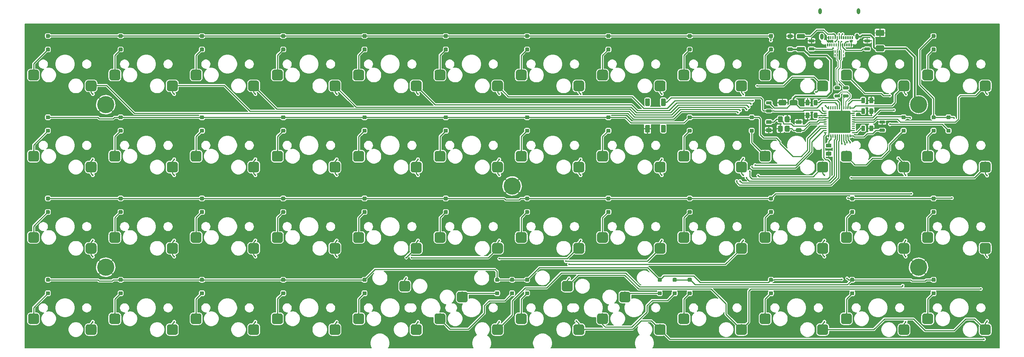
<source format=gbr>
G04 #@! TF.GenerationSoftware,KiCad,Pcbnew,(5.1.4)-1*
G04 #@! TF.CreationDate,2022-02-23T22:30:13-05:00*
G04 #@! TF.ProjectId,ortho-40percent,6f727468-6f2d-4343-9070-657263656e74,rev?*
G04 #@! TF.SameCoordinates,Original*
G04 #@! TF.FileFunction,Copper,L1,Top*
G04 #@! TF.FilePolarity,Positive*
%FSLAX46Y46*%
G04 Gerber Fmt 4.6, Leading zero omitted, Abs format (unit mm)*
G04 Created by KiCad (PCBNEW (5.1.4)-1) date 2022-02-23 22:30:13*
%MOMM*%
%LPD*%
G04 APERTURE LIST*
%ADD10C,0.100000*%
%ADD11C,0.900000*%
%ADD12O,0.800000X1.400000*%
%ADD13C,0.300000*%
%ADD14C,1.100000*%
%ADD15C,1.230000*%
%ADD16C,1.000000*%
%ADD17C,1.400000*%
%ADD18C,0.700000*%
%ADD19C,0.200000*%
%ADD20C,0.400000*%
%ADD21C,1.150000*%
%ADD22C,0.500000*%
%ADD23C,4.000000*%
%ADD24C,2.500000*%
%ADD25C,0.850000*%
%ADD26C,0.250000*%
%ADD27C,5.150000*%
%ADD28C,0.450000*%
%ADD29C,0.250000*%
%ADD30C,0.400000*%
%ADD31C,0.300000*%
%ADD32C,0.200000*%
G04 APERTURE END LIST*
D10*
G36*
X234232054Y-207046083D02*
G01*
X234253895Y-207049323D01*
X234275314Y-207054688D01*
X234296104Y-207062127D01*
X234316064Y-207071568D01*
X234335003Y-207082919D01*
X234352738Y-207096073D01*
X234369099Y-207110901D01*
X234383927Y-207127262D01*
X234397081Y-207144997D01*
X234408432Y-207163936D01*
X234417873Y-207183896D01*
X234425312Y-207204686D01*
X234430677Y-207226105D01*
X234433917Y-207247946D01*
X234435000Y-207270000D01*
X234435000Y-207720000D01*
X234433917Y-207742054D01*
X234430677Y-207763895D01*
X234425312Y-207785314D01*
X234417873Y-207806104D01*
X234408432Y-207826064D01*
X234397081Y-207845003D01*
X234383927Y-207862738D01*
X234369099Y-207879099D01*
X234352738Y-207893927D01*
X234335003Y-207907081D01*
X234316064Y-207918432D01*
X234296104Y-207927873D01*
X234275314Y-207935312D01*
X234253895Y-207940677D01*
X234232054Y-207943917D01*
X234210000Y-207945000D01*
X233710000Y-207945000D01*
X233687946Y-207943917D01*
X233666105Y-207940677D01*
X233644686Y-207935312D01*
X233623896Y-207927873D01*
X233603936Y-207918432D01*
X233584997Y-207907081D01*
X233567262Y-207893927D01*
X233550901Y-207879099D01*
X233536073Y-207862738D01*
X233522919Y-207845003D01*
X233511568Y-207826064D01*
X233502127Y-207806104D01*
X233494688Y-207785314D01*
X233489323Y-207763895D01*
X233486083Y-207742054D01*
X233485000Y-207720000D01*
X233485000Y-207270000D01*
X233486083Y-207247946D01*
X233489323Y-207226105D01*
X233494688Y-207204686D01*
X233502127Y-207183896D01*
X233511568Y-207163936D01*
X233522919Y-207144997D01*
X233536073Y-207127262D01*
X233550901Y-207110901D01*
X233567262Y-207096073D01*
X233584997Y-207082919D01*
X233603936Y-207071568D01*
X233623896Y-207062127D01*
X233644686Y-207054688D01*
X233666105Y-207049323D01*
X233687946Y-207046083D01*
X233710000Y-207045000D01*
X234210000Y-207045000D01*
X234232054Y-207046083D01*
X234232054Y-207046083D01*
G37*
D11*
X233960000Y-207495000D03*
D10*
G36*
X234232054Y-203896083D02*
G01*
X234253895Y-203899323D01*
X234275314Y-203904688D01*
X234296104Y-203912127D01*
X234316064Y-203921568D01*
X234335003Y-203932919D01*
X234352738Y-203946073D01*
X234369099Y-203960901D01*
X234383927Y-203977262D01*
X234397081Y-203994997D01*
X234408432Y-204013936D01*
X234417873Y-204033896D01*
X234425312Y-204054686D01*
X234430677Y-204076105D01*
X234433917Y-204097946D01*
X234435000Y-204120000D01*
X234435000Y-204570000D01*
X234433917Y-204592054D01*
X234430677Y-204613895D01*
X234425312Y-204635314D01*
X234417873Y-204656104D01*
X234408432Y-204676064D01*
X234397081Y-204695003D01*
X234383927Y-204712738D01*
X234369099Y-204729099D01*
X234352738Y-204743927D01*
X234335003Y-204757081D01*
X234316064Y-204768432D01*
X234296104Y-204777873D01*
X234275314Y-204785312D01*
X234253895Y-204790677D01*
X234232054Y-204793917D01*
X234210000Y-204795000D01*
X233710000Y-204795000D01*
X233687946Y-204793917D01*
X233666105Y-204790677D01*
X233644686Y-204785312D01*
X233623896Y-204777873D01*
X233603936Y-204768432D01*
X233584997Y-204757081D01*
X233567262Y-204743927D01*
X233550901Y-204729099D01*
X233536073Y-204712738D01*
X233522919Y-204695003D01*
X233511568Y-204676064D01*
X233502127Y-204656104D01*
X233494688Y-204635314D01*
X233489323Y-204613895D01*
X233486083Y-204592054D01*
X233485000Y-204570000D01*
X233485000Y-204120000D01*
X233486083Y-204097946D01*
X233489323Y-204076105D01*
X233494688Y-204054686D01*
X233502127Y-204033896D01*
X233511568Y-204013936D01*
X233522919Y-203994997D01*
X233536073Y-203977262D01*
X233550901Y-203960901D01*
X233567262Y-203946073D01*
X233584997Y-203932919D01*
X233603936Y-203921568D01*
X233623896Y-203912127D01*
X233644686Y-203904688D01*
X233666105Y-203899323D01*
X233687946Y-203896083D01*
X233710000Y-203895000D01*
X234210000Y-203895000D01*
X234232054Y-203896083D01*
X234232054Y-203896083D01*
G37*
D11*
X233960000Y-204345000D03*
D12*
X226470000Y-160560000D03*
X235450000Y-160560000D03*
X226830000Y-166510000D03*
X235090000Y-166510000D03*
D10*
G36*
X228542351Y-166370361D02*
G01*
X228549632Y-166371441D01*
X228556771Y-166373229D01*
X228563701Y-166375709D01*
X228570355Y-166378856D01*
X228576668Y-166382640D01*
X228582579Y-166387024D01*
X228588033Y-166391967D01*
X228592976Y-166397421D01*
X228597360Y-166403332D01*
X228601144Y-166409645D01*
X228604291Y-166416299D01*
X228606771Y-166423229D01*
X228608559Y-166430368D01*
X228609639Y-166437649D01*
X228610000Y-166445000D01*
X228610000Y-166995000D01*
X228609639Y-167002351D01*
X228608559Y-167009632D01*
X228606771Y-167016771D01*
X228604291Y-167023701D01*
X228601144Y-167030355D01*
X228597360Y-167036668D01*
X228592976Y-167042579D01*
X228588033Y-167048033D01*
X228582579Y-167052976D01*
X228576668Y-167057360D01*
X228570355Y-167061144D01*
X228563701Y-167064291D01*
X228556771Y-167066771D01*
X228549632Y-167068559D01*
X228542351Y-167069639D01*
X228535000Y-167070000D01*
X228385000Y-167070000D01*
X228377649Y-167069639D01*
X228370368Y-167068559D01*
X228363229Y-167066771D01*
X228356299Y-167064291D01*
X228349645Y-167061144D01*
X228343332Y-167057360D01*
X228337421Y-167052976D01*
X228331967Y-167048033D01*
X228327024Y-167042579D01*
X228322640Y-167036668D01*
X228318856Y-167030355D01*
X228315709Y-167023701D01*
X228313229Y-167016771D01*
X228311441Y-167009632D01*
X228310361Y-167002351D01*
X228310000Y-166995000D01*
X228310000Y-166445000D01*
X228310361Y-166437649D01*
X228311441Y-166430368D01*
X228313229Y-166423229D01*
X228315709Y-166416299D01*
X228318856Y-166409645D01*
X228322640Y-166403332D01*
X228327024Y-166397421D01*
X228331967Y-166391967D01*
X228337421Y-166387024D01*
X228343332Y-166382640D01*
X228349645Y-166378856D01*
X228356299Y-166375709D01*
X228363229Y-166373229D01*
X228370368Y-166371441D01*
X228377649Y-166370361D01*
X228385000Y-166370000D01*
X228535000Y-166370000D01*
X228542351Y-166370361D01*
X228542351Y-166370361D01*
G37*
D13*
X228460000Y-166720000D03*
D10*
G36*
X229042351Y-166370361D02*
G01*
X229049632Y-166371441D01*
X229056771Y-166373229D01*
X229063701Y-166375709D01*
X229070355Y-166378856D01*
X229076668Y-166382640D01*
X229082579Y-166387024D01*
X229088033Y-166391967D01*
X229092976Y-166397421D01*
X229097360Y-166403332D01*
X229101144Y-166409645D01*
X229104291Y-166416299D01*
X229106771Y-166423229D01*
X229108559Y-166430368D01*
X229109639Y-166437649D01*
X229110000Y-166445000D01*
X229110000Y-166995000D01*
X229109639Y-167002351D01*
X229108559Y-167009632D01*
X229106771Y-167016771D01*
X229104291Y-167023701D01*
X229101144Y-167030355D01*
X229097360Y-167036668D01*
X229092976Y-167042579D01*
X229088033Y-167048033D01*
X229082579Y-167052976D01*
X229076668Y-167057360D01*
X229070355Y-167061144D01*
X229063701Y-167064291D01*
X229056771Y-167066771D01*
X229049632Y-167068559D01*
X229042351Y-167069639D01*
X229035000Y-167070000D01*
X228885000Y-167070000D01*
X228877649Y-167069639D01*
X228870368Y-167068559D01*
X228863229Y-167066771D01*
X228856299Y-167064291D01*
X228849645Y-167061144D01*
X228843332Y-167057360D01*
X228837421Y-167052976D01*
X228831967Y-167048033D01*
X228827024Y-167042579D01*
X228822640Y-167036668D01*
X228818856Y-167030355D01*
X228815709Y-167023701D01*
X228813229Y-167016771D01*
X228811441Y-167009632D01*
X228810361Y-167002351D01*
X228810000Y-166995000D01*
X228810000Y-166445000D01*
X228810361Y-166437649D01*
X228811441Y-166430368D01*
X228813229Y-166423229D01*
X228815709Y-166416299D01*
X228818856Y-166409645D01*
X228822640Y-166403332D01*
X228827024Y-166397421D01*
X228831967Y-166391967D01*
X228837421Y-166387024D01*
X228843332Y-166382640D01*
X228849645Y-166378856D01*
X228856299Y-166375709D01*
X228863229Y-166373229D01*
X228870368Y-166371441D01*
X228877649Y-166370361D01*
X228885000Y-166370000D01*
X229035000Y-166370000D01*
X229042351Y-166370361D01*
X229042351Y-166370361D01*
G37*
D13*
X228960000Y-166720000D03*
D10*
G36*
X229542351Y-166370361D02*
G01*
X229549632Y-166371441D01*
X229556771Y-166373229D01*
X229563701Y-166375709D01*
X229570355Y-166378856D01*
X229576668Y-166382640D01*
X229582579Y-166387024D01*
X229588033Y-166391967D01*
X229592976Y-166397421D01*
X229597360Y-166403332D01*
X229601144Y-166409645D01*
X229604291Y-166416299D01*
X229606771Y-166423229D01*
X229608559Y-166430368D01*
X229609639Y-166437649D01*
X229610000Y-166445000D01*
X229610000Y-166995000D01*
X229609639Y-167002351D01*
X229608559Y-167009632D01*
X229606771Y-167016771D01*
X229604291Y-167023701D01*
X229601144Y-167030355D01*
X229597360Y-167036668D01*
X229592976Y-167042579D01*
X229588033Y-167048033D01*
X229582579Y-167052976D01*
X229576668Y-167057360D01*
X229570355Y-167061144D01*
X229563701Y-167064291D01*
X229556771Y-167066771D01*
X229549632Y-167068559D01*
X229542351Y-167069639D01*
X229535000Y-167070000D01*
X229385000Y-167070000D01*
X229377649Y-167069639D01*
X229370368Y-167068559D01*
X229363229Y-167066771D01*
X229356299Y-167064291D01*
X229349645Y-167061144D01*
X229343332Y-167057360D01*
X229337421Y-167052976D01*
X229331967Y-167048033D01*
X229327024Y-167042579D01*
X229322640Y-167036668D01*
X229318856Y-167030355D01*
X229315709Y-167023701D01*
X229313229Y-167016771D01*
X229311441Y-167009632D01*
X229310361Y-167002351D01*
X229310000Y-166995000D01*
X229310000Y-166445000D01*
X229310361Y-166437649D01*
X229311441Y-166430368D01*
X229313229Y-166423229D01*
X229315709Y-166416299D01*
X229318856Y-166409645D01*
X229322640Y-166403332D01*
X229327024Y-166397421D01*
X229331967Y-166391967D01*
X229337421Y-166387024D01*
X229343332Y-166382640D01*
X229349645Y-166378856D01*
X229356299Y-166375709D01*
X229363229Y-166373229D01*
X229370368Y-166371441D01*
X229377649Y-166370361D01*
X229385000Y-166370000D01*
X229535000Y-166370000D01*
X229542351Y-166370361D01*
X229542351Y-166370361D01*
G37*
D13*
X229460000Y-166720000D03*
D10*
G36*
X230042351Y-166370361D02*
G01*
X230049632Y-166371441D01*
X230056771Y-166373229D01*
X230063701Y-166375709D01*
X230070355Y-166378856D01*
X230076668Y-166382640D01*
X230082579Y-166387024D01*
X230088033Y-166391967D01*
X230092976Y-166397421D01*
X230097360Y-166403332D01*
X230101144Y-166409645D01*
X230104291Y-166416299D01*
X230106771Y-166423229D01*
X230108559Y-166430368D01*
X230109639Y-166437649D01*
X230110000Y-166445000D01*
X230110000Y-166995000D01*
X230109639Y-167002351D01*
X230108559Y-167009632D01*
X230106771Y-167016771D01*
X230104291Y-167023701D01*
X230101144Y-167030355D01*
X230097360Y-167036668D01*
X230092976Y-167042579D01*
X230088033Y-167048033D01*
X230082579Y-167052976D01*
X230076668Y-167057360D01*
X230070355Y-167061144D01*
X230063701Y-167064291D01*
X230056771Y-167066771D01*
X230049632Y-167068559D01*
X230042351Y-167069639D01*
X230035000Y-167070000D01*
X229885000Y-167070000D01*
X229877649Y-167069639D01*
X229870368Y-167068559D01*
X229863229Y-167066771D01*
X229856299Y-167064291D01*
X229849645Y-167061144D01*
X229843332Y-167057360D01*
X229837421Y-167052976D01*
X229831967Y-167048033D01*
X229827024Y-167042579D01*
X229822640Y-167036668D01*
X229818856Y-167030355D01*
X229815709Y-167023701D01*
X229813229Y-167016771D01*
X229811441Y-167009632D01*
X229810361Y-167002351D01*
X229810000Y-166995000D01*
X229810000Y-166445000D01*
X229810361Y-166437649D01*
X229811441Y-166430368D01*
X229813229Y-166423229D01*
X229815709Y-166416299D01*
X229818856Y-166409645D01*
X229822640Y-166403332D01*
X229827024Y-166397421D01*
X229831967Y-166391967D01*
X229837421Y-166387024D01*
X229843332Y-166382640D01*
X229849645Y-166378856D01*
X229856299Y-166375709D01*
X229863229Y-166373229D01*
X229870368Y-166371441D01*
X229877649Y-166370361D01*
X229885000Y-166370000D01*
X230035000Y-166370000D01*
X230042351Y-166370361D01*
X230042351Y-166370361D01*
G37*
D13*
X229960000Y-166720000D03*
D10*
G36*
X230542351Y-166370361D02*
G01*
X230549632Y-166371441D01*
X230556771Y-166373229D01*
X230563701Y-166375709D01*
X230570355Y-166378856D01*
X230576668Y-166382640D01*
X230582579Y-166387024D01*
X230588033Y-166391967D01*
X230592976Y-166397421D01*
X230597360Y-166403332D01*
X230601144Y-166409645D01*
X230604291Y-166416299D01*
X230606771Y-166423229D01*
X230608559Y-166430368D01*
X230609639Y-166437649D01*
X230610000Y-166445000D01*
X230610000Y-166995000D01*
X230609639Y-167002351D01*
X230608559Y-167009632D01*
X230606771Y-167016771D01*
X230604291Y-167023701D01*
X230601144Y-167030355D01*
X230597360Y-167036668D01*
X230592976Y-167042579D01*
X230588033Y-167048033D01*
X230582579Y-167052976D01*
X230576668Y-167057360D01*
X230570355Y-167061144D01*
X230563701Y-167064291D01*
X230556771Y-167066771D01*
X230549632Y-167068559D01*
X230542351Y-167069639D01*
X230535000Y-167070000D01*
X230385000Y-167070000D01*
X230377649Y-167069639D01*
X230370368Y-167068559D01*
X230363229Y-167066771D01*
X230356299Y-167064291D01*
X230349645Y-167061144D01*
X230343332Y-167057360D01*
X230337421Y-167052976D01*
X230331967Y-167048033D01*
X230327024Y-167042579D01*
X230322640Y-167036668D01*
X230318856Y-167030355D01*
X230315709Y-167023701D01*
X230313229Y-167016771D01*
X230311441Y-167009632D01*
X230310361Y-167002351D01*
X230310000Y-166995000D01*
X230310000Y-166445000D01*
X230310361Y-166437649D01*
X230311441Y-166430368D01*
X230313229Y-166423229D01*
X230315709Y-166416299D01*
X230318856Y-166409645D01*
X230322640Y-166403332D01*
X230327024Y-166397421D01*
X230331967Y-166391967D01*
X230337421Y-166387024D01*
X230343332Y-166382640D01*
X230349645Y-166378856D01*
X230356299Y-166375709D01*
X230363229Y-166373229D01*
X230370368Y-166371441D01*
X230377649Y-166370361D01*
X230385000Y-166370000D01*
X230535000Y-166370000D01*
X230542351Y-166370361D01*
X230542351Y-166370361D01*
G37*
D13*
X230460000Y-166720000D03*
D10*
G36*
X231042351Y-166370361D02*
G01*
X231049632Y-166371441D01*
X231056771Y-166373229D01*
X231063701Y-166375709D01*
X231070355Y-166378856D01*
X231076668Y-166382640D01*
X231082579Y-166387024D01*
X231088033Y-166391967D01*
X231092976Y-166397421D01*
X231097360Y-166403332D01*
X231101144Y-166409645D01*
X231104291Y-166416299D01*
X231106771Y-166423229D01*
X231108559Y-166430368D01*
X231109639Y-166437649D01*
X231110000Y-166445000D01*
X231110000Y-166995000D01*
X231109639Y-167002351D01*
X231108559Y-167009632D01*
X231106771Y-167016771D01*
X231104291Y-167023701D01*
X231101144Y-167030355D01*
X231097360Y-167036668D01*
X231092976Y-167042579D01*
X231088033Y-167048033D01*
X231082579Y-167052976D01*
X231076668Y-167057360D01*
X231070355Y-167061144D01*
X231063701Y-167064291D01*
X231056771Y-167066771D01*
X231049632Y-167068559D01*
X231042351Y-167069639D01*
X231035000Y-167070000D01*
X230885000Y-167070000D01*
X230877649Y-167069639D01*
X230870368Y-167068559D01*
X230863229Y-167066771D01*
X230856299Y-167064291D01*
X230849645Y-167061144D01*
X230843332Y-167057360D01*
X230837421Y-167052976D01*
X230831967Y-167048033D01*
X230827024Y-167042579D01*
X230822640Y-167036668D01*
X230818856Y-167030355D01*
X230815709Y-167023701D01*
X230813229Y-167016771D01*
X230811441Y-167009632D01*
X230810361Y-167002351D01*
X230810000Y-166995000D01*
X230810000Y-166445000D01*
X230810361Y-166437649D01*
X230811441Y-166430368D01*
X230813229Y-166423229D01*
X230815709Y-166416299D01*
X230818856Y-166409645D01*
X230822640Y-166403332D01*
X230827024Y-166397421D01*
X230831967Y-166391967D01*
X230837421Y-166387024D01*
X230843332Y-166382640D01*
X230849645Y-166378856D01*
X230856299Y-166375709D01*
X230863229Y-166373229D01*
X230870368Y-166371441D01*
X230877649Y-166370361D01*
X230885000Y-166370000D01*
X231035000Y-166370000D01*
X231042351Y-166370361D01*
X231042351Y-166370361D01*
G37*
D13*
X230960000Y-166720000D03*
D10*
G36*
X231542351Y-166370361D02*
G01*
X231549632Y-166371441D01*
X231556771Y-166373229D01*
X231563701Y-166375709D01*
X231570355Y-166378856D01*
X231576668Y-166382640D01*
X231582579Y-166387024D01*
X231588033Y-166391967D01*
X231592976Y-166397421D01*
X231597360Y-166403332D01*
X231601144Y-166409645D01*
X231604291Y-166416299D01*
X231606771Y-166423229D01*
X231608559Y-166430368D01*
X231609639Y-166437649D01*
X231610000Y-166445000D01*
X231610000Y-166995000D01*
X231609639Y-167002351D01*
X231608559Y-167009632D01*
X231606771Y-167016771D01*
X231604291Y-167023701D01*
X231601144Y-167030355D01*
X231597360Y-167036668D01*
X231592976Y-167042579D01*
X231588033Y-167048033D01*
X231582579Y-167052976D01*
X231576668Y-167057360D01*
X231570355Y-167061144D01*
X231563701Y-167064291D01*
X231556771Y-167066771D01*
X231549632Y-167068559D01*
X231542351Y-167069639D01*
X231535000Y-167070000D01*
X231385000Y-167070000D01*
X231377649Y-167069639D01*
X231370368Y-167068559D01*
X231363229Y-167066771D01*
X231356299Y-167064291D01*
X231349645Y-167061144D01*
X231343332Y-167057360D01*
X231337421Y-167052976D01*
X231331967Y-167048033D01*
X231327024Y-167042579D01*
X231322640Y-167036668D01*
X231318856Y-167030355D01*
X231315709Y-167023701D01*
X231313229Y-167016771D01*
X231311441Y-167009632D01*
X231310361Y-167002351D01*
X231310000Y-166995000D01*
X231310000Y-166445000D01*
X231310361Y-166437649D01*
X231311441Y-166430368D01*
X231313229Y-166423229D01*
X231315709Y-166416299D01*
X231318856Y-166409645D01*
X231322640Y-166403332D01*
X231327024Y-166397421D01*
X231331967Y-166391967D01*
X231337421Y-166387024D01*
X231343332Y-166382640D01*
X231349645Y-166378856D01*
X231356299Y-166375709D01*
X231363229Y-166373229D01*
X231370368Y-166371441D01*
X231377649Y-166370361D01*
X231385000Y-166370000D01*
X231535000Y-166370000D01*
X231542351Y-166370361D01*
X231542351Y-166370361D01*
G37*
D13*
X231460000Y-166720000D03*
D10*
G36*
X232042351Y-166370361D02*
G01*
X232049632Y-166371441D01*
X232056771Y-166373229D01*
X232063701Y-166375709D01*
X232070355Y-166378856D01*
X232076668Y-166382640D01*
X232082579Y-166387024D01*
X232088033Y-166391967D01*
X232092976Y-166397421D01*
X232097360Y-166403332D01*
X232101144Y-166409645D01*
X232104291Y-166416299D01*
X232106771Y-166423229D01*
X232108559Y-166430368D01*
X232109639Y-166437649D01*
X232110000Y-166445000D01*
X232110000Y-166995000D01*
X232109639Y-167002351D01*
X232108559Y-167009632D01*
X232106771Y-167016771D01*
X232104291Y-167023701D01*
X232101144Y-167030355D01*
X232097360Y-167036668D01*
X232092976Y-167042579D01*
X232088033Y-167048033D01*
X232082579Y-167052976D01*
X232076668Y-167057360D01*
X232070355Y-167061144D01*
X232063701Y-167064291D01*
X232056771Y-167066771D01*
X232049632Y-167068559D01*
X232042351Y-167069639D01*
X232035000Y-167070000D01*
X231885000Y-167070000D01*
X231877649Y-167069639D01*
X231870368Y-167068559D01*
X231863229Y-167066771D01*
X231856299Y-167064291D01*
X231849645Y-167061144D01*
X231843332Y-167057360D01*
X231837421Y-167052976D01*
X231831967Y-167048033D01*
X231827024Y-167042579D01*
X231822640Y-167036668D01*
X231818856Y-167030355D01*
X231815709Y-167023701D01*
X231813229Y-167016771D01*
X231811441Y-167009632D01*
X231810361Y-167002351D01*
X231810000Y-166995000D01*
X231810000Y-166445000D01*
X231810361Y-166437649D01*
X231811441Y-166430368D01*
X231813229Y-166423229D01*
X231815709Y-166416299D01*
X231818856Y-166409645D01*
X231822640Y-166403332D01*
X231827024Y-166397421D01*
X231831967Y-166391967D01*
X231837421Y-166387024D01*
X231843332Y-166382640D01*
X231849645Y-166378856D01*
X231856299Y-166375709D01*
X231863229Y-166373229D01*
X231870368Y-166371441D01*
X231877649Y-166370361D01*
X231885000Y-166370000D01*
X232035000Y-166370000D01*
X232042351Y-166370361D01*
X232042351Y-166370361D01*
G37*
D13*
X231960000Y-166720000D03*
D10*
G36*
X232542351Y-166370361D02*
G01*
X232549632Y-166371441D01*
X232556771Y-166373229D01*
X232563701Y-166375709D01*
X232570355Y-166378856D01*
X232576668Y-166382640D01*
X232582579Y-166387024D01*
X232588033Y-166391967D01*
X232592976Y-166397421D01*
X232597360Y-166403332D01*
X232601144Y-166409645D01*
X232604291Y-166416299D01*
X232606771Y-166423229D01*
X232608559Y-166430368D01*
X232609639Y-166437649D01*
X232610000Y-166445000D01*
X232610000Y-166995000D01*
X232609639Y-167002351D01*
X232608559Y-167009632D01*
X232606771Y-167016771D01*
X232604291Y-167023701D01*
X232601144Y-167030355D01*
X232597360Y-167036668D01*
X232592976Y-167042579D01*
X232588033Y-167048033D01*
X232582579Y-167052976D01*
X232576668Y-167057360D01*
X232570355Y-167061144D01*
X232563701Y-167064291D01*
X232556771Y-167066771D01*
X232549632Y-167068559D01*
X232542351Y-167069639D01*
X232535000Y-167070000D01*
X232385000Y-167070000D01*
X232377649Y-167069639D01*
X232370368Y-167068559D01*
X232363229Y-167066771D01*
X232356299Y-167064291D01*
X232349645Y-167061144D01*
X232343332Y-167057360D01*
X232337421Y-167052976D01*
X232331967Y-167048033D01*
X232327024Y-167042579D01*
X232322640Y-167036668D01*
X232318856Y-167030355D01*
X232315709Y-167023701D01*
X232313229Y-167016771D01*
X232311441Y-167009632D01*
X232310361Y-167002351D01*
X232310000Y-166995000D01*
X232310000Y-166445000D01*
X232310361Y-166437649D01*
X232311441Y-166430368D01*
X232313229Y-166423229D01*
X232315709Y-166416299D01*
X232318856Y-166409645D01*
X232322640Y-166403332D01*
X232327024Y-166397421D01*
X232331967Y-166391967D01*
X232337421Y-166387024D01*
X232343332Y-166382640D01*
X232349645Y-166378856D01*
X232356299Y-166375709D01*
X232363229Y-166373229D01*
X232370368Y-166371441D01*
X232377649Y-166370361D01*
X232385000Y-166370000D01*
X232535000Y-166370000D01*
X232542351Y-166370361D01*
X232542351Y-166370361D01*
G37*
D13*
X232460000Y-166720000D03*
D10*
G36*
X233042351Y-166370361D02*
G01*
X233049632Y-166371441D01*
X233056771Y-166373229D01*
X233063701Y-166375709D01*
X233070355Y-166378856D01*
X233076668Y-166382640D01*
X233082579Y-166387024D01*
X233088033Y-166391967D01*
X233092976Y-166397421D01*
X233097360Y-166403332D01*
X233101144Y-166409645D01*
X233104291Y-166416299D01*
X233106771Y-166423229D01*
X233108559Y-166430368D01*
X233109639Y-166437649D01*
X233110000Y-166445000D01*
X233110000Y-166995000D01*
X233109639Y-167002351D01*
X233108559Y-167009632D01*
X233106771Y-167016771D01*
X233104291Y-167023701D01*
X233101144Y-167030355D01*
X233097360Y-167036668D01*
X233092976Y-167042579D01*
X233088033Y-167048033D01*
X233082579Y-167052976D01*
X233076668Y-167057360D01*
X233070355Y-167061144D01*
X233063701Y-167064291D01*
X233056771Y-167066771D01*
X233049632Y-167068559D01*
X233042351Y-167069639D01*
X233035000Y-167070000D01*
X232885000Y-167070000D01*
X232877649Y-167069639D01*
X232870368Y-167068559D01*
X232863229Y-167066771D01*
X232856299Y-167064291D01*
X232849645Y-167061144D01*
X232843332Y-167057360D01*
X232837421Y-167052976D01*
X232831967Y-167048033D01*
X232827024Y-167042579D01*
X232822640Y-167036668D01*
X232818856Y-167030355D01*
X232815709Y-167023701D01*
X232813229Y-167016771D01*
X232811441Y-167009632D01*
X232810361Y-167002351D01*
X232810000Y-166995000D01*
X232810000Y-166445000D01*
X232810361Y-166437649D01*
X232811441Y-166430368D01*
X232813229Y-166423229D01*
X232815709Y-166416299D01*
X232818856Y-166409645D01*
X232822640Y-166403332D01*
X232827024Y-166397421D01*
X232831967Y-166391967D01*
X232837421Y-166387024D01*
X232843332Y-166382640D01*
X232849645Y-166378856D01*
X232856299Y-166375709D01*
X232863229Y-166373229D01*
X232870368Y-166371441D01*
X232877649Y-166370361D01*
X232885000Y-166370000D01*
X233035000Y-166370000D01*
X233042351Y-166370361D01*
X233042351Y-166370361D01*
G37*
D13*
X232960000Y-166720000D03*
D10*
G36*
X233542351Y-166370361D02*
G01*
X233549632Y-166371441D01*
X233556771Y-166373229D01*
X233563701Y-166375709D01*
X233570355Y-166378856D01*
X233576668Y-166382640D01*
X233582579Y-166387024D01*
X233588033Y-166391967D01*
X233592976Y-166397421D01*
X233597360Y-166403332D01*
X233601144Y-166409645D01*
X233604291Y-166416299D01*
X233606771Y-166423229D01*
X233608559Y-166430368D01*
X233609639Y-166437649D01*
X233610000Y-166445000D01*
X233610000Y-166995000D01*
X233609639Y-167002351D01*
X233608559Y-167009632D01*
X233606771Y-167016771D01*
X233604291Y-167023701D01*
X233601144Y-167030355D01*
X233597360Y-167036668D01*
X233592976Y-167042579D01*
X233588033Y-167048033D01*
X233582579Y-167052976D01*
X233576668Y-167057360D01*
X233570355Y-167061144D01*
X233563701Y-167064291D01*
X233556771Y-167066771D01*
X233549632Y-167068559D01*
X233542351Y-167069639D01*
X233535000Y-167070000D01*
X233385000Y-167070000D01*
X233377649Y-167069639D01*
X233370368Y-167068559D01*
X233363229Y-167066771D01*
X233356299Y-167064291D01*
X233349645Y-167061144D01*
X233343332Y-167057360D01*
X233337421Y-167052976D01*
X233331967Y-167048033D01*
X233327024Y-167042579D01*
X233322640Y-167036668D01*
X233318856Y-167030355D01*
X233315709Y-167023701D01*
X233313229Y-167016771D01*
X233311441Y-167009632D01*
X233310361Y-167002351D01*
X233310000Y-166995000D01*
X233310000Y-166445000D01*
X233310361Y-166437649D01*
X233311441Y-166430368D01*
X233313229Y-166423229D01*
X233315709Y-166416299D01*
X233318856Y-166409645D01*
X233322640Y-166403332D01*
X233327024Y-166397421D01*
X233331967Y-166391967D01*
X233337421Y-166387024D01*
X233343332Y-166382640D01*
X233349645Y-166378856D01*
X233356299Y-166375709D01*
X233363229Y-166373229D01*
X233370368Y-166371441D01*
X233377649Y-166370361D01*
X233385000Y-166370000D01*
X233535000Y-166370000D01*
X233542351Y-166370361D01*
X233542351Y-166370361D01*
G37*
D13*
X233460000Y-166720000D03*
D10*
G36*
X234042351Y-166370361D02*
G01*
X234049632Y-166371441D01*
X234056771Y-166373229D01*
X234063701Y-166375709D01*
X234070355Y-166378856D01*
X234076668Y-166382640D01*
X234082579Y-166387024D01*
X234088033Y-166391967D01*
X234092976Y-166397421D01*
X234097360Y-166403332D01*
X234101144Y-166409645D01*
X234104291Y-166416299D01*
X234106771Y-166423229D01*
X234108559Y-166430368D01*
X234109639Y-166437649D01*
X234110000Y-166445000D01*
X234110000Y-166995000D01*
X234109639Y-167002351D01*
X234108559Y-167009632D01*
X234106771Y-167016771D01*
X234104291Y-167023701D01*
X234101144Y-167030355D01*
X234097360Y-167036668D01*
X234092976Y-167042579D01*
X234088033Y-167048033D01*
X234082579Y-167052976D01*
X234076668Y-167057360D01*
X234070355Y-167061144D01*
X234063701Y-167064291D01*
X234056771Y-167066771D01*
X234049632Y-167068559D01*
X234042351Y-167069639D01*
X234035000Y-167070000D01*
X233885000Y-167070000D01*
X233877649Y-167069639D01*
X233870368Y-167068559D01*
X233863229Y-167066771D01*
X233856299Y-167064291D01*
X233849645Y-167061144D01*
X233843332Y-167057360D01*
X233837421Y-167052976D01*
X233831967Y-167048033D01*
X233827024Y-167042579D01*
X233822640Y-167036668D01*
X233818856Y-167030355D01*
X233815709Y-167023701D01*
X233813229Y-167016771D01*
X233811441Y-167009632D01*
X233810361Y-167002351D01*
X233810000Y-166995000D01*
X233810000Y-166445000D01*
X233810361Y-166437649D01*
X233811441Y-166430368D01*
X233813229Y-166423229D01*
X233815709Y-166416299D01*
X233818856Y-166409645D01*
X233822640Y-166403332D01*
X233827024Y-166397421D01*
X233831967Y-166391967D01*
X233837421Y-166387024D01*
X233843332Y-166382640D01*
X233849645Y-166378856D01*
X233856299Y-166375709D01*
X233863229Y-166373229D01*
X233870368Y-166371441D01*
X233877649Y-166370361D01*
X233885000Y-166370000D01*
X234035000Y-166370000D01*
X234042351Y-166370361D01*
X234042351Y-166370361D01*
G37*
D13*
X233960000Y-166720000D03*
D10*
G36*
X228292351Y-168070361D02*
G01*
X228299632Y-168071441D01*
X228306771Y-168073229D01*
X228313701Y-168075709D01*
X228320355Y-168078856D01*
X228326668Y-168082640D01*
X228332579Y-168087024D01*
X228338033Y-168091967D01*
X228342976Y-168097421D01*
X228347360Y-168103332D01*
X228351144Y-168109645D01*
X228354291Y-168116299D01*
X228356771Y-168123229D01*
X228358559Y-168130368D01*
X228359639Y-168137649D01*
X228360000Y-168145000D01*
X228360000Y-168695000D01*
X228359639Y-168702351D01*
X228358559Y-168709632D01*
X228356771Y-168716771D01*
X228354291Y-168723701D01*
X228351144Y-168730355D01*
X228347360Y-168736668D01*
X228342976Y-168742579D01*
X228338033Y-168748033D01*
X228332579Y-168752976D01*
X228326668Y-168757360D01*
X228320355Y-168761144D01*
X228313701Y-168764291D01*
X228306771Y-168766771D01*
X228299632Y-168768559D01*
X228292351Y-168769639D01*
X228285000Y-168770000D01*
X228135000Y-168770000D01*
X228127649Y-168769639D01*
X228120368Y-168768559D01*
X228113229Y-168766771D01*
X228106299Y-168764291D01*
X228099645Y-168761144D01*
X228093332Y-168757360D01*
X228087421Y-168752976D01*
X228081967Y-168748033D01*
X228077024Y-168742579D01*
X228072640Y-168736668D01*
X228068856Y-168730355D01*
X228065709Y-168723701D01*
X228063229Y-168716771D01*
X228061441Y-168709632D01*
X228060361Y-168702351D01*
X228060000Y-168695000D01*
X228060000Y-168145000D01*
X228060361Y-168137649D01*
X228061441Y-168130368D01*
X228063229Y-168123229D01*
X228065709Y-168116299D01*
X228068856Y-168109645D01*
X228072640Y-168103332D01*
X228077024Y-168097421D01*
X228081967Y-168091967D01*
X228087421Y-168087024D01*
X228093332Y-168082640D01*
X228099645Y-168078856D01*
X228106299Y-168075709D01*
X228113229Y-168073229D01*
X228120368Y-168071441D01*
X228127649Y-168070361D01*
X228135000Y-168070000D01*
X228285000Y-168070000D01*
X228292351Y-168070361D01*
X228292351Y-168070361D01*
G37*
D13*
X228210000Y-168420000D03*
D10*
G36*
X228792351Y-168070361D02*
G01*
X228799632Y-168071441D01*
X228806771Y-168073229D01*
X228813701Y-168075709D01*
X228820355Y-168078856D01*
X228826668Y-168082640D01*
X228832579Y-168087024D01*
X228838033Y-168091967D01*
X228842976Y-168097421D01*
X228847360Y-168103332D01*
X228851144Y-168109645D01*
X228854291Y-168116299D01*
X228856771Y-168123229D01*
X228858559Y-168130368D01*
X228859639Y-168137649D01*
X228860000Y-168145000D01*
X228860000Y-168695000D01*
X228859639Y-168702351D01*
X228858559Y-168709632D01*
X228856771Y-168716771D01*
X228854291Y-168723701D01*
X228851144Y-168730355D01*
X228847360Y-168736668D01*
X228842976Y-168742579D01*
X228838033Y-168748033D01*
X228832579Y-168752976D01*
X228826668Y-168757360D01*
X228820355Y-168761144D01*
X228813701Y-168764291D01*
X228806771Y-168766771D01*
X228799632Y-168768559D01*
X228792351Y-168769639D01*
X228785000Y-168770000D01*
X228635000Y-168770000D01*
X228627649Y-168769639D01*
X228620368Y-168768559D01*
X228613229Y-168766771D01*
X228606299Y-168764291D01*
X228599645Y-168761144D01*
X228593332Y-168757360D01*
X228587421Y-168752976D01*
X228581967Y-168748033D01*
X228577024Y-168742579D01*
X228572640Y-168736668D01*
X228568856Y-168730355D01*
X228565709Y-168723701D01*
X228563229Y-168716771D01*
X228561441Y-168709632D01*
X228560361Y-168702351D01*
X228560000Y-168695000D01*
X228560000Y-168145000D01*
X228560361Y-168137649D01*
X228561441Y-168130368D01*
X228563229Y-168123229D01*
X228565709Y-168116299D01*
X228568856Y-168109645D01*
X228572640Y-168103332D01*
X228577024Y-168097421D01*
X228581967Y-168091967D01*
X228587421Y-168087024D01*
X228593332Y-168082640D01*
X228599645Y-168078856D01*
X228606299Y-168075709D01*
X228613229Y-168073229D01*
X228620368Y-168071441D01*
X228627649Y-168070361D01*
X228635000Y-168070000D01*
X228785000Y-168070000D01*
X228792351Y-168070361D01*
X228792351Y-168070361D01*
G37*
D13*
X228710000Y-168420000D03*
D10*
G36*
X229292351Y-168070361D02*
G01*
X229299632Y-168071441D01*
X229306771Y-168073229D01*
X229313701Y-168075709D01*
X229320355Y-168078856D01*
X229326668Y-168082640D01*
X229332579Y-168087024D01*
X229338033Y-168091967D01*
X229342976Y-168097421D01*
X229347360Y-168103332D01*
X229351144Y-168109645D01*
X229354291Y-168116299D01*
X229356771Y-168123229D01*
X229358559Y-168130368D01*
X229359639Y-168137649D01*
X229360000Y-168145000D01*
X229360000Y-168695000D01*
X229359639Y-168702351D01*
X229358559Y-168709632D01*
X229356771Y-168716771D01*
X229354291Y-168723701D01*
X229351144Y-168730355D01*
X229347360Y-168736668D01*
X229342976Y-168742579D01*
X229338033Y-168748033D01*
X229332579Y-168752976D01*
X229326668Y-168757360D01*
X229320355Y-168761144D01*
X229313701Y-168764291D01*
X229306771Y-168766771D01*
X229299632Y-168768559D01*
X229292351Y-168769639D01*
X229285000Y-168770000D01*
X229135000Y-168770000D01*
X229127649Y-168769639D01*
X229120368Y-168768559D01*
X229113229Y-168766771D01*
X229106299Y-168764291D01*
X229099645Y-168761144D01*
X229093332Y-168757360D01*
X229087421Y-168752976D01*
X229081967Y-168748033D01*
X229077024Y-168742579D01*
X229072640Y-168736668D01*
X229068856Y-168730355D01*
X229065709Y-168723701D01*
X229063229Y-168716771D01*
X229061441Y-168709632D01*
X229060361Y-168702351D01*
X229060000Y-168695000D01*
X229060000Y-168145000D01*
X229060361Y-168137649D01*
X229061441Y-168130368D01*
X229063229Y-168123229D01*
X229065709Y-168116299D01*
X229068856Y-168109645D01*
X229072640Y-168103332D01*
X229077024Y-168097421D01*
X229081967Y-168091967D01*
X229087421Y-168087024D01*
X229093332Y-168082640D01*
X229099645Y-168078856D01*
X229106299Y-168075709D01*
X229113229Y-168073229D01*
X229120368Y-168071441D01*
X229127649Y-168070361D01*
X229135000Y-168070000D01*
X229285000Y-168070000D01*
X229292351Y-168070361D01*
X229292351Y-168070361D01*
G37*
D13*
X229210000Y-168420000D03*
D10*
G36*
X229792351Y-168070361D02*
G01*
X229799632Y-168071441D01*
X229806771Y-168073229D01*
X229813701Y-168075709D01*
X229820355Y-168078856D01*
X229826668Y-168082640D01*
X229832579Y-168087024D01*
X229838033Y-168091967D01*
X229842976Y-168097421D01*
X229847360Y-168103332D01*
X229851144Y-168109645D01*
X229854291Y-168116299D01*
X229856771Y-168123229D01*
X229858559Y-168130368D01*
X229859639Y-168137649D01*
X229860000Y-168145000D01*
X229860000Y-168695000D01*
X229859639Y-168702351D01*
X229858559Y-168709632D01*
X229856771Y-168716771D01*
X229854291Y-168723701D01*
X229851144Y-168730355D01*
X229847360Y-168736668D01*
X229842976Y-168742579D01*
X229838033Y-168748033D01*
X229832579Y-168752976D01*
X229826668Y-168757360D01*
X229820355Y-168761144D01*
X229813701Y-168764291D01*
X229806771Y-168766771D01*
X229799632Y-168768559D01*
X229792351Y-168769639D01*
X229785000Y-168770000D01*
X229635000Y-168770000D01*
X229627649Y-168769639D01*
X229620368Y-168768559D01*
X229613229Y-168766771D01*
X229606299Y-168764291D01*
X229599645Y-168761144D01*
X229593332Y-168757360D01*
X229587421Y-168752976D01*
X229581967Y-168748033D01*
X229577024Y-168742579D01*
X229572640Y-168736668D01*
X229568856Y-168730355D01*
X229565709Y-168723701D01*
X229563229Y-168716771D01*
X229561441Y-168709632D01*
X229560361Y-168702351D01*
X229560000Y-168695000D01*
X229560000Y-168145000D01*
X229560361Y-168137649D01*
X229561441Y-168130368D01*
X229563229Y-168123229D01*
X229565709Y-168116299D01*
X229568856Y-168109645D01*
X229572640Y-168103332D01*
X229577024Y-168097421D01*
X229581967Y-168091967D01*
X229587421Y-168087024D01*
X229593332Y-168082640D01*
X229599645Y-168078856D01*
X229606299Y-168075709D01*
X229613229Y-168073229D01*
X229620368Y-168071441D01*
X229627649Y-168070361D01*
X229635000Y-168070000D01*
X229785000Y-168070000D01*
X229792351Y-168070361D01*
X229792351Y-168070361D01*
G37*
D13*
X229710000Y-168420000D03*
D10*
G36*
X230292351Y-168070361D02*
G01*
X230299632Y-168071441D01*
X230306771Y-168073229D01*
X230313701Y-168075709D01*
X230320355Y-168078856D01*
X230326668Y-168082640D01*
X230332579Y-168087024D01*
X230338033Y-168091967D01*
X230342976Y-168097421D01*
X230347360Y-168103332D01*
X230351144Y-168109645D01*
X230354291Y-168116299D01*
X230356771Y-168123229D01*
X230358559Y-168130368D01*
X230359639Y-168137649D01*
X230360000Y-168145000D01*
X230360000Y-168695000D01*
X230359639Y-168702351D01*
X230358559Y-168709632D01*
X230356771Y-168716771D01*
X230354291Y-168723701D01*
X230351144Y-168730355D01*
X230347360Y-168736668D01*
X230342976Y-168742579D01*
X230338033Y-168748033D01*
X230332579Y-168752976D01*
X230326668Y-168757360D01*
X230320355Y-168761144D01*
X230313701Y-168764291D01*
X230306771Y-168766771D01*
X230299632Y-168768559D01*
X230292351Y-168769639D01*
X230285000Y-168770000D01*
X230135000Y-168770000D01*
X230127649Y-168769639D01*
X230120368Y-168768559D01*
X230113229Y-168766771D01*
X230106299Y-168764291D01*
X230099645Y-168761144D01*
X230093332Y-168757360D01*
X230087421Y-168752976D01*
X230081967Y-168748033D01*
X230077024Y-168742579D01*
X230072640Y-168736668D01*
X230068856Y-168730355D01*
X230065709Y-168723701D01*
X230063229Y-168716771D01*
X230061441Y-168709632D01*
X230060361Y-168702351D01*
X230060000Y-168695000D01*
X230060000Y-168145000D01*
X230060361Y-168137649D01*
X230061441Y-168130368D01*
X230063229Y-168123229D01*
X230065709Y-168116299D01*
X230068856Y-168109645D01*
X230072640Y-168103332D01*
X230077024Y-168097421D01*
X230081967Y-168091967D01*
X230087421Y-168087024D01*
X230093332Y-168082640D01*
X230099645Y-168078856D01*
X230106299Y-168075709D01*
X230113229Y-168073229D01*
X230120368Y-168071441D01*
X230127649Y-168070361D01*
X230135000Y-168070000D01*
X230285000Y-168070000D01*
X230292351Y-168070361D01*
X230292351Y-168070361D01*
G37*
D13*
X230210000Y-168420000D03*
D10*
G36*
X230792351Y-168070361D02*
G01*
X230799632Y-168071441D01*
X230806771Y-168073229D01*
X230813701Y-168075709D01*
X230820355Y-168078856D01*
X230826668Y-168082640D01*
X230832579Y-168087024D01*
X230838033Y-168091967D01*
X230842976Y-168097421D01*
X230847360Y-168103332D01*
X230851144Y-168109645D01*
X230854291Y-168116299D01*
X230856771Y-168123229D01*
X230858559Y-168130368D01*
X230859639Y-168137649D01*
X230860000Y-168145000D01*
X230860000Y-168695000D01*
X230859639Y-168702351D01*
X230858559Y-168709632D01*
X230856771Y-168716771D01*
X230854291Y-168723701D01*
X230851144Y-168730355D01*
X230847360Y-168736668D01*
X230842976Y-168742579D01*
X230838033Y-168748033D01*
X230832579Y-168752976D01*
X230826668Y-168757360D01*
X230820355Y-168761144D01*
X230813701Y-168764291D01*
X230806771Y-168766771D01*
X230799632Y-168768559D01*
X230792351Y-168769639D01*
X230785000Y-168770000D01*
X230635000Y-168770000D01*
X230627649Y-168769639D01*
X230620368Y-168768559D01*
X230613229Y-168766771D01*
X230606299Y-168764291D01*
X230599645Y-168761144D01*
X230593332Y-168757360D01*
X230587421Y-168752976D01*
X230581967Y-168748033D01*
X230577024Y-168742579D01*
X230572640Y-168736668D01*
X230568856Y-168730355D01*
X230565709Y-168723701D01*
X230563229Y-168716771D01*
X230561441Y-168709632D01*
X230560361Y-168702351D01*
X230560000Y-168695000D01*
X230560000Y-168145000D01*
X230560361Y-168137649D01*
X230561441Y-168130368D01*
X230563229Y-168123229D01*
X230565709Y-168116299D01*
X230568856Y-168109645D01*
X230572640Y-168103332D01*
X230577024Y-168097421D01*
X230581967Y-168091967D01*
X230587421Y-168087024D01*
X230593332Y-168082640D01*
X230599645Y-168078856D01*
X230606299Y-168075709D01*
X230613229Y-168073229D01*
X230620368Y-168071441D01*
X230627649Y-168070361D01*
X230635000Y-168070000D01*
X230785000Y-168070000D01*
X230792351Y-168070361D01*
X230792351Y-168070361D01*
G37*
D13*
X230710000Y-168420000D03*
D10*
G36*
X231292351Y-168070361D02*
G01*
X231299632Y-168071441D01*
X231306771Y-168073229D01*
X231313701Y-168075709D01*
X231320355Y-168078856D01*
X231326668Y-168082640D01*
X231332579Y-168087024D01*
X231338033Y-168091967D01*
X231342976Y-168097421D01*
X231347360Y-168103332D01*
X231351144Y-168109645D01*
X231354291Y-168116299D01*
X231356771Y-168123229D01*
X231358559Y-168130368D01*
X231359639Y-168137649D01*
X231360000Y-168145000D01*
X231360000Y-168695000D01*
X231359639Y-168702351D01*
X231358559Y-168709632D01*
X231356771Y-168716771D01*
X231354291Y-168723701D01*
X231351144Y-168730355D01*
X231347360Y-168736668D01*
X231342976Y-168742579D01*
X231338033Y-168748033D01*
X231332579Y-168752976D01*
X231326668Y-168757360D01*
X231320355Y-168761144D01*
X231313701Y-168764291D01*
X231306771Y-168766771D01*
X231299632Y-168768559D01*
X231292351Y-168769639D01*
X231285000Y-168770000D01*
X231135000Y-168770000D01*
X231127649Y-168769639D01*
X231120368Y-168768559D01*
X231113229Y-168766771D01*
X231106299Y-168764291D01*
X231099645Y-168761144D01*
X231093332Y-168757360D01*
X231087421Y-168752976D01*
X231081967Y-168748033D01*
X231077024Y-168742579D01*
X231072640Y-168736668D01*
X231068856Y-168730355D01*
X231065709Y-168723701D01*
X231063229Y-168716771D01*
X231061441Y-168709632D01*
X231060361Y-168702351D01*
X231060000Y-168695000D01*
X231060000Y-168145000D01*
X231060361Y-168137649D01*
X231061441Y-168130368D01*
X231063229Y-168123229D01*
X231065709Y-168116299D01*
X231068856Y-168109645D01*
X231072640Y-168103332D01*
X231077024Y-168097421D01*
X231081967Y-168091967D01*
X231087421Y-168087024D01*
X231093332Y-168082640D01*
X231099645Y-168078856D01*
X231106299Y-168075709D01*
X231113229Y-168073229D01*
X231120368Y-168071441D01*
X231127649Y-168070361D01*
X231135000Y-168070000D01*
X231285000Y-168070000D01*
X231292351Y-168070361D01*
X231292351Y-168070361D01*
G37*
D13*
X231210000Y-168420000D03*
D10*
G36*
X231792351Y-168070361D02*
G01*
X231799632Y-168071441D01*
X231806771Y-168073229D01*
X231813701Y-168075709D01*
X231820355Y-168078856D01*
X231826668Y-168082640D01*
X231832579Y-168087024D01*
X231838033Y-168091967D01*
X231842976Y-168097421D01*
X231847360Y-168103332D01*
X231851144Y-168109645D01*
X231854291Y-168116299D01*
X231856771Y-168123229D01*
X231858559Y-168130368D01*
X231859639Y-168137649D01*
X231860000Y-168145000D01*
X231860000Y-168695000D01*
X231859639Y-168702351D01*
X231858559Y-168709632D01*
X231856771Y-168716771D01*
X231854291Y-168723701D01*
X231851144Y-168730355D01*
X231847360Y-168736668D01*
X231842976Y-168742579D01*
X231838033Y-168748033D01*
X231832579Y-168752976D01*
X231826668Y-168757360D01*
X231820355Y-168761144D01*
X231813701Y-168764291D01*
X231806771Y-168766771D01*
X231799632Y-168768559D01*
X231792351Y-168769639D01*
X231785000Y-168770000D01*
X231635000Y-168770000D01*
X231627649Y-168769639D01*
X231620368Y-168768559D01*
X231613229Y-168766771D01*
X231606299Y-168764291D01*
X231599645Y-168761144D01*
X231593332Y-168757360D01*
X231587421Y-168752976D01*
X231581967Y-168748033D01*
X231577024Y-168742579D01*
X231572640Y-168736668D01*
X231568856Y-168730355D01*
X231565709Y-168723701D01*
X231563229Y-168716771D01*
X231561441Y-168709632D01*
X231560361Y-168702351D01*
X231560000Y-168695000D01*
X231560000Y-168145000D01*
X231560361Y-168137649D01*
X231561441Y-168130368D01*
X231563229Y-168123229D01*
X231565709Y-168116299D01*
X231568856Y-168109645D01*
X231572640Y-168103332D01*
X231577024Y-168097421D01*
X231581967Y-168091967D01*
X231587421Y-168087024D01*
X231593332Y-168082640D01*
X231599645Y-168078856D01*
X231606299Y-168075709D01*
X231613229Y-168073229D01*
X231620368Y-168071441D01*
X231627649Y-168070361D01*
X231635000Y-168070000D01*
X231785000Y-168070000D01*
X231792351Y-168070361D01*
X231792351Y-168070361D01*
G37*
D13*
X231710000Y-168420000D03*
D10*
G36*
X232292351Y-168070361D02*
G01*
X232299632Y-168071441D01*
X232306771Y-168073229D01*
X232313701Y-168075709D01*
X232320355Y-168078856D01*
X232326668Y-168082640D01*
X232332579Y-168087024D01*
X232338033Y-168091967D01*
X232342976Y-168097421D01*
X232347360Y-168103332D01*
X232351144Y-168109645D01*
X232354291Y-168116299D01*
X232356771Y-168123229D01*
X232358559Y-168130368D01*
X232359639Y-168137649D01*
X232360000Y-168145000D01*
X232360000Y-168695000D01*
X232359639Y-168702351D01*
X232358559Y-168709632D01*
X232356771Y-168716771D01*
X232354291Y-168723701D01*
X232351144Y-168730355D01*
X232347360Y-168736668D01*
X232342976Y-168742579D01*
X232338033Y-168748033D01*
X232332579Y-168752976D01*
X232326668Y-168757360D01*
X232320355Y-168761144D01*
X232313701Y-168764291D01*
X232306771Y-168766771D01*
X232299632Y-168768559D01*
X232292351Y-168769639D01*
X232285000Y-168770000D01*
X232135000Y-168770000D01*
X232127649Y-168769639D01*
X232120368Y-168768559D01*
X232113229Y-168766771D01*
X232106299Y-168764291D01*
X232099645Y-168761144D01*
X232093332Y-168757360D01*
X232087421Y-168752976D01*
X232081967Y-168748033D01*
X232077024Y-168742579D01*
X232072640Y-168736668D01*
X232068856Y-168730355D01*
X232065709Y-168723701D01*
X232063229Y-168716771D01*
X232061441Y-168709632D01*
X232060361Y-168702351D01*
X232060000Y-168695000D01*
X232060000Y-168145000D01*
X232060361Y-168137649D01*
X232061441Y-168130368D01*
X232063229Y-168123229D01*
X232065709Y-168116299D01*
X232068856Y-168109645D01*
X232072640Y-168103332D01*
X232077024Y-168097421D01*
X232081967Y-168091967D01*
X232087421Y-168087024D01*
X232093332Y-168082640D01*
X232099645Y-168078856D01*
X232106299Y-168075709D01*
X232113229Y-168073229D01*
X232120368Y-168071441D01*
X232127649Y-168070361D01*
X232135000Y-168070000D01*
X232285000Y-168070000D01*
X232292351Y-168070361D01*
X232292351Y-168070361D01*
G37*
D13*
X232210000Y-168420000D03*
D10*
G36*
X232792351Y-168070361D02*
G01*
X232799632Y-168071441D01*
X232806771Y-168073229D01*
X232813701Y-168075709D01*
X232820355Y-168078856D01*
X232826668Y-168082640D01*
X232832579Y-168087024D01*
X232838033Y-168091967D01*
X232842976Y-168097421D01*
X232847360Y-168103332D01*
X232851144Y-168109645D01*
X232854291Y-168116299D01*
X232856771Y-168123229D01*
X232858559Y-168130368D01*
X232859639Y-168137649D01*
X232860000Y-168145000D01*
X232860000Y-168695000D01*
X232859639Y-168702351D01*
X232858559Y-168709632D01*
X232856771Y-168716771D01*
X232854291Y-168723701D01*
X232851144Y-168730355D01*
X232847360Y-168736668D01*
X232842976Y-168742579D01*
X232838033Y-168748033D01*
X232832579Y-168752976D01*
X232826668Y-168757360D01*
X232820355Y-168761144D01*
X232813701Y-168764291D01*
X232806771Y-168766771D01*
X232799632Y-168768559D01*
X232792351Y-168769639D01*
X232785000Y-168770000D01*
X232635000Y-168770000D01*
X232627649Y-168769639D01*
X232620368Y-168768559D01*
X232613229Y-168766771D01*
X232606299Y-168764291D01*
X232599645Y-168761144D01*
X232593332Y-168757360D01*
X232587421Y-168752976D01*
X232581967Y-168748033D01*
X232577024Y-168742579D01*
X232572640Y-168736668D01*
X232568856Y-168730355D01*
X232565709Y-168723701D01*
X232563229Y-168716771D01*
X232561441Y-168709632D01*
X232560361Y-168702351D01*
X232560000Y-168695000D01*
X232560000Y-168145000D01*
X232560361Y-168137649D01*
X232561441Y-168130368D01*
X232563229Y-168123229D01*
X232565709Y-168116299D01*
X232568856Y-168109645D01*
X232572640Y-168103332D01*
X232577024Y-168097421D01*
X232581967Y-168091967D01*
X232587421Y-168087024D01*
X232593332Y-168082640D01*
X232599645Y-168078856D01*
X232606299Y-168075709D01*
X232613229Y-168073229D01*
X232620368Y-168071441D01*
X232627649Y-168070361D01*
X232635000Y-168070000D01*
X232785000Y-168070000D01*
X232792351Y-168070361D01*
X232792351Y-168070361D01*
G37*
D13*
X232710000Y-168420000D03*
D10*
G36*
X233292351Y-168070361D02*
G01*
X233299632Y-168071441D01*
X233306771Y-168073229D01*
X233313701Y-168075709D01*
X233320355Y-168078856D01*
X233326668Y-168082640D01*
X233332579Y-168087024D01*
X233338033Y-168091967D01*
X233342976Y-168097421D01*
X233347360Y-168103332D01*
X233351144Y-168109645D01*
X233354291Y-168116299D01*
X233356771Y-168123229D01*
X233358559Y-168130368D01*
X233359639Y-168137649D01*
X233360000Y-168145000D01*
X233360000Y-168695000D01*
X233359639Y-168702351D01*
X233358559Y-168709632D01*
X233356771Y-168716771D01*
X233354291Y-168723701D01*
X233351144Y-168730355D01*
X233347360Y-168736668D01*
X233342976Y-168742579D01*
X233338033Y-168748033D01*
X233332579Y-168752976D01*
X233326668Y-168757360D01*
X233320355Y-168761144D01*
X233313701Y-168764291D01*
X233306771Y-168766771D01*
X233299632Y-168768559D01*
X233292351Y-168769639D01*
X233285000Y-168770000D01*
X233135000Y-168770000D01*
X233127649Y-168769639D01*
X233120368Y-168768559D01*
X233113229Y-168766771D01*
X233106299Y-168764291D01*
X233099645Y-168761144D01*
X233093332Y-168757360D01*
X233087421Y-168752976D01*
X233081967Y-168748033D01*
X233077024Y-168742579D01*
X233072640Y-168736668D01*
X233068856Y-168730355D01*
X233065709Y-168723701D01*
X233063229Y-168716771D01*
X233061441Y-168709632D01*
X233060361Y-168702351D01*
X233060000Y-168695000D01*
X233060000Y-168145000D01*
X233060361Y-168137649D01*
X233061441Y-168130368D01*
X233063229Y-168123229D01*
X233065709Y-168116299D01*
X233068856Y-168109645D01*
X233072640Y-168103332D01*
X233077024Y-168097421D01*
X233081967Y-168091967D01*
X233087421Y-168087024D01*
X233093332Y-168082640D01*
X233099645Y-168078856D01*
X233106299Y-168075709D01*
X233113229Y-168073229D01*
X233120368Y-168071441D01*
X233127649Y-168070361D01*
X233135000Y-168070000D01*
X233285000Y-168070000D01*
X233292351Y-168070361D01*
X233292351Y-168070361D01*
G37*
D13*
X233210000Y-168420000D03*
D10*
G36*
X233792351Y-168070361D02*
G01*
X233799632Y-168071441D01*
X233806771Y-168073229D01*
X233813701Y-168075709D01*
X233820355Y-168078856D01*
X233826668Y-168082640D01*
X233832579Y-168087024D01*
X233838033Y-168091967D01*
X233842976Y-168097421D01*
X233847360Y-168103332D01*
X233851144Y-168109645D01*
X233854291Y-168116299D01*
X233856771Y-168123229D01*
X233858559Y-168130368D01*
X233859639Y-168137649D01*
X233860000Y-168145000D01*
X233860000Y-168695000D01*
X233859639Y-168702351D01*
X233858559Y-168709632D01*
X233856771Y-168716771D01*
X233854291Y-168723701D01*
X233851144Y-168730355D01*
X233847360Y-168736668D01*
X233842976Y-168742579D01*
X233838033Y-168748033D01*
X233832579Y-168752976D01*
X233826668Y-168757360D01*
X233820355Y-168761144D01*
X233813701Y-168764291D01*
X233806771Y-168766771D01*
X233799632Y-168768559D01*
X233792351Y-168769639D01*
X233785000Y-168770000D01*
X233635000Y-168770000D01*
X233627649Y-168769639D01*
X233620368Y-168768559D01*
X233613229Y-168766771D01*
X233606299Y-168764291D01*
X233599645Y-168761144D01*
X233593332Y-168757360D01*
X233587421Y-168752976D01*
X233581967Y-168748033D01*
X233577024Y-168742579D01*
X233572640Y-168736668D01*
X233568856Y-168730355D01*
X233565709Y-168723701D01*
X233563229Y-168716771D01*
X233561441Y-168709632D01*
X233560361Y-168702351D01*
X233560000Y-168695000D01*
X233560000Y-168145000D01*
X233560361Y-168137649D01*
X233561441Y-168130368D01*
X233563229Y-168123229D01*
X233565709Y-168116299D01*
X233568856Y-168109645D01*
X233572640Y-168103332D01*
X233577024Y-168097421D01*
X233581967Y-168091967D01*
X233587421Y-168087024D01*
X233593332Y-168082640D01*
X233599645Y-168078856D01*
X233606299Y-168075709D01*
X233613229Y-168073229D01*
X233620368Y-168071441D01*
X233627649Y-168070361D01*
X233635000Y-168070000D01*
X233785000Y-168070000D01*
X233792351Y-168070361D01*
X233792351Y-168070361D01*
G37*
D13*
X233710000Y-168420000D03*
D10*
G36*
X190111955Y-180921324D02*
G01*
X190138650Y-180925284D01*
X190164828Y-180931841D01*
X190190238Y-180940933D01*
X190214634Y-180952472D01*
X190237782Y-180966346D01*
X190259458Y-180982422D01*
X190279454Y-181000546D01*
X190297578Y-181020542D01*
X190313654Y-181042218D01*
X190327528Y-181065366D01*
X190339067Y-181089762D01*
X190348159Y-181115172D01*
X190354716Y-181141350D01*
X190358676Y-181168045D01*
X190360000Y-181195000D01*
X190360000Y-182445000D01*
X190358676Y-182471955D01*
X190354716Y-182498650D01*
X190348159Y-182524828D01*
X190339067Y-182550238D01*
X190327528Y-182574634D01*
X190313654Y-182597782D01*
X190297578Y-182619458D01*
X190279454Y-182639454D01*
X190259458Y-182657578D01*
X190237782Y-182673654D01*
X190214634Y-182687528D01*
X190190238Y-182699067D01*
X190164828Y-182708159D01*
X190138650Y-182714716D01*
X190111955Y-182718676D01*
X190085000Y-182720000D01*
X189535000Y-182720000D01*
X189508045Y-182718676D01*
X189481350Y-182714716D01*
X189455172Y-182708159D01*
X189429762Y-182699067D01*
X189405366Y-182687528D01*
X189382218Y-182673654D01*
X189360542Y-182657578D01*
X189340546Y-182639454D01*
X189322422Y-182619458D01*
X189306346Y-182597782D01*
X189292472Y-182574634D01*
X189280933Y-182550238D01*
X189271841Y-182524828D01*
X189265284Y-182498650D01*
X189261324Y-182471955D01*
X189260000Y-182445000D01*
X189260000Y-181195000D01*
X189261324Y-181168045D01*
X189265284Y-181141350D01*
X189271841Y-181115172D01*
X189280933Y-181089762D01*
X189292472Y-181065366D01*
X189306346Y-181042218D01*
X189322422Y-181020542D01*
X189340546Y-181000546D01*
X189360542Y-180982422D01*
X189382218Y-180966346D01*
X189405366Y-180952472D01*
X189429762Y-180940933D01*
X189455172Y-180931841D01*
X189481350Y-180925284D01*
X189508045Y-180921324D01*
X189535000Y-180920000D01*
X190085000Y-180920000D01*
X190111955Y-180921324D01*
X190111955Y-180921324D01*
G37*
D14*
X189810000Y-181820000D03*
D10*
G36*
X190111955Y-187121324D02*
G01*
X190138650Y-187125284D01*
X190164828Y-187131841D01*
X190190238Y-187140933D01*
X190214634Y-187152472D01*
X190237782Y-187166346D01*
X190259458Y-187182422D01*
X190279454Y-187200546D01*
X190297578Y-187220542D01*
X190313654Y-187242218D01*
X190327528Y-187265366D01*
X190339067Y-187289762D01*
X190348159Y-187315172D01*
X190354716Y-187341350D01*
X190358676Y-187368045D01*
X190360000Y-187395000D01*
X190360000Y-188645000D01*
X190358676Y-188671955D01*
X190354716Y-188698650D01*
X190348159Y-188724828D01*
X190339067Y-188750238D01*
X190327528Y-188774634D01*
X190313654Y-188797782D01*
X190297578Y-188819458D01*
X190279454Y-188839454D01*
X190259458Y-188857578D01*
X190237782Y-188873654D01*
X190214634Y-188887528D01*
X190190238Y-188899067D01*
X190164828Y-188908159D01*
X190138650Y-188914716D01*
X190111955Y-188918676D01*
X190085000Y-188920000D01*
X189535000Y-188920000D01*
X189508045Y-188918676D01*
X189481350Y-188914716D01*
X189455172Y-188908159D01*
X189429762Y-188899067D01*
X189405366Y-188887528D01*
X189382218Y-188873654D01*
X189360542Y-188857578D01*
X189340546Y-188839454D01*
X189322422Y-188819458D01*
X189306346Y-188797782D01*
X189292472Y-188774634D01*
X189280933Y-188750238D01*
X189271841Y-188724828D01*
X189265284Y-188698650D01*
X189261324Y-188671955D01*
X189260000Y-188645000D01*
X189260000Y-187395000D01*
X189261324Y-187368045D01*
X189265284Y-187341350D01*
X189271841Y-187315172D01*
X189280933Y-187289762D01*
X189292472Y-187265366D01*
X189306346Y-187242218D01*
X189322422Y-187220542D01*
X189340546Y-187200546D01*
X189360542Y-187182422D01*
X189382218Y-187166346D01*
X189405366Y-187152472D01*
X189429762Y-187140933D01*
X189455172Y-187131841D01*
X189481350Y-187125284D01*
X189508045Y-187121324D01*
X189535000Y-187120000D01*
X190085000Y-187120000D01*
X190111955Y-187121324D01*
X190111955Y-187121324D01*
G37*
D14*
X189810000Y-188020000D03*
D10*
G36*
X186411955Y-187121324D02*
G01*
X186438650Y-187125284D01*
X186464828Y-187131841D01*
X186490238Y-187140933D01*
X186514634Y-187152472D01*
X186537782Y-187166346D01*
X186559458Y-187182422D01*
X186579454Y-187200546D01*
X186597578Y-187220542D01*
X186613654Y-187242218D01*
X186627528Y-187265366D01*
X186639067Y-187289762D01*
X186648159Y-187315172D01*
X186654716Y-187341350D01*
X186658676Y-187368045D01*
X186660000Y-187395000D01*
X186660000Y-188645000D01*
X186658676Y-188671955D01*
X186654716Y-188698650D01*
X186648159Y-188724828D01*
X186639067Y-188750238D01*
X186627528Y-188774634D01*
X186613654Y-188797782D01*
X186597578Y-188819458D01*
X186579454Y-188839454D01*
X186559458Y-188857578D01*
X186537782Y-188873654D01*
X186514634Y-188887528D01*
X186490238Y-188899067D01*
X186464828Y-188908159D01*
X186438650Y-188914716D01*
X186411955Y-188918676D01*
X186385000Y-188920000D01*
X185835000Y-188920000D01*
X185808045Y-188918676D01*
X185781350Y-188914716D01*
X185755172Y-188908159D01*
X185729762Y-188899067D01*
X185705366Y-188887528D01*
X185682218Y-188873654D01*
X185660542Y-188857578D01*
X185640546Y-188839454D01*
X185622422Y-188819458D01*
X185606346Y-188797782D01*
X185592472Y-188774634D01*
X185580933Y-188750238D01*
X185571841Y-188724828D01*
X185565284Y-188698650D01*
X185561324Y-188671955D01*
X185560000Y-188645000D01*
X185560000Y-187395000D01*
X185561324Y-187368045D01*
X185565284Y-187341350D01*
X185571841Y-187315172D01*
X185580933Y-187289762D01*
X185592472Y-187265366D01*
X185606346Y-187242218D01*
X185622422Y-187220542D01*
X185640546Y-187200546D01*
X185660542Y-187182422D01*
X185682218Y-187166346D01*
X185705366Y-187152472D01*
X185729762Y-187140933D01*
X185755172Y-187131841D01*
X185781350Y-187125284D01*
X185808045Y-187121324D01*
X185835000Y-187120000D01*
X186385000Y-187120000D01*
X186411955Y-187121324D01*
X186411955Y-187121324D01*
G37*
D14*
X186110000Y-188020000D03*
D10*
G36*
X186411955Y-180921324D02*
G01*
X186438650Y-180925284D01*
X186464828Y-180931841D01*
X186490238Y-180940933D01*
X186514634Y-180952472D01*
X186537782Y-180966346D01*
X186559458Y-180982422D01*
X186579454Y-181000546D01*
X186597578Y-181020542D01*
X186613654Y-181042218D01*
X186627528Y-181065366D01*
X186639067Y-181089762D01*
X186648159Y-181115172D01*
X186654716Y-181141350D01*
X186658676Y-181168045D01*
X186660000Y-181195000D01*
X186660000Y-182445000D01*
X186658676Y-182471955D01*
X186654716Y-182498650D01*
X186648159Y-182524828D01*
X186639067Y-182550238D01*
X186627528Y-182574634D01*
X186613654Y-182597782D01*
X186597578Y-182619458D01*
X186579454Y-182639454D01*
X186559458Y-182657578D01*
X186537782Y-182673654D01*
X186514634Y-182687528D01*
X186490238Y-182699067D01*
X186464828Y-182708159D01*
X186438650Y-182714716D01*
X186411955Y-182718676D01*
X186385000Y-182720000D01*
X185835000Y-182720000D01*
X185808045Y-182718676D01*
X185781350Y-182714716D01*
X185755172Y-182708159D01*
X185729762Y-182699067D01*
X185705366Y-182687528D01*
X185682218Y-182673654D01*
X185660542Y-182657578D01*
X185640546Y-182639454D01*
X185622422Y-182619458D01*
X185606346Y-182597782D01*
X185592472Y-182574634D01*
X185580933Y-182550238D01*
X185571841Y-182524828D01*
X185565284Y-182498650D01*
X185561324Y-182471955D01*
X185560000Y-182445000D01*
X185560000Y-181195000D01*
X185561324Y-181168045D01*
X185565284Y-181141350D01*
X185571841Y-181115172D01*
X185580933Y-181089762D01*
X185592472Y-181065366D01*
X185606346Y-181042218D01*
X185622422Y-181020542D01*
X185640546Y-181000546D01*
X185660542Y-180982422D01*
X185682218Y-180966346D01*
X185705366Y-180952472D01*
X185729762Y-180940933D01*
X185755172Y-180931841D01*
X185781350Y-180925284D01*
X185808045Y-180921324D01*
X185835000Y-180920000D01*
X186385000Y-180920000D01*
X186411955Y-180921324D01*
X186411955Y-180921324D01*
G37*
D14*
X186110000Y-181820000D03*
D10*
G36*
X218272640Y-181306481D02*
G01*
X218302490Y-181310909D01*
X218331763Y-181318241D01*
X218360175Y-181328407D01*
X218387454Y-181341309D01*
X218413338Y-181356823D01*
X218437576Y-181374799D01*
X218459935Y-181395065D01*
X218480201Y-181417424D01*
X218498177Y-181441662D01*
X218513691Y-181467546D01*
X218526593Y-181494825D01*
X218536759Y-181523237D01*
X218544091Y-181552510D01*
X218548519Y-181582360D01*
X218550000Y-181612500D01*
X218550000Y-182227500D01*
X218548519Y-182257640D01*
X218544091Y-182287490D01*
X218536759Y-182316763D01*
X218526593Y-182345175D01*
X218513691Y-182372454D01*
X218498177Y-182398338D01*
X218480201Y-182422576D01*
X218459935Y-182444935D01*
X218437576Y-182465201D01*
X218413338Y-182483177D01*
X218387454Y-182498691D01*
X218360175Y-182511593D01*
X218331763Y-182521759D01*
X218302490Y-182529091D01*
X218272640Y-182533519D01*
X218242500Y-182535000D01*
X217057500Y-182535000D01*
X217027360Y-182533519D01*
X216997510Y-182529091D01*
X216968237Y-182521759D01*
X216939825Y-182511593D01*
X216912546Y-182498691D01*
X216886662Y-182483177D01*
X216862424Y-182465201D01*
X216840065Y-182444935D01*
X216819799Y-182422576D01*
X216801823Y-182398338D01*
X216786309Y-182372454D01*
X216773407Y-182345175D01*
X216763241Y-182316763D01*
X216755909Y-182287490D01*
X216751481Y-182257640D01*
X216750000Y-182227500D01*
X216750000Y-181612500D01*
X216751481Y-181582360D01*
X216755909Y-181552510D01*
X216763241Y-181523237D01*
X216773407Y-181494825D01*
X216786309Y-181467546D01*
X216801823Y-181441662D01*
X216819799Y-181417424D01*
X216840065Y-181395065D01*
X216862424Y-181374799D01*
X216886662Y-181356823D01*
X216912546Y-181341309D01*
X216939825Y-181328407D01*
X216968237Y-181318241D01*
X216997510Y-181310909D01*
X217027360Y-181306481D01*
X217057500Y-181305000D01*
X218242500Y-181305000D01*
X218272640Y-181306481D01*
X218272640Y-181306481D01*
G37*
D15*
X217650000Y-181920000D03*
D10*
G36*
X220892640Y-181306481D02*
G01*
X220922490Y-181310909D01*
X220951763Y-181318241D01*
X220980175Y-181328407D01*
X221007454Y-181341309D01*
X221033338Y-181356823D01*
X221057576Y-181374799D01*
X221079935Y-181395065D01*
X221100201Y-181417424D01*
X221118177Y-181441662D01*
X221133691Y-181467546D01*
X221146593Y-181494825D01*
X221156759Y-181523237D01*
X221164091Y-181552510D01*
X221168519Y-181582360D01*
X221170000Y-181612500D01*
X221170000Y-182227500D01*
X221168519Y-182257640D01*
X221164091Y-182287490D01*
X221156759Y-182316763D01*
X221146593Y-182345175D01*
X221133691Y-182372454D01*
X221118177Y-182398338D01*
X221100201Y-182422576D01*
X221079935Y-182444935D01*
X221057576Y-182465201D01*
X221033338Y-182483177D01*
X221007454Y-182498691D01*
X220980175Y-182511593D01*
X220951763Y-182521759D01*
X220922490Y-182529091D01*
X220892640Y-182533519D01*
X220862500Y-182535000D01*
X219677500Y-182535000D01*
X219647360Y-182533519D01*
X219617510Y-182529091D01*
X219588237Y-182521759D01*
X219559825Y-182511593D01*
X219532546Y-182498691D01*
X219506662Y-182483177D01*
X219482424Y-182465201D01*
X219460065Y-182444935D01*
X219439799Y-182422576D01*
X219421823Y-182398338D01*
X219406309Y-182372454D01*
X219393407Y-182345175D01*
X219383241Y-182316763D01*
X219375909Y-182287490D01*
X219371481Y-182257640D01*
X219370000Y-182227500D01*
X219370000Y-181612500D01*
X219371481Y-181582360D01*
X219375909Y-181552510D01*
X219383241Y-181523237D01*
X219393407Y-181494825D01*
X219406309Y-181467546D01*
X219421823Y-181441662D01*
X219439799Y-181417424D01*
X219460065Y-181395065D01*
X219482424Y-181374799D01*
X219506662Y-181356823D01*
X219532546Y-181341309D01*
X219559825Y-181328407D01*
X219588237Y-181318241D01*
X219617510Y-181310909D01*
X219647360Y-181306481D01*
X219677500Y-181305000D01*
X220862500Y-181305000D01*
X220892640Y-181306481D01*
X220892640Y-181306481D01*
G37*
D15*
X220270000Y-181920000D03*
D10*
G36*
X46232054Y-226046083D02*
G01*
X46253895Y-226049323D01*
X46275314Y-226054688D01*
X46296104Y-226062127D01*
X46316064Y-226071568D01*
X46335003Y-226082919D01*
X46352738Y-226096073D01*
X46369099Y-226110901D01*
X46383927Y-226127262D01*
X46397081Y-226144997D01*
X46408432Y-226163936D01*
X46417873Y-226183896D01*
X46425312Y-226204686D01*
X46430677Y-226226105D01*
X46433917Y-226247946D01*
X46435000Y-226270000D01*
X46435000Y-226720000D01*
X46433917Y-226742054D01*
X46430677Y-226763895D01*
X46425312Y-226785314D01*
X46417873Y-226806104D01*
X46408432Y-226826064D01*
X46397081Y-226845003D01*
X46383927Y-226862738D01*
X46369099Y-226879099D01*
X46352738Y-226893927D01*
X46335003Y-226907081D01*
X46316064Y-226918432D01*
X46296104Y-226927873D01*
X46275314Y-226935312D01*
X46253895Y-226940677D01*
X46232054Y-226943917D01*
X46210000Y-226945000D01*
X45710000Y-226945000D01*
X45687946Y-226943917D01*
X45666105Y-226940677D01*
X45644686Y-226935312D01*
X45623896Y-226927873D01*
X45603936Y-226918432D01*
X45584997Y-226907081D01*
X45567262Y-226893927D01*
X45550901Y-226879099D01*
X45536073Y-226862738D01*
X45522919Y-226845003D01*
X45511568Y-226826064D01*
X45502127Y-226806104D01*
X45494688Y-226785314D01*
X45489323Y-226763895D01*
X45486083Y-226742054D01*
X45485000Y-226720000D01*
X45485000Y-226270000D01*
X45486083Y-226247946D01*
X45489323Y-226226105D01*
X45494688Y-226204686D01*
X45502127Y-226183896D01*
X45511568Y-226163936D01*
X45522919Y-226144997D01*
X45536073Y-226127262D01*
X45550901Y-226110901D01*
X45567262Y-226096073D01*
X45584997Y-226082919D01*
X45603936Y-226071568D01*
X45623896Y-226062127D01*
X45644686Y-226054688D01*
X45666105Y-226049323D01*
X45687946Y-226046083D01*
X45710000Y-226045000D01*
X46210000Y-226045000D01*
X46232054Y-226046083D01*
X46232054Y-226046083D01*
G37*
D11*
X45960000Y-226495000D03*
D10*
G36*
X46232054Y-222896083D02*
G01*
X46253895Y-222899323D01*
X46275314Y-222904688D01*
X46296104Y-222912127D01*
X46316064Y-222921568D01*
X46335003Y-222932919D01*
X46352738Y-222946073D01*
X46369099Y-222960901D01*
X46383927Y-222977262D01*
X46397081Y-222994997D01*
X46408432Y-223013936D01*
X46417873Y-223033896D01*
X46425312Y-223054686D01*
X46430677Y-223076105D01*
X46433917Y-223097946D01*
X46435000Y-223120000D01*
X46435000Y-223570000D01*
X46433917Y-223592054D01*
X46430677Y-223613895D01*
X46425312Y-223635314D01*
X46417873Y-223656104D01*
X46408432Y-223676064D01*
X46397081Y-223695003D01*
X46383927Y-223712738D01*
X46369099Y-223729099D01*
X46352738Y-223743927D01*
X46335003Y-223757081D01*
X46316064Y-223768432D01*
X46296104Y-223777873D01*
X46275314Y-223785312D01*
X46253895Y-223790677D01*
X46232054Y-223793917D01*
X46210000Y-223795000D01*
X45710000Y-223795000D01*
X45687946Y-223793917D01*
X45666105Y-223790677D01*
X45644686Y-223785312D01*
X45623896Y-223777873D01*
X45603936Y-223768432D01*
X45584997Y-223757081D01*
X45567262Y-223743927D01*
X45550901Y-223729099D01*
X45536073Y-223712738D01*
X45522919Y-223695003D01*
X45511568Y-223676064D01*
X45502127Y-223656104D01*
X45494688Y-223635314D01*
X45489323Y-223613895D01*
X45486083Y-223592054D01*
X45485000Y-223570000D01*
X45485000Y-223120000D01*
X45486083Y-223097946D01*
X45489323Y-223076105D01*
X45494688Y-223054686D01*
X45502127Y-223033896D01*
X45511568Y-223013936D01*
X45522919Y-222994997D01*
X45536073Y-222977262D01*
X45550901Y-222960901D01*
X45567262Y-222946073D01*
X45584997Y-222932919D01*
X45603936Y-222921568D01*
X45623896Y-222912127D01*
X45644686Y-222904688D01*
X45666105Y-222899323D01*
X45687946Y-222896083D01*
X45710000Y-222895000D01*
X46210000Y-222895000D01*
X46232054Y-222896083D01*
X46232054Y-222896083D01*
G37*
D11*
X45960000Y-223345000D03*
D10*
G36*
X63232054Y-226046083D02*
G01*
X63253895Y-226049323D01*
X63275314Y-226054688D01*
X63296104Y-226062127D01*
X63316064Y-226071568D01*
X63335003Y-226082919D01*
X63352738Y-226096073D01*
X63369099Y-226110901D01*
X63383927Y-226127262D01*
X63397081Y-226144997D01*
X63408432Y-226163936D01*
X63417873Y-226183896D01*
X63425312Y-226204686D01*
X63430677Y-226226105D01*
X63433917Y-226247946D01*
X63435000Y-226270000D01*
X63435000Y-226720000D01*
X63433917Y-226742054D01*
X63430677Y-226763895D01*
X63425312Y-226785314D01*
X63417873Y-226806104D01*
X63408432Y-226826064D01*
X63397081Y-226845003D01*
X63383927Y-226862738D01*
X63369099Y-226879099D01*
X63352738Y-226893927D01*
X63335003Y-226907081D01*
X63316064Y-226918432D01*
X63296104Y-226927873D01*
X63275314Y-226935312D01*
X63253895Y-226940677D01*
X63232054Y-226943917D01*
X63210000Y-226945000D01*
X62710000Y-226945000D01*
X62687946Y-226943917D01*
X62666105Y-226940677D01*
X62644686Y-226935312D01*
X62623896Y-226927873D01*
X62603936Y-226918432D01*
X62584997Y-226907081D01*
X62567262Y-226893927D01*
X62550901Y-226879099D01*
X62536073Y-226862738D01*
X62522919Y-226845003D01*
X62511568Y-226826064D01*
X62502127Y-226806104D01*
X62494688Y-226785314D01*
X62489323Y-226763895D01*
X62486083Y-226742054D01*
X62485000Y-226720000D01*
X62485000Y-226270000D01*
X62486083Y-226247946D01*
X62489323Y-226226105D01*
X62494688Y-226204686D01*
X62502127Y-226183896D01*
X62511568Y-226163936D01*
X62522919Y-226144997D01*
X62536073Y-226127262D01*
X62550901Y-226110901D01*
X62567262Y-226096073D01*
X62584997Y-226082919D01*
X62603936Y-226071568D01*
X62623896Y-226062127D01*
X62644686Y-226054688D01*
X62666105Y-226049323D01*
X62687946Y-226046083D01*
X62710000Y-226045000D01*
X63210000Y-226045000D01*
X63232054Y-226046083D01*
X63232054Y-226046083D01*
G37*
D11*
X62960000Y-226495000D03*
D10*
G36*
X63232054Y-222896083D02*
G01*
X63253895Y-222899323D01*
X63275314Y-222904688D01*
X63296104Y-222912127D01*
X63316064Y-222921568D01*
X63335003Y-222932919D01*
X63352738Y-222946073D01*
X63369099Y-222960901D01*
X63383927Y-222977262D01*
X63397081Y-222994997D01*
X63408432Y-223013936D01*
X63417873Y-223033896D01*
X63425312Y-223054686D01*
X63430677Y-223076105D01*
X63433917Y-223097946D01*
X63435000Y-223120000D01*
X63435000Y-223570000D01*
X63433917Y-223592054D01*
X63430677Y-223613895D01*
X63425312Y-223635314D01*
X63417873Y-223656104D01*
X63408432Y-223676064D01*
X63397081Y-223695003D01*
X63383927Y-223712738D01*
X63369099Y-223729099D01*
X63352738Y-223743927D01*
X63335003Y-223757081D01*
X63316064Y-223768432D01*
X63296104Y-223777873D01*
X63275314Y-223785312D01*
X63253895Y-223790677D01*
X63232054Y-223793917D01*
X63210000Y-223795000D01*
X62710000Y-223795000D01*
X62687946Y-223793917D01*
X62666105Y-223790677D01*
X62644686Y-223785312D01*
X62623896Y-223777873D01*
X62603936Y-223768432D01*
X62584997Y-223757081D01*
X62567262Y-223743927D01*
X62550901Y-223729099D01*
X62536073Y-223712738D01*
X62522919Y-223695003D01*
X62511568Y-223676064D01*
X62502127Y-223656104D01*
X62494688Y-223635314D01*
X62489323Y-223613895D01*
X62486083Y-223592054D01*
X62485000Y-223570000D01*
X62485000Y-223120000D01*
X62486083Y-223097946D01*
X62489323Y-223076105D01*
X62494688Y-223054686D01*
X62502127Y-223033896D01*
X62511568Y-223013936D01*
X62522919Y-222994997D01*
X62536073Y-222977262D01*
X62550901Y-222960901D01*
X62567262Y-222946073D01*
X62584997Y-222932919D01*
X62603936Y-222921568D01*
X62623896Y-222912127D01*
X62644686Y-222904688D01*
X62666105Y-222899323D01*
X62687946Y-222896083D01*
X62710000Y-222895000D01*
X63210000Y-222895000D01*
X63232054Y-222896083D01*
X63232054Y-222896083D01*
G37*
D11*
X62960000Y-223345000D03*
D10*
G36*
X82232054Y-226046083D02*
G01*
X82253895Y-226049323D01*
X82275314Y-226054688D01*
X82296104Y-226062127D01*
X82316064Y-226071568D01*
X82335003Y-226082919D01*
X82352738Y-226096073D01*
X82369099Y-226110901D01*
X82383927Y-226127262D01*
X82397081Y-226144997D01*
X82408432Y-226163936D01*
X82417873Y-226183896D01*
X82425312Y-226204686D01*
X82430677Y-226226105D01*
X82433917Y-226247946D01*
X82435000Y-226270000D01*
X82435000Y-226720000D01*
X82433917Y-226742054D01*
X82430677Y-226763895D01*
X82425312Y-226785314D01*
X82417873Y-226806104D01*
X82408432Y-226826064D01*
X82397081Y-226845003D01*
X82383927Y-226862738D01*
X82369099Y-226879099D01*
X82352738Y-226893927D01*
X82335003Y-226907081D01*
X82316064Y-226918432D01*
X82296104Y-226927873D01*
X82275314Y-226935312D01*
X82253895Y-226940677D01*
X82232054Y-226943917D01*
X82210000Y-226945000D01*
X81710000Y-226945000D01*
X81687946Y-226943917D01*
X81666105Y-226940677D01*
X81644686Y-226935312D01*
X81623896Y-226927873D01*
X81603936Y-226918432D01*
X81584997Y-226907081D01*
X81567262Y-226893927D01*
X81550901Y-226879099D01*
X81536073Y-226862738D01*
X81522919Y-226845003D01*
X81511568Y-226826064D01*
X81502127Y-226806104D01*
X81494688Y-226785314D01*
X81489323Y-226763895D01*
X81486083Y-226742054D01*
X81485000Y-226720000D01*
X81485000Y-226270000D01*
X81486083Y-226247946D01*
X81489323Y-226226105D01*
X81494688Y-226204686D01*
X81502127Y-226183896D01*
X81511568Y-226163936D01*
X81522919Y-226144997D01*
X81536073Y-226127262D01*
X81550901Y-226110901D01*
X81567262Y-226096073D01*
X81584997Y-226082919D01*
X81603936Y-226071568D01*
X81623896Y-226062127D01*
X81644686Y-226054688D01*
X81666105Y-226049323D01*
X81687946Y-226046083D01*
X81710000Y-226045000D01*
X82210000Y-226045000D01*
X82232054Y-226046083D01*
X82232054Y-226046083D01*
G37*
D11*
X81960000Y-226495000D03*
D10*
G36*
X82232054Y-222896083D02*
G01*
X82253895Y-222899323D01*
X82275314Y-222904688D01*
X82296104Y-222912127D01*
X82316064Y-222921568D01*
X82335003Y-222932919D01*
X82352738Y-222946073D01*
X82369099Y-222960901D01*
X82383927Y-222977262D01*
X82397081Y-222994997D01*
X82408432Y-223013936D01*
X82417873Y-223033896D01*
X82425312Y-223054686D01*
X82430677Y-223076105D01*
X82433917Y-223097946D01*
X82435000Y-223120000D01*
X82435000Y-223570000D01*
X82433917Y-223592054D01*
X82430677Y-223613895D01*
X82425312Y-223635314D01*
X82417873Y-223656104D01*
X82408432Y-223676064D01*
X82397081Y-223695003D01*
X82383927Y-223712738D01*
X82369099Y-223729099D01*
X82352738Y-223743927D01*
X82335003Y-223757081D01*
X82316064Y-223768432D01*
X82296104Y-223777873D01*
X82275314Y-223785312D01*
X82253895Y-223790677D01*
X82232054Y-223793917D01*
X82210000Y-223795000D01*
X81710000Y-223795000D01*
X81687946Y-223793917D01*
X81666105Y-223790677D01*
X81644686Y-223785312D01*
X81623896Y-223777873D01*
X81603936Y-223768432D01*
X81584997Y-223757081D01*
X81567262Y-223743927D01*
X81550901Y-223729099D01*
X81536073Y-223712738D01*
X81522919Y-223695003D01*
X81511568Y-223676064D01*
X81502127Y-223656104D01*
X81494688Y-223635314D01*
X81489323Y-223613895D01*
X81486083Y-223592054D01*
X81485000Y-223570000D01*
X81485000Y-223120000D01*
X81486083Y-223097946D01*
X81489323Y-223076105D01*
X81494688Y-223054686D01*
X81502127Y-223033896D01*
X81511568Y-223013936D01*
X81522919Y-222994997D01*
X81536073Y-222977262D01*
X81550901Y-222960901D01*
X81567262Y-222946073D01*
X81584997Y-222932919D01*
X81603936Y-222921568D01*
X81623896Y-222912127D01*
X81644686Y-222904688D01*
X81666105Y-222899323D01*
X81687946Y-222896083D01*
X81710000Y-222895000D01*
X82210000Y-222895000D01*
X82232054Y-222896083D01*
X82232054Y-222896083D01*
G37*
D11*
X81960000Y-223345000D03*
D10*
G36*
X101232054Y-226046083D02*
G01*
X101253895Y-226049323D01*
X101275314Y-226054688D01*
X101296104Y-226062127D01*
X101316064Y-226071568D01*
X101335003Y-226082919D01*
X101352738Y-226096073D01*
X101369099Y-226110901D01*
X101383927Y-226127262D01*
X101397081Y-226144997D01*
X101408432Y-226163936D01*
X101417873Y-226183896D01*
X101425312Y-226204686D01*
X101430677Y-226226105D01*
X101433917Y-226247946D01*
X101435000Y-226270000D01*
X101435000Y-226720000D01*
X101433917Y-226742054D01*
X101430677Y-226763895D01*
X101425312Y-226785314D01*
X101417873Y-226806104D01*
X101408432Y-226826064D01*
X101397081Y-226845003D01*
X101383927Y-226862738D01*
X101369099Y-226879099D01*
X101352738Y-226893927D01*
X101335003Y-226907081D01*
X101316064Y-226918432D01*
X101296104Y-226927873D01*
X101275314Y-226935312D01*
X101253895Y-226940677D01*
X101232054Y-226943917D01*
X101210000Y-226945000D01*
X100710000Y-226945000D01*
X100687946Y-226943917D01*
X100666105Y-226940677D01*
X100644686Y-226935312D01*
X100623896Y-226927873D01*
X100603936Y-226918432D01*
X100584997Y-226907081D01*
X100567262Y-226893927D01*
X100550901Y-226879099D01*
X100536073Y-226862738D01*
X100522919Y-226845003D01*
X100511568Y-226826064D01*
X100502127Y-226806104D01*
X100494688Y-226785314D01*
X100489323Y-226763895D01*
X100486083Y-226742054D01*
X100485000Y-226720000D01*
X100485000Y-226270000D01*
X100486083Y-226247946D01*
X100489323Y-226226105D01*
X100494688Y-226204686D01*
X100502127Y-226183896D01*
X100511568Y-226163936D01*
X100522919Y-226144997D01*
X100536073Y-226127262D01*
X100550901Y-226110901D01*
X100567262Y-226096073D01*
X100584997Y-226082919D01*
X100603936Y-226071568D01*
X100623896Y-226062127D01*
X100644686Y-226054688D01*
X100666105Y-226049323D01*
X100687946Y-226046083D01*
X100710000Y-226045000D01*
X101210000Y-226045000D01*
X101232054Y-226046083D01*
X101232054Y-226046083D01*
G37*
D11*
X100960000Y-226495000D03*
D10*
G36*
X101232054Y-222896083D02*
G01*
X101253895Y-222899323D01*
X101275314Y-222904688D01*
X101296104Y-222912127D01*
X101316064Y-222921568D01*
X101335003Y-222932919D01*
X101352738Y-222946073D01*
X101369099Y-222960901D01*
X101383927Y-222977262D01*
X101397081Y-222994997D01*
X101408432Y-223013936D01*
X101417873Y-223033896D01*
X101425312Y-223054686D01*
X101430677Y-223076105D01*
X101433917Y-223097946D01*
X101435000Y-223120000D01*
X101435000Y-223570000D01*
X101433917Y-223592054D01*
X101430677Y-223613895D01*
X101425312Y-223635314D01*
X101417873Y-223656104D01*
X101408432Y-223676064D01*
X101397081Y-223695003D01*
X101383927Y-223712738D01*
X101369099Y-223729099D01*
X101352738Y-223743927D01*
X101335003Y-223757081D01*
X101316064Y-223768432D01*
X101296104Y-223777873D01*
X101275314Y-223785312D01*
X101253895Y-223790677D01*
X101232054Y-223793917D01*
X101210000Y-223795000D01*
X100710000Y-223795000D01*
X100687946Y-223793917D01*
X100666105Y-223790677D01*
X100644686Y-223785312D01*
X100623896Y-223777873D01*
X100603936Y-223768432D01*
X100584997Y-223757081D01*
X100567262Y-223743927D01*
X100550901Y-223729099D01*
X100536073Y-223712738D01*
X100522919Y-223695003D01*
X100511568Y-223676064D01*
X100502127Y-223656104D01*
X100494688Y-223635314D01*
X100489323Y-223613895D01*
X100486083Y-223592054D01*
X100485000Y-223570000D01*
X100485000Y-223120000D01*
X100486083Y-223097946D01*
X100489323Y-223076105D01*
X100494688Y-223054686D01*
X100502127Y-223033896D01*
X100511568Y-223013936D01*
X100522919Y-222994997D01*
X100536073Y-222977262D01*
X100550901Y-222960901D01*
X100567262Y-222946073D01*
X100584997Y-222932919D01*
X100603936Y-222921568D01*
X100623896Y-222912127D01*
X100644686Y-222904688D01*
X100666105Y-222899323D01*
X100687946Y-222896083D01*
X100710000Y-222895000D01*
X101210000Y-222895000D01*
X101232054Y-222896083D01*
X101232054Y-222896083D01*
G37*
D11*
X100960000Y-223345000D03*
D10*
G36*
X120232054Y-226046083D02*
G01*
X120253895Y-226049323D01*
X120275314Y-226054688D01*
X120296104Y-226062127D01*
X120316064Y-226071568D01*
X120335003Y-226082919D01*
X120352738Y-226096073D01*
X120369099Y-226110901D01*
X120383927Y-226127262D01*
X120397081Y-226144997D01*
X120408432Y-226163936D01*
X120417873Y-226183896D01*
X120425312Y-226204686D01*
X120430677Y-226226105D01*
X120433917Y-226247946D01*
X120435000Y-226270000D01*
X120435000Y-226720000D01*
X120433917Y-226742054D01*
X120430677Y-226763895D01*
X120425312Y-226785314D01*
X120417873Y-226806104D01*
X120408432Y-226826064D01*
X120397081Y-226845003D01*
X120383927Y-226862738D01*
X120369099Y-226879099D01*
X120352738Y-226893927D01*
X120335003Y-226907081D01*
X120316064Y-226918432D01*
X120296104Y-226927873D01*
X120275314Y-226935312D01*
X120253895Y-226940677D01*
X120232054Y-226943917D01*
X120210000Y-226945000D01*
X119710000Y-226945000D01*
X119687946Y-226943917D01*
X119666105Y-226940677D01*
X119644686Y-226935312D01*
X119623896Y-226927873D01*
X119603936Y-226918432D01*
X119584997Y-226907081D01*
X119567262Y-226893927D01*
X119550901Y-226879099D01*
X119536073Y-226862738D01*
X119522919Y-226845003D01*
X119511568Y-226826064D01*
X119502127Y-226806104D01*
X119494688Y-226785314D01*
X119489323Y-226763895D01*
X119486083Y-226742054D01*
X119485000Y-226720000D01*
X119485000Y-226270000D01*
X119486083Y-226247946D01*
X119489323Y-226226105D01*
X119494688Y-226204686D01*
X119502127Y-226183896D01*
X119511568Y-226163936D01*
X119522919Y-226144997D01*
X119536073Y-226127262D01*
X119550901Y-226110901D01*
X119567262Y-226096073D01*
X119584997Y-226082919D01*
X119603936Y-226071568D01*
X119623896Y-226062127D01*
X119644686Y-226054688D01*
X119666105Y-226049323D01*
X119687946Y-226046083D01*
X119710000Y-226045000D01*
X120210000Y-226045000D01*
X120232054Y-226046083D01*
X120232054Y-226046083D01*
G37*
D11*
X119960000Y-226495000D03*
D10*
G36*
X120232054Y-222896083D02*
G01*
X120253895Y-222899323D01*
X120275314Y-222904688D01*
X120296104Y-222912127D01*
X120316064Y-222921568D01*
X120335003Y-222932919D01*
X120352738Y-222946073D01*
X120369099Y-222960901D01*
X120383927Y-222977262D01*
X120397081Y-222994997D01*
X120408432Y-223013936D01*
X120417873Y-223033896D01*
X120425312Y-223054686D01*
X120430677Y-223076105D01*
X120433917Y-223097946D01*
X120435000Y-223120000D01*
X120435000Y-223570000D01*
X120433917Y-223592054D01*
X120430677Y-223613895D01*
X120425312Y-223635314D01*
X120417873Y-223656104D01*
X120408432Y-223676064D01*
X120397081Y-223695003D01*
X120383927Y-223712738D01*
X120369099Y-223729099D01*
X120352738Y-223743927D01*
X120335003Y-223757081D01*
X120316064Y-223768432D01*
X120296104Y-223777873D01*
X120275314Y-223785312D01*
X120253895Y-223790677D01*
X120232054Y-223793917D01*
X120210000Y-223795000D01*
X119710000Y-223795000D01*
X119687946Y-223793917D01*
X119666105Y-223790677D01*
X119644686Y-223785312D01*
X119623896Y-223777873D01*
X119603936Y-223768432D01*
X119584997Y-223757081D01*
X119567262Y-223743927D01*
X119550901Y-223729099D01*
X119536073Y-223712738D01*
X119522919Y-223695003D01*
X119511568Y-223676064D01*
X119502127Y-223656104D01*
X119494688Y-223635314D01*
X119489323Y-223613895D01*
X119486083Y-223592054D01*
X119485000Y-223570000D01*
X119485000Y-223120000D01*
X119486083Y-223097946D01*
X119489323Y-223076105D01*
X119494688Y-223054686D01*
X119502127Y-223033896D01*
X119511568Y-223013936D01*
X119522919Y-222994997D01*
X119536073Y-222977262D01*
X119550901Y-222960901D01*
X119567262Y-222946073D01*
X119584997Y-222932919D01*
X119603936Y-222921568D01*
X119623896Y-222912127D01*
X119644686Y-222904688D01*
X119666105Y-222899323D01*
X119687946Y-222896083D01*
X119710000Y-222895000D01*
X120210000Y-222895000D01*
X120232054Y-222896083D01*
X120232054Y-222896083D01*
G37*
D11*
X119960000Y-223345000D03*
D10*
G36*
X154732054Y-226046083D02*
G01*
X154753895Y-226049323D01*
X154775314Y-226054688D01*
X154796104Y-226062127D01*
X154816064Y-226071568D01*
X154835003Y-226082919D01*
X154852738Y-226096073D01*
X154869099Y-226110901D01*
X154883927Y-226127262D01*
X154897081Y-226144997D01*
X154908432Y-226163936D01*
X154917873Y-226183896D01*
X154925312Y-226204686D01*
X154930677Y-226226105D01*
X154933917Y-226247946D01*
X154935000Y-226270000D01*
X154935000Y-226720000D01*
X154933917Y-226742054D01*
X154930677Y-226763895D01*
X154925312Y-226785314D01*
X154917873Y-226806104D01*
X154908432Y-226826064D01*
X154897081Y-226845003D01*
X154883927Y-226862738D01*
X154869099Y-226879099D01*
X154852738Y-226893927D01*
X154835003Y-226907081D01*
X154816064Y-226918432D01*
X154796104Y-226927873D01*
X154775314Y-226935312D01*
X154753895Y-226940677D01*
X154732054Y-226943917D01*
X154710000Y-226945000D01*
X154210000Y-226945000D01*
X154187946Y-226943917D01*
X154166105Y-226940677D01*
X154144686Y-226935312D01*
X154123896Y-226927873D01*
X154103936Y-226918432D01*
X154084997Y-226907081D01*
X154067262Y-226893927D01*
X154050901Y-226879099D01*
X154036073Y-226862738D01*
X154022919Y-226845003D01*
X154011568Y-226826064D01*
X154002127Y-226806104D01*
X153994688Y-226785314D01*
X153989323Y-226763895D01*
X153986083Y-226742054D01*
X153985000Y-226720000D01*
X153985000Y-226270000D01*
X153986083Y-226247946D01*
X153989323Y-226226105D01*
X153994688Y-226204686D01*
X154002127Y-226183896D01*
X154011568Y-226163936D01*
X154022919Y-226144997D01*
X154036073Y-226127262D01*
X154050901Y-226110901D01*
X154067262Y-226096073D01*
X154084997Y-226082919D01*
X154103936Y-226071568D01*
X154123896Y-226062127D01*
X154144686Y-226054688D01*
X154166105Y-226049323D01*
X154187946Y-226046083D01*
X154210000Y-226045000D01*
X154710000Y-226045000D01*
X154732054Y-226046083D01*
X154732054Y-226046083D01*
G37*
D11*
X154460000Y-226495000D03*
D10*
G36*
X154732054Y-222896083D02*
G01*
X154753895Y-222899323D01*
X154775314Y-222904688D01*
X154796104Y-222912127D01*
X154816064Y-222921568D01*
X154835003Y-222932919D01*
X154852738Y-222946073D01*
X154869099Y-222960901D01*
X154883927Y-222977262D01*
X154897081Y-222994997D01*
X154908432Y-223013936D01*
X154917873Y-223033896D01*
X154925312Y-223054686D01*
X154930677Y-223076105D01*
X154933917Y-223097946D01*
X154935000Y-223120000D01*
X154935000Y-223570000D01*
X154933917Y-223592054D01*
X154930677Y-223613895D01*
X154925312Y-223635314D01*
X154917873Y-223656104D01*
X154908432Y-223676064D01*
X154897081Y-223695003D01*
X154883927Y-223712738D01*
X154869099Y-223729099D01*
X154852738Y-223743927D01*
X154835003Y-223757081D01*
X154816064Y-223768432D01*
X154796104Y-223777873D01*
X154775314Y-223785312D01*
X154753895Y-223790677D01*
X154732054Y-223793917D01*
X154710000Y-223795000D01*
X154210000Y-223795000D01*
X154187946Y-223793917D01*
X154166105Y-223790677D01*
X154144686Y-223785312D01*
X154123896Y-223777873D01*
X154103936Y-223768432D01*
X154084997Y-223757081D01*
X154067262Y-223743927D01*
X154050901Y-223729099D01*
X154036073Y-223712738D01*
X154022919Y-223695003D01*
X154011568Y-223676064D01*
X154002127Y-223656104D01*
X153994688Y-223635314D01*
X153989323Y-223613895D01*
X153986083Y-223592054D01*
X153985000Y-223570000D01*
X153985000Y-223120000D01*
X153986083Y-223097946D01*
X153989323Y-223076105D01*
X153994688Y-223054686D01*
X154002127Y-223033896D01*
X154011568Y-223013936D01*
X154022919Y-222994997D01*
X154036073Y-222977262D01*
X154050901Y-222960901D01*
X154067262Y-222946073D01*
X154084997Y-222932919D01*
X154103936Y-222921568D01*
X154123896Y-222912127D01*
X154144686Y-222904688D01*
X154166105Y-222899323D01*
X154187946Y-222896083D01*
X154210000Y-222895000D01*
X154710000Y-222895000D01*
X154732054Y-222896083D01*
X154732054Y-222896083D01*
G37*
D11*
X154460000Y-223345000D03*
D10*
G36*
X158232054Y-226046083D02*
G01*
X158253895Y-226049323D01*
X158275314Y-226054688D01*
X158296104Y-226062127D01*
X158316064Y-226071568D01*
X158335003Y-226082919D01*
X158352738Y-226096073D01*
X158369099Y-226110901D01*
X158383927Y-226127262D01*
X158397081Y-226144997D01*
X158408432Y-226163936D01*
X158417873Y-226183896D01*
X158425312Y-226204686D01*
X158430677Y-226226105D01*
X158433917Y-226247946D01*
X158435000Y-226270000D01*
X158435000Y-226720000D01*
X158433917Y-226742054D01*
X158430677Y-226763895D01*
X158425312Y-226785314D01*
X158417873Y-226806104D01*
X158408432Y-226826064D01*
X158397081Y-226845003D01*
X158383927Y-226862738D01*
X158369099Y-226879099D01*
X158352738Y-226893927D01*
X158335003Y-226907081D01*
X158316064Y-226918432D01*
X158296104Y-226927873D01*
X158275314Y-226935312D01*
X158253895Y-226940677D01*
X158232054Y-226943917D01*
X158210000Y-226945000D01*
X157710000Y-226945000D01*
X157687946Y-226943917D01*
X157666105Y-226940677D01*
X157644686Y-226935312D01*
X157623896Y-226927873D01*
X157603936Y-226918432D01*
X157584997Y-226907081D01*
X157567262Y-226893927D01*
X157550901Y-226879099D01*
X157536073Y-226862738D01*
X157522919Y-226845003D01*
X157511568Y-226826064D01*
X157502127Y-226806104D01*
X157494688Y-226785314D01*
X157489323Y-226763895D01*
X157486083Y-226742054D01*
X157485000Y-226720000D01*
X157485000Y-226270000D01*
X157486083Y-226247946D01*
X157489323Y-226226105D01*
X157494688Y-226204686D01*
X157502127Y-226183896D01*
X157511568Y-226163936D01*
X157522919Y-226144997D01*
X157536073Y-226127262D01*
X157550901Y-226110901D01*
X157567262Y-226096073D01*
X157584997Y-226082919D01*
X157603936Y-226071568D01*
X157623896Y-226062127D01*
X157644686Y-226054688D01*
X157666105Y-226049323D01*
X157687946Y-226046083D01*
X157710000Y-226045000D01*
X158210000Y-226045000D01*
X158232054Y-226046083D01*
X158232054Y-226046083D01*
G37*
D11*
X157960000Y-226495000D03*
D10*
G36*
X158232054Y-222896083D02*
G01*
X158253895Y-222899323D01*
X158275314Y-222904688D01*
X158296104Y-222912127D01*
X158316064Y-222921568D01*
X158335003Y-222932919D01*
X158352738Y-222946073D01*
X158369099Y-222960901D01*
X158383927Y-222977262D01*
X158397081Y-222994997D01*
X158408432Y-223013936D01*
X158417873Y-223033896D01*
X158425312Y-223054686D01*
X158430677Y-223076105D01*
X158433917Y-223097946D01*
X158435000Y-223120000D01*
X158435000Y-223570000D01*
X158433917Y-223592054D01*
X158430677Y-223613895D01*
X158425312Y-223635314D01*
X158417873Y-223656104D01*
X158408432Y-223676064D01*
X158397081Y-223695003D01*
X158383927Y-223712738D01*
X158369099Y-223729099D01*
X158352738Y-223743927D01*
X158335003Y-223757081D01*
X158316064Y-223768432D01*
X158296104Y-223777873D01*
X158275314Y-223785312D01*
X158253895Y-223790677D01*
X158232054Y-223793917D01*
X158210000Y-223795000D01*
X157710000Y-223795000D01*
X157687946Y-223793917D01*
X157666105Y-223790677D01*
X157644686Y-223785312D01*
X157623896Y-223777873D01*
X157603936Y-223768432D01*
X157584997Y-223757081D01*
X157567262Y-223743927D01*
X157550901Y-223729099D01*
X157536073Y-223712738D01*
X157522919Y-223695003D01*
X157511568Y-223676064D01*
X157502127Y-223656104D01*
X157494688Y-223635314D01*
X157489323Y-223613895D01*
X157486083Y-223592054D01*
X157485000Y-223570000D01*
X157485000Y-223120000D01*
X157486083Y-223097946D01*
X157489323Y-223076105D01*
X157494688Y-223054686D01*
X157502127Y-223033896D01*
X157511568Y-223013936D01*
X157522919Y-222994997D01*
X157536073Y-222977262D01*
X157550901Y-222960901D01*
X157567262Y-222946073D01*
X157584997Y-222932919D01*
X157603936Y-222921568D01*
X157623896Y-222912127D01*
X157644686Y-222904688D01*
X157666105Y-222899323D01*
X157687946Y-222896083D01*
X157710000Y-222895000D01*
X158210000Y-222895000D01*
X158232054Y-222896083D01*
X158232054Y-222896083D01*
G37*
D11*
X157960000Y-223345000D03*
D10*
G36*
X192732054Y-226046083D02*
G01*
X192753895Y-226049323D01*
X192775314Y-226054688D01*
X192796104Y-226062127D01*
X192816064Y-226071568D01*
X192835003Y-226082919D01*
X192852738Y-226096073D01*
X192869099Y-226110901D01*
X192883927Y-226127262D01*
X192897081Y-226144997D01*
X192908432Y-226163936D01*
X192917873Y-226183896D01*
X192925312Y-226204686D01*
X192930677Y-226226105D01*
X192933917Y-226247946D01*
X192935000Y-226270000D01*
X192935000Y-226720000D01*
X192933917Y-226742054D01*
X192930677Y-226763895D01*
X192925312Y-226785314D01*
X192917873Y-226806104D01*
X192908432Y-226826064D01*
X192897081Y-226845003D01*
X192883927Y-226862738D01*
X192869099Y-226879099D01*
X192852738Y-226893927D01*
X192835003Y-226907081D01*
X192816064Y-226918432D01*
X192796104Y-226927873D01*
X192775314Y-226935312D01*
X192753895Y-226940677D01*
X192732054Y-226943917D01*
X192710000Y-226945000D01*
X192210000Y-226945000D01*
X192187946Y-226943917D01*
X192166105Y-226940677D01*
X192144686Y-226935312D01*
X192123896Y-226927873D01*
X192103936Y-226918432D01*
X192084997Y-226907081D01*
X192067262Y-226893927D01*
X192050901Y-226879099D01*
X192036073Y-226862738D01*
X192022919Y-226845003D01*
X192011568Y-226826064D01*
X192002127Y-226806104D01*
X191994688Y-226785314D01*
X191989323Y-226763895D01*
X191986083Y-226742054D01*
X191985000Y-226720000D01*
X191985000Y-226270000D01*
X191986083Y-226247946D01*
X191989323Y-226226105D01*
X191994688Y-226204686D01*
X192002127Y-226183896D01*
X192011568Y-226163936D01*
X192022919Y-226144997D01*
X192036073Y-226127262D01*
X192050901Y-226110901D01*
X192067262Y-226096073D01*
X192084997Y-226082919D01*
X192103936Y-226071568D01*
X192123896Y-226062127D01*
X192144686Y-226054688D01*
X192166105Y-226049323D01*
X192187946Y-226046083D01*
X192210000Y-226045000D01*
X192710000Y-226045000D01*
X192732054Y-226046083D01*
X192732054Y-226046083D01*
G37*
D11*
X192460000Y-226495000D03*
D10*
G36*
X192732054Y-222896083D02*
G01*
X192753895Y-222899323D01*
X192775314Y-222904688D01*
X192796104Y-222912127D01*
X192816064Y-222921568D01*
X192835003Y-222932919D01*
X192852738Y-222946073D01*
X192869099Y-222960901D01*
X192883927Y-222977262D01*
X192897081Y-222994997D01*
X192908432Y-223013936D01*
X192917873Y-223033896D01*
X192925312Y-223054686D01*
X192930677Y-223076105D01*
X192933917Y-223097946D01*
X192935000Y-223120000D01*
X192935000Y-223570000D01*
X192933917Y-223592054D01*
X192930677Y-223613895D01*
X192925312Y-223635314D01*
X192917873Y-223656104D01*
X192908432Y-223676064D01*
X192897081Y-223695003D01*
X192883927Y-223712738D01*
X192869099Y-223729099D01*
X192852738Y-223743927D01*
X192835003Y-223757081D01*
X192816064Y-223768432D01*
X192796104Y-223777873D01*
X192775314Y-223785312D01*
X192753895Y-223790677D01*
X192732054Y-223793917D01*
X192710000Y-223795000D01*
X192210000Y-223795000D01*
X192187946Y-223793917D01*
X192166105Y-223790677D01*
X192144686Y-223785312D01*
X192123896Y-223777873D01*
X192103936Y-223768432D01*
X192084997Y-223757081D01*
X192067262Y-223743927D01*
X192050901Y-223729099D01*
X192036073Y-223712738D01*
X192022919Y-223695003D01*
X192011568Y-223676064D01*
X192002127Y-223656104D01*
X191994688Y-223635314D01*
X191989323Y-223613895D01*
X191986083Y-223592054D01*
X191985000Y-223570000D01*
X191985000Y-223120000D01*
X191986083Y-223097946D01*
X191989323Y-223076105D01*
X191994688Y-223054686D01*
X192002127Y-223033896D01*
X192011568Y-223013936D01*
X192022919Y-222994997D01*
X192036073Y-222977262D01*
X192050901Y-222960901D01*
X192067262Y-222946073D01*
X192084997Y-222932919D01*
X192103936Y-222921568D01*
X192123896Y-222912127D01*
X192144686Y-222904688D01*
X192166105Y-222899323D01*
X192187946Y-222896083D01*
X192210000Y-222895000D01*
X192710000Y-222895000D01*
X192732054Y-222896083D01*
X192732054Y-222896083D01*
G37*
D11*
X192460000Y-223345000D03*
D10*
G36*
X196232054Y-226046083D02*
G01*
X196253895Y-226049323D01*
X196275314Y-226054688D01*
X196296104Y-226062127D01*
X196316064Y-226071568D01*
X196335003Y-226082919D01*
X196352738Y-226096073D01*
X196369099Y-226110901D01*
X196383927Y-226127262D01*
X196397081Y-226144997D01*
X196408432Y-226163936D01*
X196417873Y-226183896D01*
X196425312Y-226204686D01*
X196430677Y-226226105D01*
X196433917Y-226247946D01*
X196435000Y-226270000D01*
X196435000Y-226720000D01*
X196433917Y-226742054D01*
X196430677Y-226763895D01*
X196425312Y-226785314D01*
X196417873Y-226806104D01*
X196408432Y-226826064D01*
X196397081Y-226845003D01*
X196383927Y-226862738D01*
X196369099Y-226879099D01*
X196352738Y-226893927D01*
X196335003Y-226907081D01*
X196316064Y-226918432D01*
X196296104Y-226927873D01*
X196275314Y-226935312D01*
X196253895Y-226940677D01*
X196232054Y-226943917D01*
X196210000Y-226945000D01*
X195710000Y-226945000D01*
X195687946Y-226943917D01*
X195666105Y-226940677D01*
X195644686Y-226935312D01*
X195623896Y-226927873D01*
X195603936Y-226918432D01*
X195584997Y-226907081D01*
X195567262Y-226893927D01*
X195550901Y-226879099D01*
X195536073Y-226862738D01*
X195522919Y-226845003D01*
X195511568Y-226826064D01*
X195502127Y-226806104D01*
X195494688Y-226785314D01*
X195489323Y-226763895D01*
X195486083Y-226742054D01*
X195485000Y-226720000D01*
X195485000Y-226270000D01*
X195486083Y-226247946D01*
X195489323Y-226226105D01*
X195494688Y-226204686D01*
X195502127Y-226183896D01*
X195511568Y-226163936D01*
X195522919Y-226144997D01*
X195536073Y-226127262D01*
X195550901Y-226110901D01*
X195567262Y-226096073D01*
X195584997Y-226082919D01*
X195603936Y-226071568D01*
X195623896Y-226062127D01*
X195644686Y-226054688D01*
X195666105Y-226049323D01*
X195687946Y-226046083D01*
X195710000Y-226045000D01*
X196210000Y-226045000D01*
X196232054Y-226046083D01*
X196232054Y-226046083D01*
G37*
D11*
X195960000Y-226495000D03*
D10*
G36*
X196232054Y-222896083D02*
G01*
X196253895Y-222899323D01*
X196275314Y-222904688D01*
X196296104Y-222912127D01*
X196316064Y-222921568D01*
X196335003Y-222932919D01*
X196352738Y-222946073D01*
X196369099Y-222960901D01*
X196383927Y-222977262D01*
X196397081Y-222994997D01*
X196408432Y-223013936D01*
X196417873Y-223033896D01*
X196425312Y-223054686D01*
X196430677Y-223076105D01*
X196433917Y-223097946D01*
X196435000Y-223120000D01*
X196435000Y-223570000D01*
X196433917Y-223592054D01*
X196430677Y-223613895D01*
X196425312Y-223635314D01*
X196417873Y-223656104D01*
X196408432Y-223676064D01*
X196397081Y-223695003D01*
X196383927Y-223712738D01*
X196369099Y-223729099D01*
X196352738Y-223743927D01*
X196335003Y-223757081D01*
X196316064Y-223768432D01*
X196296104Y-223777873D01*
X196275314Y-223785312D01*
X196253895Y-223790677D01*
X196232054Y-223793917D01*
X196210000Y-223795000D01*
X195710000Y-223795000D01*
X195687946Y-223793917D01*
X195666105Y-223790677D01*
X195644686Y-223785312D01*
X195623896Y-223777873D01*
X195603936Y-223768432D01*
X195584997Y-223757081D01*
X195567262Y-223743927D01*
X195550901Y-223729099D01*
X195536073Y-223712738D01*
X195522919Y-223695003D01*
X195511568Y-223676064D01*
X195502127Y-223656104D01*
X195494688Y-223635314D01*
X195489323Y-223613895D01*
X195486083Y-223592054D01*
X195485000Y-223570000D01*
X195485000Y-223120000D01*
X195486083Y-223097946D01*
X195489323Y-223076105D01*
X195494688Y-223054686D01*
X195502127Y-223033896D01*
X195511568Y-223013936D01*
X195522919Y-222994997D01*
X195536073Y-222977262D01*
X195550901Y-222960901D01*
X195567262Y-222946073D01*
X195584997Y-222932919D01*
X195603936Y-222921568D01*
X195623896Y-222912127D01*
X195644686Y-222904688D01*
X195666105Y-222899323D01*
X195687946Y-222896083D01*
X195710000Y-222895000D01*
X196210000Y-222895000D01*
X196232054Y-222896083D01*
X196232054Y-222896083D01*
G37*
D11*
X195960000Y-223345000D03*
D10*
G36*
X215232054Y-226046083D02*
G01*
X215253895Y-226049323D01*
X215275314Y-226054688D01*
X215296104Y-226062127D01*
X215316064Y-226071568D01*
X215335003Y-226082919D01*
X215352738Y-226096073D01*
X215369099Y-226110901D01*
X215383927Y-226127262D01*
X215397081Y-226144997D01*
X215408432Y-226163936D01*
X215417873Y-226183896D01*
X215425312Y-226204686D01*
X215430677Y-226226105D01*
X215433917Y-226247946D01*
X215435000Y-226270000D01*
X215435000Y-226720000D01*
X215433917Y-226742054D01*
X215430677Y-226763895D01*
X215425312Y-226785314D01*
X215417873Y-226806104D01*
X215408432Y-226826064D01*
X215397081Y-226845003D01*
X215383927Y-226862738D01*
X215369099Y-226879099D01*
X215352738Y-226893927D01*
X215335003Y-226907081D01*
X215316064Y-226918432D01*
X215296104Y-226927873D01*
X215275314Y-226935312D01*
X215253895Y-226940677D01*
X215232054Y-226943917D01*
X215210000Y-226945000D01*
X214710000Y-226945000D01*
X214687946Y-226943917D01*
X214666105Y-226940677D01*
X214644686Y-226935312D01*
X214623896Y-226927873D01*
X214603936Y-226918432D01*
X214584997Y-226907081D01*
X214567262Y-226893927D01*
X214550901Y-226879099D01*
X214536073Y-226862738D01*
X214522919Y-226845003D01*
X214511568Y-226826064D01*
X214502127Y-226806104D01*
X214494688Y-226785314D01*
X214489323Y-226763895D01*
X214486083Y-226742054D01*
X214485000Y-226720000D01*
X214485000Y-226270000D01*
X214486083Y-226247946D01*
X214489323Y-226226105D01*
X214494688Y-226204686D01*
X214502127Y-226183896D01*
X214511568Y-226163936D01*
X214522919Y-226144997D01*
X214536073Y-226127262D01*
X214550901Y-226110901D01*
X214567262Y-226096073D01*
X214584997Y-226082919D01*
X214603936Y-226071568D01*
X214623896Y-226062127D01*
X214644686Y-226054688D01*
X214666105Y-226049323D01*
X214687946Y-226046083D01*
X214710000Y-226045000D01*
X215210000Y-226045000D01*
X215232054Y-226046083D01*
X215232054Y-226046083D01*
G37*
D11*
X214960000Y-226495000D03*
D10*
G36*
X215232054Y-222896083D02*
G01*
X215253895Y-222899323D01*
X215275314Y-222904688D01*
X215296104Y-222912127D01*
X215316064Y-222921568D01*
X215335003Y-222932919D01*
X215352738Y-222946073D01*
X215369099Y-222960901D01*
X215383927Y-222977262D01*
X215397081Y-222994997D01*
X215408432Y-223013936D01*
X215417873Y-223033896D01*
X215425312Y-223054686D01*
X215430677Y-223076105D01*
X215433917Y-223097946D01*
X215435000Y-223120000D01*
X215435000Y-223570000D01*
X215433917Y-223592054D01*
X215430677Y-223613895D01*
X215425312Y-223635314D01*
X215417873Y-223656104D01*
X215408432Y-223676064D01*
X215397081Y-223695003D01*
X215383927Y-223712738D01*
X215369099Y-223729099D01*
X215352738Y-223743927D01*
X215335003Y-223757081D01*
X215316064Y-223768432D01*
X215296104Y-223777873D01*
X215275314Y-223785312D01*
X215253895Y-223790677D01*
X215232054Y-223793917D01*
X215210000Y-223795000D01*
X214710000Y-223795000D01*
X214687946Y-223793917D01*
X214666105Y-223790677D01*
X214644686Y-223785312D01*
X214623896Y-223777873D01*
X214603936Y-223768432D01*
X214584997Y-223757081D01*
X214567262Y-223743927D01*
X214550901Y-223729099D01*
X214536073Y-223712738D01*
X214522919Y-223695003D01*
X214511568Y-223676064D01*
X214502127Y-223656104D01*
X214494688Y-223635314D01*
X214489323Y-223613895D01*
X214486083Y-223592054D01*
X214485000Y-223570000D01*
X214485000Y-223120000D01*
X214486083Y-223097946D01*
X214489323Y-223076105D01*
X214494688Y-223054686D01*
X214502127Y-223033896D01*
X214511568Y-223013936D01*
X214522919Y-222994997D01*
X214536073Y-222977262D01*
X214550901Y-222960901D01*
X214567262Y-222946073D01*
X214584997Y-222932919D01*
X214603936Y-222921568D01*
X214623896Y-222912127D01*
X214644686Y-222904688D01*
X214666105Y-222899323D01*
X214687946Y-222896083D01*
X214710000Y-222895000D01*
X215210000Y-222895000D01*
X215232054Y-222896083D01*
X215232054Y-222896083D01*
G37*
D11*
X214960000Y-223345000D03*
D10*
G36*
X234232054Y-226046083D02*
G01*
X234253895Y-226049323D01*
X234275314Y-226054688D01*
X234296104Y-226062127D01*
X234316064Y-226071568D01*
X234335003Y-226082919D01*
X234352738Y-226096073D01*
X234369099Y-226110901D01*
X234383927Y-226127262D01*
X234397081Y-226144997D01*
X234408432Y-226163936D01*
X234417873Y-226183896D01*
X234425312Y-226204686D01*
X234430677Y-226226105D01*
X234433917Y-226247946D01*
X234435000Y-226270000D01*
X234435000Y-226720000D01*
X234433917Y-226742054D01*
X234430677Y-226763895D01*
X234425312Y-226785314D01*
X234417873Y-226806104D01*
X234408432Y-226826064D01*
X234397081Y-226845003D01*
X234383927Y-226862738D01*
X234369099Y-226879099D01*
X234352738Y-226893927D01*
X234335003Y-226907081D01*
X234316064Y-226918432D01*
X234296104Y-226927873D01*
X234275314Y-226935312D01*
X234253895Y-226940677D01*
X234232054Y-226943917D01*
X234210000Y-226945000D01*
X233710000Y-226945000D01*
X233687946Y-226943917D01*
X233666105Y-226940677D01*
X233644686Y-226935312D01*
X233623896Y-226927873D01*
X233603936Y-226918432D01*
X233584997Y-226907081D01*
X233567262Y-226893927D01*
X233550901Y-226879099D01*
X233536073Y-226862738D01*
X233522919Y-226845003D01*
X233511568Y-226826064D01*
X233502127Y-226806104D01*
X233494688Y-226785314D01*
X233489323Y-226763895D01*
X233486083Y-226742054D01*
X233485000Y-226720000D01*
X233485000Y-226270000D01*
X233486083Y-226247946D01*
X233489323Y-226226105D01*
X233494688Y-226204686D01*
X233502127Y-226183896D01*
X233511568Y-226163936D01*
X233522919Y-226144997D01*
X233536073Y-226127262D01*
X233550901Y-226110901D01*
X233567262Y-226096073D01*
X233584997Y-226082919D01*
X233603936Y-226071568D01*
X233623896Y-226062127D01*
X233644686Y-226054688D01*
X233666105Y-226049323D01*
X233687946Y-226046083D01*
X233710000Y-226045000D01*
X234210000Y-226045000D01*
X234232054Y-226046083D01*
X234232054Y-226046083D01*
G37*
D11*
X233960000Y-226495000D03*
D10*
G36*
X234232054Y-222896083D02*
G01*
X234253895Y-222899323D01*
X234275314Y-222904688D01*
X234296104Y-222912127D01*
X234316064Y-222921568D01*
X234335003Y-222932919D01*
X234352738Y-222946073D01*
X234369099Y-222960901D01*
X234383927Y-222977262D01*
X234397081Y-222994997D01*
X234408432Y-223013936D01*
X234417873Y-223033896D01*
X234425312Y-223054686D01*
X234430677Y-223076105D01*
X234433917Y-223097946D01*
X234435000Y-223120000D01*
X234435000Y-223570000D01*
X234433917Y-223592054D01*
X234430677Y-223613895D01*
X234425312Y-223635314D01*
X234417873Y-223656104D01*
X234408432Y-223676064D01*
X234397081Y-223695003D01*
X234383927Y-223712738D01*
X234369099Y-223729099D01*
X234352738Y-223743927D01*
X234335003Y-223757081D01*
X234316064Y-223768432D01*
X234296104Y-223777873D01*
X234275314Y-223785312D01*
X234253895Y-223790677D01*
X234232054Y-223793917D01*
X234210000Y-223795000D01*
X233710000Y-223795000D01*
X233687946Y-223793917D01*
X233666105Y-223790677D01*
X233644686Y-223785312D01*
X233623896Y-223777873D01*
X233603936Y-223768432D01*
X233584997Y-223757081D01*
X233567262Y-223743927D01*
X233550901Y-223729099D01*
X233536073Y-223712738D01*
X233522919Y-223695003D01*
X233511568Y-223676064D01*
X233502127Y-223656104D01*
X233494688Y-223635314D01*
X233489323Y-223613895D01*
X233486083Y-223592054D01*
X233485000Y-223570000D01*
X233485000Y-223120000D01*
X233486083Y-223097946D01*
X233489323Y-223076105D01*
X233494688Y-223054686D01*
X233502127Y-223033896D01*
X233511568Y-223013936D01*
X233522919Y-222994997D01*
X233536073Y-222977262D01*
X233550901Y-222960901D01*
X233567262Y-222946073D01*
X233584997Y-222932919D01*
X233603936Y-222921568D01*
X233623896Y-222912127D01*
X233644686Y-222904688D01*
X233666105Y-222899323D01*
X233687946Y-222896083D01*
X233710000Y-222895000D01*
X234210000Y-222895000D01*
X234232054Y-222896083D01*
X234232054Y-222896083D01*
G37*
D11*
X233960000Y-223345000D03*
D10*
G36*
X253232054Y-226046083D02*
G01*
X253253895Y-226049323D01*
X253275314Y-226054688D01*
X253296104Y-226062127D01*
X253316064Y-226071568D01*
X253335003Y-226082919D01*
X253352738Y-226096073D01*
X253369099Y-226110901D01*
X253383927Y-226127262D01*
X253397081Y-226144997D01*
X253408432Y-226163936D01*
X253417873Y-226183896D01*
X253425312Y-226204686D01*
X253430677Y-226226105D01*
X253433917Y-226247946D01*
X253435000Y-226270000D01*
X253435000Y-226720000D01*
X253433917Y-226742054D01*
X253430677Y-226763895D01*
X253425312Y-226785314D01*
X253417873Y-226806104D01*
X253408432Y-226826064D01*
X253397081Y-226845003D01*
X253383927Y-226862738D01*
X253369099Y-226879099D01*
X253352738Y-226893927D01*
X253335003Y-226907081D01*
X253316064Y-226918432D01*
X253296104Y-226927873D01*
X253275314Y-226935312D01*
X253253895Y-226940677D01*
X253232054Y-226943917D01*
X253210000Y-226945000D01*
X252710000Y-226945000D01*
X252687946Y-226943917D01*
X252666105Y-226940677D01*
X252644686Y-226935312D01*
X252623896Y-226927873D01*
X252603936Y-226918432D01*
X252584997Y-226907081D01*
X252567262Y-226893927D01*
X252550901Y-226879099D01*
X252536073Y-226862738D01*
X252522919Y-226845003D01*
X252511568Y-226826064D01*
X252502127Y-226806104D01*
X252494688Y-226785314D01*
X252489323Y-226763895D01*
X252486083Y-226742054D01*
X252485000Y-226720000D01*
X252485000Y-226270000D01*
X252486083Y-226247946D01*
X252489323Y-226226105D01*
X252494688Y-226204686D01*
X252502127Y-226183896D01*
X252511568Y-226163936D01*
X252522919Y-226144997D01*
X252536073Y-226127262D01*
X252550901Y-226110901D01*
X252567262Y-226096073D01*
X252584997Y-226082919D01*
X252603936Y-226071568D01*
X252623896Y-226062127D01*
X252644686Y-226054688D01*
X252666105Y-226049323D01*
X252687946Y-226046083D01*
X252710000Y-226045000D01*
X253210000Y-226045000D01*
X253232054Y-226046083D01*
X253232054Y-226046083D01*
G37*
D11*
X252960000Y-226495000D03*
D10*
G36*
X253232054Y-222896083D02*
G01*
X253253895Y-222899323D01*
X253275314Y-222904688D01*
X253296104Y-222912127D01*
X253316064Y-222921568D01*
X253335003Y-222932919D01*
X253352738Y-222946073D01*
X253369099Y-222960901D01*
X253383927Y-222977262D01*
X253397081Y-222994997D01*
X253408432Y-223013936D01*
X253417873Y-223033896D01*
X253425312Y-223054686D01*
X253430677Y-223076105D01*
X253433917Y-223097946D01*
X253435000Y-223120000D01*
X253435000Y-223570000D01*
X253433917Y-223592054D01*
X253430677Y-223613895D01*
X253425312Y-223635314D01*
X253417873Y-223656104D01*
X253408432Y-223676064D01*
X253397081Y-223695003D01*
X253383927Y-223712738D01*
X253369099Y-223729099D01*
X253352738Y-223743927D01*
X253335003Y-223757081D01*
X253316064Y-223768432D01*
X253296104Y-223777873D01*
X253275314Y-223785312D01*
X253253895Y-223790677D01*
X253232054Y-223793917D01*
X253210000Y-223795000D01*
X252710000Y-223795000D01*
X252687946Y-223793917D01*
X252666105Y-223790677D01*
X252644686Y-223785312D01*
X252623896Y-223777873D01*
X252603936Y-223768432D01*
X252584997Y-223757081D01*
X252567262Y-223743927D01*
X252550901Y-223729099D01*
X252536073Y-223712738D01*
X252522919Y-223695003D01*
X252511568Y-223676064D01*
X252502127Y-223656104D01*
X252494688Y-223635314D01*
X252489323Y-223613895D01*
X252486083Y-223592054D01*
X252485000Y-223570000D01*
X252485000Y-223120000D01*
X252486083Y-223097946D01*
X252489323Y-223076105D01*
X252494688Y-223054686D01*
X252502127Y-223033896D01*
X252511568Y-223013936D01*
X252522919Y-222994997D01*
X252536073Y-222977262D01*
X252550901Y-222960901D01*
X252567262Y-222946073D01*
X252584997Y-222932919D01*
X252603936Y-222921568D01*
X252623896Y-222912127D01*
X252644686Y-222904688D01*
X252666105Y-222899323D01*
X252687946Y-222896083D01*
X252710000Y-222895000D01*
X253210000Y-222895000D01*
X253232054Y-222896083D01*
X253232054Y-222896083D01*
G37*
D11*
X252960000Y-223345000D03*
D10*
G36*
X46232054Y-207046083D02*
G01*
X46253895Y-207049323D01*
X46275314Y-207054688D01*
X46296104Y-207062127D01*
X46316064Y-207071568D01*
X46335003Y-207082919D01*
X46352738Y-207096073D01*
X46369099Y-207110901D01*
X46383927Y-207127262D01*
X46397081Y-207144997D01*
X46408432Y-207163936D01*
X46417873Y-207183896D01*
X46425312Y-207204686D01*
X46430677Y-207226105D01*
X46433917Y-207247946D01*
X46435000Y-207270000D01*
X46435000Y-207720000D01*
X46433917Y-207742054D01*
X46430677Y-207763895D01*
X46425312Y-207785314D01*
X46417873Y-207806104D01*
X46408432Y-207826064D01*
X46397081Y-207845003D01*
X46383927Y-207862738D01*
X46369099Y-207879099D01*
X46352738Y-207893927D01*
X46335003Y-207907081D01*
X46316064Y-207918432D01*
X46296104Y-207927873D01*
X46275314Y-207935312D01*
X46253895Y-207940677D01*
X46232054Y-207943917D01*
X46210000Y-207945000D01*
X45710000Y-207945000D01*
X45687946Y-207943917D01*
X45666105Y-207940677D01*
X45644686Y-207935312D01*
X45623896Y-207927873D01*
X45603936Y-207918432D01*
X45584997Y-207907081D01*
X45567262Y-207893927D01*
X45550901Y-207879099D01*
X45536073Y-207862738D01*
X45522919Y-207845003D01*
X45511568Y-207826064D01*
X45502127Y-207806104D01*
X45494688Y-207785314D01*
X45489323Y-207763895D01*
X45486083Y-207742054D01*
X45485000Y-207720000D01*
X45485000Y-207270000D01*
X45486083Y-207247946D01*
X45489323Y-207226105D01*
X45494688Y-207204686D01*
X45502127Y-207183896D01*
X45511568Y-207163936D01*
X45522919Y-207144997D01*
X45536073Y-207127262D01*
X45550901Y-207110901D01*
X45567262Y-207096073D01*
X45584997Y-207082919D01*
X45603936Y-207071568D01*
X45623896Y-207062127D01*
X45644686Y-207054688D01*
X45666105Y-207049323D01*
X45687946Y-207046083D01*
X45710000Y-207045000D01*
X46210000Y-207045000D01*
X46232054Y-207046083D01*
X46232054Y-207046083D01*
G37*
D11*
X45960000Y-207495000D03*
D10*
G36*
X46232054Y-203896083D02*
G01*
X46253895Y-203899323D01*
X46275314Y-203904688D01*
X46296104Y-203912127D01*
X46316064Y-203921568D01*
X46335003Y-203932919D01*
X46352738Y-203946073D01*
X46369099Y-203960901D01*
X46383927Y-203977262D01*
X46397081Y-203994997D01*
X46408432Y-204013936D01*
X46417873Y-204033896D01*
X46425312Y-204054686D01*
X46430677Y-204076105D01*
X46433917Y-204097946D01*
X46435000Y-204120000D01*
X46435000Y-204570000D01*
X46433917Y-204592054D01*
X46430677Y-204613895D01*
X46425312Y-204635314D01*
X46417873Y-204656104D01*
X46408432Y-204676064D01*
X46397081Y-204695003D01*
X46383927Y-204712738D01*
X46369099Y-204729099D01*
X46352738Y-204743927D01*
X46335003Y-204757081D01*
X46316064Y-204768432D01*
X46296104Y-204777873D01*
X46275314Y-204785312D01*
X46253895Y-204790677D01*
X46232054Y-204793917D01*
X46210000Y-204795000D01*
X45710000Y-204795000D01*
X45687946Y-204793917D01*
X45666105Y-204790677D01*
X45644686Y-204785312D01*
X45623896Y-204777873D01*
X45603936Y-204768432D01*
X45584997Y-204757081D01*
X45567262Y-204743927D01*
X45550901Y-204729099D01*
X45536073Y-204712738D01*
X45522919Y-204695003D01*
X45511568Y-204676064D01*
X45502127Y-204656104D01*
X45494688Y-204635314D01*
X45489323Y-204613895D01*
X45486083Y-204592054D01*
X45485000Y-204570000D01*
X45485000Y-204120000D01*
X45486083Y-204097946D01*
X45489323Y-204076105D01*
X45494688Y-204054686D01*
X45502127Y-204033896D01*
X45511568Y-204013936D01*
X45522919Y-203994997D01*
X45536073Y-203977262D01*
X45550901Y-203960901D01*
X45567262Y-203946073D01*
X45584997Y-203932919D01*
X45603936Y-203921568D01*
X45623896Y-203912127D01*
X45644686Y-203904688D01*
X45666105Y-203899323D01*
X45687946Y-203896083D01*
X45710000Y-203895000D01*
X46210000Y-203895000D01*
X46232054Y-203896083D01*
X46232054Y-203896083D01*
G37*
D11*
X45960000Y-204345000D03*
D10*
G36*
X63232054Y-207046083D02*
G01*
X63253895Y-207049323D01*
X63275314Y-207054688D01*
X63296104Y-207062127D01*
X63316064Y-207071568D01*
X63335003Y-207082919D01*
X63352738Y-207096073D01*
X63369099Y-207110901D01*
X63383927Y-207127262D01*
X63397081Y-207144997D01*
X63408432Y-207163936D01*
X63417873Y-207183896D01*
X63425312Y-207204686D01*
X63430677Y-207226105D01*
X63433917Y-207247946D01*
X63435000Y-207270000D01*
X63435000Y-207720000D01*
X63433917Y-207742054D01*
X63430677Y-207763895D01*
X63425312Y-207785314D01*
X63417873Y-207806104D01*
X63408432Y-207826064D01*
X63397081Y-207845003D01*
X63383927Y-207862738D01*
X63369099Y-207879099D01*
X63352738Y-207893927D01*
X63335003Y-207907081D01*
X63316064Y-207918432D01*
X63296104Y-207927873D01*
X63275314Y-207935312D01*
X63253895Y-207940677D01*
X63232054Y-207943917D01*
X63210000Y-207945000D01*
X62710000Y-207945000D01*
X62687946Y-207943917D01*
X62666105Y-207940677D01*
X62644686Y-207935312D01*
X62623896Y-207927873D01*
X62603936Y-207918432D01*
X62584997Y-207907081D01*
X62567262Y-207893927D01*
X62550901Y-207879099D01*
X62536073Y-207862738D01*
X62522919Y-207845003D01*
X62511568Y-207826064D01*
X62502127Y-207806104D01*
X62494688Y-207785314D01*
X62489323Y-207763895D01*
X62486083Y-207742054D01*
X62485000Y-207720000D01*
X62485000Y-207270000D01*
X62486083Y-207247946D01*
X62489323Y-207226105D01*
X62494688Y-207204686D01*
X62502127Y-207183896D01*
X62511568Y-207163936D01*
X62522919Y-207144997D01*
X62536073Y-207127262D01*
X62550901Y-207110901D01*
X62567262Y-207096073D01*
X62584997Y-207082919D01*
X62603936Y-207071568D01*
X62623896Y-207062127D01*
X62644686Y-207054688D01*
X62666105Y-207049323D01*
X62687946Y-207046083D01*
X62710000Y-207045000D01*
X63210000Y-207045000D01*
X63232054Y-207046083D01*
X63232054Y-207046083D01*
G37*
D11*
X62960000Y-207495000D03*
D10*
G36*
X63232054Y-203896083D02*
G01*
X63253895Y-203899323D01*
X63275314Y-203904688D01*
X63296104Y-203912127D01*
X63316064Y-203921568D01*
X63335003Y-203932919D01*
X63352738Y-203946073D01*
X63369099Y-203960901D01*
X63383927Y-203977262D01*
X63397081Y-203994997D01*
X63408432Y-204013936D01*
X63417873Y-204033896D01*
X63425312Y-204054686D01*
X63430677Y-204076105D01*
X63433917Y-204097946D01*
X63435000Y-204120000D01*
X63435000Y-204570000D01*
X63433917Y-204592054D01*
X63430677Y-204613895D01*
X63425312Y-204635314D01*
X63417873Y-204656104D01*
X63408432Y-204676064D01*
X63397081Y-204695003D01*
X63383927Y-204712738D01*
X63369099Y-204729099D01*
X63352738Y-204743927D01*
X63335003Y-204757081D01*
X63316064Y-204768432D01*
X63296104Y-204777873D01*
X63275314Y-204785312D01*
X63253895Y-204790677D01*
X63232054Y-204793917D01*
X63210000Y-204795000D01*
X62710000Y-204795000D01*
X62687946Y-204793917D01*
X62666105Y-204790677D01*
X62644686Y-204785312D01*
X62623896Y-204777873D01*
X62603936Y-204768432D01*
X62584997Y-204757081D01*
X62567262Y-204743927D01*
X62550901Y-204729099D01*
X62536073Y-204712738D01*
X62522919Y-204695003D01*
X62511568Y-204676064D01*
X62502127Y-204656104D01*
X62494688Y-204635314D01*
X62489323Y-204613895D01*
X62486083Y-204592054D01*
X62485000Y-204570000D01*
X62485000Y-204120000D01*
X62486083Y-204097946D01*
X62489323Y-204076105D01*
X62494688Y-204054686D01*
X62502127Y-204033896D01*
X62511568Y-204013936D01*
X62522919Y-203994997D01*
X62536073Y-203977262D01*
X62550901Y-203960901D01*
X62567262Y-203946073D01*
X62584997Y-203932919D01*
X62603936Y-203921568D01*
X62623896Y-203912127D01*
X62644686Y-203904688D01*
X62666105Y-203899323D01*
X62687946Y-203896083D01*
X62710000Y-203895000D01*
X63210000Y-203895000D01*
X63232054Y-203896083D01*
X63232054Y-203896083D01*
G37*
D11*
X62960000Y-204345000D03*
D10*
G36*
X82232054Y-207046083D02*
G01*
X82253895Y-207049323D01*
X82275314Y-207054688D01*
X82296104Y-207062127D01*
X82316064Y-207071568D01*
X82335003Y-207082919D01*
X82352738Y-207096073D01*
X82369099Y-207110901D01*
X82383927Y-207127262D01*
X82397081Y-207144997D01*
X82408432Y-207163936D01*
X82417873Y-207183896D01*
X82425312Y-207204686D01*
X82430677Y-207226105D01*
X82433917Y-207247946D01*
X82435000Y-207270000D01*
X82435000Y-207720000D01*
X82433917Y-207742054D01*
X82430677Y-207763895D01*
X82425312Y-207785314D01*
X82417873Y-207806104D01*
X82408432Y-207826064D01*
X82397081Y-207845003D01*
X82383927Y-207862738D01*
X82369099Y-207879099D01*
X82352738Y-207893927D01*
X82335003Y-207907081D01*
X82316064Y-207918432D01*
X82296104Y-207927873D01*
X82275314Y-207935312D01*
X82253895Y-207940677D01*
X82232054Y-207943917D01*
X82210000Y-207945000D01*
X81710000Y-207945000D01*
X81687946Y-207943917D01*
X81666105Y-207940677D01*
X81644686Y-207935312D01*
X81623896Y-207927873D01*
X81603936Y-207918432D01*
X81584997Y-207907081D01*
X81567262Y-207893927D01*
X81550901Y-207879099D01*
X81536073Y-207862738D01*
X81522919Y-207845003D01*
X81511568Y-207826064D01*
X81502127Y-207806104D01*
X81494688Y-207785314D01*
X81489323Y-207763895D01*
X81486083Y-207742054D01*
X81485000Y-207720000D01*
X81485000Y-207270000D01*
X81486083Y-207247946D01*
X81489323Y-207226105D01*
X81494688Y-207204686D01*
X81502127Y-207183896D01*
X81511568Y-207163936D01*
X81522919Y-207144997D01*
X81536073Y-207127262D01*
X81550901Y-207110901D01*
X81567262Y-207096073D01*
X81584997Y-207082919D01*
X81603936Y-207071568D01*
X81623896Y-207062127D01*
X81644686Y-207054688D01*
X81666105Y-207049323D01*
X81687946Y-207046083D01*
X81710000Y-207045000D01*
X82210000Y-207045000D01*
X82232054Y-207046083D01*
X82232054Y-207046083D01*
G37*
D11*
X81960000Y-207495000D03*
D10*
G36*
X82232054Y-203896083D02*
G01*
X82253895Y-203899323D01*
X82275314Y-203904688D01*
X82296104Y-203912127D01*
X82316064Y-203921568D01*
X82335003Y-203932919D01*
X82352738Y-203946073D01*
X82369099Y-203960901D01*
X82383927Y-203977262D01*
X82397081Y-203994997D01*
X82408432Y-204013936D01*
X82417873Y-204033896D01*
X82425312Y-204054686D01*
X82430677Y-204076105D01*
X82433917Y-204097946D01*
X82435000Y-204120000D01*
X82435000Y-204570000D01*
X82433917Y-204592054D01*
X82430677Y-204613895D01*
X82425312Y-204635314D01*
X82417873Y-204656104D01*
X82408432Y-204676064D01*
X82397081Y-204695003D01*
X82383927Y-204712738D01*
X82369099Y-204729099D01*
X82352738Y-204743927D01*
X82335003Y-204757081D01*
X82316064Y-204768432D01*
X82296104Y-204777873D01*
X82275314Y-204785312D01*
X82253895Y-204790677D01*
X82232054Y-204793917D01*
X82210000Y-204795000D01*
X81710000Y-204795000D01*
X81687946Y-204793917D01*
X81666105Y-204790677D01*
X81644686Y-204785312D01*
X81623896Y-204777873D01*
X81603936Y-204768432D01*
X81584997Y-204757081D01*
X81567262Y-204743927D01*
X81550901Y-204729099D01*
X81536073Y-204712738D01*
X81522919Y-204695003D01*
X81511568Y-204676064D01*
X81502127Y-204656104D01*
X81494688Y-204635314D01*
X81489323Y-204613895D01*
X81486083Y-204592054D01*
X81485000Y-204570000D01*
X81485000Y-204120000D01*
X81486083Y-204097946D01*
X81489323Y-204076105D01*
X81494688Y-204054686D01*
X81502127Y-204033896D01*
X81511568Y-204013936D01*
X81522919Y-203994997D01*
X81536073Y-203977262D01*
X81550901Y-203960901D01*
X81567262Y-203946073D01*
X81584997Y-203932919D01*
X81603936Y-203921568D01*
X81623896Y-203912127D01*
X81644686Y-203904688D01*
X81666105Y-203899323D01*
X81687946Y-203896083D01*
X81710000Y-203895000D01*
X82210000Y-203895000D01*
X82232054Y-203896083D01*
X82232054Y-203896083D01*
G37*
D11*
X81960000Y-204345000D03*
D10*
G36*
X101232054Y-207046083D02*
G01*
X101253895Y-207049323D01*
X101275314Y-207054688D01*
X101296104Y-207062127D01*
X101316064Y-207071568D01*
X101335003Y-207082919D01*
X101352738Y-207096073D01*
X101369099Y-207110901D01*
X101383927Y-207127262D01*
X101397081Y-207144997D01*
X101408432Y-207163936D01*
X101417873Y-207183896D01*
X101425312Y-207204686D01*
X101430677Y-207226105D01*
X101433917Y-207247946D01*
X101435000Y-207270000D01*
X101435000Y-207720000D01*
X101433917Y-207742054D01*
X101430677Y-207763895D01*
X101425312Y-207785314D01*
X101417873Y-207806104D01*
X101408432Y-207826064D01*
X101397081Y-207845003D01*
X101383927Y-207862738D01*
X101369099Y-207879099D01*
X101352738Y-207893927D01*
X101335003Y-207907081D01*
X101316064Y-207918432D01*
X101296104Y-207927873D01*
X101275314Y-207935312D01*
X101253895Y-207940677D01*
X101232054Y-207943917D01*
X101210000Y-207945000D01*
X100710000Y-207945000D01*
X100687946Y-207943917D01*
X100666105Y-207940677D01*
X100644686Y-207935312D01*
X100623896Y-207927873D01*
X100603936Y-207918432D01*
X100584997Y-207907081D01*
X100567262Y-207893927D01*
X100550901Y-207879099D01*
X100536073Y-207862738D01*
X100522919Y-207845003D01*
X100511568Y-207826064D01*
X100502127Y-207806104D01*
X100494688Y-207785314D01*
X100489323Y-207763895D01*
X100486083Y-207742054D01*
X100485000Y-207720000D01*
X100485000Y-207270000D01*
X100486083Y-207247946D01*
X100489323Y-207226105D01*
X100494688Y-207204686D01*
X100502127Y-207183896D01*
X100511568Y-207163936D01*
X100522919Y-207144997D01*
X100536073Y-207127262D01*
X100550901Y-207110901D01*
X100567262Y-207096073D01*
X100584997Y-207082919D01*
X100603936Y-207071568D01*
X100623896Y-207062127D01*
X100644686Y-207054688D01*
X100666105Y-207049323D01*
X100687946Y-207046083D01*
X100710000Y-207045000D01*
X101210000Y-207045000D01*
X101232054Y-207046083D01*
X101232054Y-207046083D01*
G37*
D11*
X100960000Y-207495000D03*
D10*
G36*
X101232054Y-203896083D02*
G01*
X101253895Y-203899323D01*
X101275314Y-203904688D01*
X101296104Y-203912127D01*
X101316064Y-203921568D01*
X101335003Y-203932919D01*
X101352738Y-203946073D01*
X101369099Y-203960901D01*
X101383927Y-203977262D01*
X101397081Y-203994997D01*
X101408432Y-204013936D01*
X101417873Y-204033896D01*
X101425312Y-204054686D01*
X101430677Y-204076105D01*
X101433917Y-204097946D01*
X101435000Y-204120000D01*
X101435000Y-204570000D01*
X101433917Y-204592054D01*
X101430677Y-204613895D01*
X101425312Y-204635314D01*
X101417873Y-204656104D01*
X101408432Y-204676064D01*
X101397081Y-204695003D01*
X101383927Y-204712738D01*
X101369099Y-204729099D01*
X101352738Y-204743927D01*
X101335003Y-204757081D01*
X101316064Y-204768432D01*
X101296104Y-204777873D01*
X101275314Y-204785312D01*
X101253895Y-204790677D01*
X101232054Y-204793917D01*
X101210000Y-204795000D01*
X100710000Y-204795000D01*
X100687946Y-204793917D01*
X100666105Y-204790677D01*
X100644686Y-204785312D01*
X100623896Y-204777873D01*
X100603936Y-204768432D01*
X100584997Y-204757081D01*
X100567262Y-204743927D01*
X100550901Y-204729099D01*
X100536073Y-204712738D01*
X100522919Y-204695003D01*
X100511568Y-204676064D01*
X100502127Y-204656104D01*
X100494688Y-204635314D01*
X100489323Y-204613895D01*
X100486083Y-204592054D01*
X100485000Y-204570000D01*
X100485000Y-204120000D01*
X100486083Y-204097946D01*
X100489323Y-204076105D01*
X100494688Y-204054686D01*
X100502127Y-204033896D01*
X100511568Y-204013936D01*
X100522919Y-203994997D01*
X100536073Y-203977262D01*
X100550901Y-203960901D01*
X100567262Y-203946073D01*
X100584997Y-203932919D01*
X100603936Y-203921568D01*
X100623896Y-203912127D01*
X100644686Y-203904688D01*
X100666105Y-203899323D01*
X100687946Y-203896083D01*
X100710000Y-203895000D01*
X101210000Y-203895000D01*
X101232054Y-203896083D01*
X101232054Y-203896083D01*
G37*
D11*
X100960000Y-204345000D03*
D10*
G36*
X120232054Y-207046083D02*
G01*
X120253895Y-207049323D01*
X120275314Y-207054688D01*
X120296104Y-207062127D01*
X120316064Y-207071568D01*
X120335003Y-207082919D01*
X120352738Y-207096073D01*
X120369099Y-207110901D01*
X120383927Y-207127262D01*
X120397081Y-207144997D01*
X120408432Y-207163936D01*
X120417873Y-207183896D01*
X120425312Y-207204686D01*
X120430677Y-207226105D01*
X120433917Y-207247946D01*
X120435000Y-207270000D01*
X120435000Y-207720000D01*
X120433917Y-207742054D01*
X120430677Y-207763895D01*
X120425312Y-207785314D01*
X120417873Y-207806104D01*
X120408432Y-207826064D01*
X120397081Y-207845003D01*
X120383927Y-207862738D01*
X120369099Y-207879099D01*
X120352738Y-207893927D01*
X120335003Y-207907081D01*
X120316064Y-207918432D01*
X120296104Y-207927873D01*
X120275314Y-207935312D01*
X120253895Y-207940677D01*
X120232054Y-207943917D01*
X120210000Y-207945000D01*
X119710000Y-207945000D01*
X119687946Y-207943917D01*
X119666105Y-207940677D01*
X119644686Y-207935312D01*
X119623896Y-207927873D01*
X119603936Y-207918432D01*
X119584997Y-207907081D01*
X119567262Y-207893927D01*
X119550901Y-207879099D01*
X119536073Y-207862738D01*
X119522919Y-207845003D01*
X119511568Y-207826064D01*
X119502127Y-207806104D01*
X119494688Y-207785314D01*
X119489323Y-207763895D01*
X119486083Y-207742054D01*
X119485000Y-207720000D01*
X119485000Y-207270000D01*
X119486083Y-207247946D01*
X119489323Y-207226105D01*
X119494688Y-207204686D01*
X119502127Y-207183896D01*
X119511568Y-207163936D01*
X119522919Y-207144997D01*
X119536073Y-207127262D01*
X119550901Y-207110901D01*
X119567262Y-207096073D01*
X119584997Y-207082919D01*
X119603936Y-207071568D01*
X119623896Y-207062127D01*
X119644686Y-207054688D01*
X119666105Y-207049323D01*
X119687946Y-207046083D01*
X119710000Y-207045000D01*
X120210000Y-207045000D01*
X120232054Y-207046083D01*
X120232054Y-207046083D01*
G37*
D11*
X119960000Y-207495000D03*
D10*
G36*
X120232054Y-203896083D02*
G01*
X120253895Y-203899323D01*
X120275314Y-203904688D01*
X120296104Y-203912127D01*
X120316064Y-203921568D01*
X120335003Y-203932919D01*
X120352738Y-203946073D01*
X120369099Y-203960901D01*
X120383927Y-203977262D01*
X120397081Y-203994997D01*
X120408432Y-204013936D01*
X120417873Y-204033896D01*
X120425312Y-204054686D01*
X120430677Y-204076105D01*
X120433917Y-204097946D01*
X120435000Y-204120000D01*
X120435000Y-204570000D01*
X120433917Y-204592054D01*
X120430677Y-204613895D01*
X120425312Y-204635314D01*
X120417873Y-204656104D01*
X120408432Y-204676064D01*
X120397081Y-204695003D01*
X120383927Y-204712738D01*
X120369099Y-204729099D01*
X120352738Y-204743927D01*
X120335003Y-204757081D01*
X120316064Y-204768432D01*
X120296104Y-204777873D01*
X120275314Y-204785312D01*
X120253895Y-204790677D01*
X120232054Y-204793917D01*
X120210000Y-204795000D01*
X119710000Y-204795000D01*
X119687946Y-204793917D01*
X119666105Y-204790677D01*
X119644686Y-204785312D01*
X119623896Y-204777873D01*
X119603936Y-204768432D01*
X119584997Y-204757081D01*
X119567262Y-204743927D01*
X119550901Y-204729099D01*
X119536073Y-204712738D01*
X119522919Y-204695003D01*
X119511568Y-204676064D01*
X119502127Y-204656104D01*
X119494688Y-204635314D01*
X119489323Y-204613895D01*
X119486083Y-204592054D01*
X119485000Y-204570000D01*
X119485000Y-204120000D01*
X119486083Y-204097946D01*
X119489323Y-204076105D01*
X119494688Y-204054686D01*
X119502127Y-204033896D01*
X119511568Y-204013936D01*
X119522919Y-203994997D01*
X119536073Y-203977262D01*
X119550901Y-203960901D01*
X119567262Y-203946073D01*
X119584997Y-203932919D01*
X119603936Y-203921568D01*
X119623896Y-203912127D01*
X119644686Y-203904688D01*
X119666105Y-203899323D01*
X119687946Y-203896083D01*
X119710000Y-203895000D01*
X120210000Y-203895000D01*
X120232054Y-203896083D01*
X120232054Y-203896083D01*
G37*
D11*
X119960000Y-204345000D03*
D10*
G36*
X139232054Y-207046083D02*
G01*
X139253895Y-207049323D01*
X139275314Y-207054688D01*
X139296104Y-207062127D01*
X139316064Y-207071568D01*
X139335003Y-207082919D01*
X139352738Y-207096073D01*
X139369099Y-207110901D01*
X139383927Y-207127262D01*
X139397081Y-207144997D01*
X139408432Y-207163936D01*
X139417873Y-207183896D01*
X139425312Y-207204686D01*
X139430677Y-207226105D01*
X139433917Y-207247946D01*
X139435000Y-207270000D01*
X139435000Y-207720000D01*
X139433917Y-207742054D01*
X139430677Y-207763895D01*
X139425312Y-207785314D01*
X139417873Y-207806104D01*
X139408432Y-207826064D01*
X139397081Y-207845003D01*
X139383927Y-207862738D01*
X139369099Y-207879099D01*
X139352738Y-207893927D01*
X139335003Y-207907081D01*
X139316064Y-207918432D01*
X139296104Y-207927873D01*
X139275314Y-207935312D01*
X139253895Y-207940677D01*
X139232054Y-207943917D01*
X139210000Y-207945000D01*
X138710000Y-207945000D01*
X138687946Y-207943917D01*
X138666105Y-207940677D01*
X138644686Y-207935312D01*
X138623896Y-207927873D01*
X138603936Y-207918432D01*
X138584997Y-207907081D01*
X138567262Y-207893927D01*
X138550901Y-207879099D01*
X138536073Y-207862738D01*
X138522919Y-207845003D01*
X138511568Y-207826064D01*
X138502127Y-207806104D01*
X138494688Y-207785314D01*
X138489323Y-207763895D01*
X138486083Y-207742054D01*
X138485000Y-207720000D01*
X138485000Y-207270000D01*
X138486083Y-207247946D01*
X138489323Y-207226105D01*
X138494688Y-207204686D01*
X138502127Y-207183896D01*
X138511568Y-207163936D01*
X138522919Y-207144997D01*
X138536073Y-207127262D01*
X138550901Y-207110901D01*
X138567262Y-207096073D01*
X138584997Y-207082919D01*
X138603936Y-207071568D01*
X138623896Y-207062127D01*
X138644686Y-207054688D01*
X138666105Y-207049323D01*
X138687946Y-207046083D01*
X138710000Y-207045000D01*
X139210000Y-207045000D01*
X139232054Y-207046083D01*
X139232054Y-207046083D01*
G37*
D11*
X138960000Y-207495000D03*
D10*
G36*
X139232054Y-203896083D02*
G01*
X139253895Y-203899323D01*
X139275314Y-203904688D01*
X139296104Y-203912127D01*
X139316064Y-203921568D01*
X139335003Y-203932919D01*
X139352738Y-203946073D01*
X139369099Y-203960901D01*
X139383927Y-203977262D01*
X139397081Y-203994997D01*
X139408432Y-204013936D01*
X139417873Y-204033896D01*
X139425312Y-204054686D01*
X139430677Y-204076105D01*
X139433917Y-204097946D01*
X139435000Y-204120000D01*
X139435000Y-204570000D01*
X139433917Y-204592054D01*
X139430677Y-204613895D01*
X139425312Y-204635314D01*
X139417873Y-204656104D01*
X139408432Y-204676064D01*
X139397081Y-204695003D01*
X139383927Y-204712738D01*
X139369099Y-204729099D01*
X139352738Y-204743927D01*
X139335003Y-204757081D01*
X139316064Y-204768432D01*
X139296104Y-204777873D01*
X139275314Y-204785312D01*
X139253895Y-204790677D01*
X139232054Y-204793917D01*
X139210000Y-204795000D01*
X138710000Y-204795000D01*
X138687946Y-204793917D01*
X138666105Y-204790677D01*
X138644686Y-204785312D01*
X138623896Y-204777873D01*
X138603936Y-204768432D01*
X138584997Y-204757081D01*
X138567262Y-204743927D01*
X138550901Y-204729099D01*
X138536073Y-204712738D01*
X138522919Y-204695003D01*
X138511568Y-204676064D01*
X138502127Y-204656104D01*
X138494688Y-204635314D01*
X138489323Y-204613895D01*
X138486083Y-204592054D01*
X138485000Y-204570000D01*
X138485000Y-204120000D01*
X138486083Y-204097946D01*
X138489323Y-204076105D01*
X138494688Y-204054686D01*
X138502127Y-204033896D01*
X138511568Y-204013936D01*
X138522919Y-203994997D01*
X138536073Y-203977262D01*
X138550901Y-203960901D01*
X138567262Y-203946073D01*
X138584997Y-203932919D01*
X138603936Y-203921568D01*
X138623896Y-203912127D01*
X138644686Y-203904688D01*
X138666105Y-203899323D01*
X138687946Y-203896083D01*
X138710000Y-203895000D01*
X139210000Y-203895000D01*
X139232054Y-203896083D01*
X139232054Y-203896083D01*
G37*
D11*
X138960000Y-204345000D03*
D10*
G36*
X158232054Y-207046083D02*
G01*
X158253895Y-207049323D01*
X158275314Y-207054688D01*
X158296104Y-207062127D01*
X158316064Y-207071568D01*
X158335003Y-207082919D01*
X158352738Y-207096073D01*
X158369099Y-207110901D01*
X158383927Y-207127262D01*
X158397081Y-207144997D01*
X158408432Y-207163936D01*
X158417873Y-207183896D01*
X158425312Y-207204686D01*
X158430677Y-207226105D01*
X158433917Y-207247946D01*
X158435000Y-207270000D01*
X158435000Y-207720000D01*
X158433917Y-207742054D01*
X158430677Y-207763895D01*
X158425312Y-207785314D01*
X158417873Y-207806104D01*
X158408432Y-207826064D01*
X158397081Y-207845003D01*
X158383927Y-207862738D01*
X158369099Y-207879099D01*
X158352738Y-207893927D01*
X158335003Y-207907081D01*
X158316064Y-207918432D01*
X158296104Y-207927873D01*
X158275314Y-207935312D01*
X158253895Y-207940677D01*
X158232054Y-207943917D01*
X158210000Y-207945000D01*
X157710000Y-207945000D01*
X157687946Y-207943917D01*
X157666105Y-207940677D01*
X157644686Y-207935312D01*
X157623896Y-207927873D01*
X157603936Y-207918432D01*
X157584997Y-207907081D01*
X157567262Y-207893927D01*
X157550901Y-207879099D01*
X157536073Y-207862738D01*
X157522919Y-207845003D01*
X157511568Y-207826064D01*
X157502127Y-207806104D01*
X157494688Y-207785314D01*
X157489323Y-207763895D01*
X157486083Y-207742054D01*
X157485000Y-207720000D01*
X157485000Y-207270000D01*
X157486083Y-207247946D01*
X157489323Y-207226105D01*
X157494688Y-207204686D01*
X157502127Y-207183896D01*
X157511568Y-207163936D01*
X157522919Y-207144997D01*
X157536073Y-207127262D01*
X157550901Y-207110901D01*
X157567262Y-207096073D01*
X157584997Y-207082919D01*
X157603936Y-207071568D01*
X157623896Y-207062127D01*
X157644686Y-207054688D01*
X157666105Y-207049323D01*
X157687946Y-207046083D01*
X157710000Y-207045000D01*
X158210000Y-207045000D01*
X158232054Y-207046083D01*
X158232054Y-207046083D01*
G37*
D11*
X157960000Y-207495000D03*
D10*
G36*
X158232054Y-203896083D02*
G01*
X158253895Y-203899323D01*
X158275314Y-203904688D01*
X158296104Y-203912127D01*
X158316064Y-203921568D01*
X158335003Y-203932919D01*
X158352738Y-203946073D01*
X158369099Y-203960901D01*
X158383927Y-203977262D01*
X158397081Y-203994997D01*
X158408432Y-204013936D01*
X158417873Y-204033896D01*
X158425312Y-204054686D01*
X158430677Y-204076105D01*
X158433917Y-204097946D01*
X158435000Y-204120000D01*
X158435000Y-204570000D01*
X158433917Y-204592054D01*
X158430677Y-204613895D01*
X158425312Y-204635314D01*
X158417873Y-204656104D01*
X158408432Y-204676064D01*
X158397081Y-204695003D01*
X158383927Y-204712738D01*
X158369099Y-204729099D01*
X158352738Y-204743927D01*
X158335003Y-204757081D01*
X158316064Y-204768432D01*
X158296104Y-204777873D01*
X158275314Y-204785312D01*
X158253895Y-204790677D01*
X158232054Y-204793917D01*
X158210000Y-204795000D01*
X157710000Y-204795000D01*
X157687946Y-204793917D01*
X157666105Y-204790677D01*
X157644686Y-204785312D01*
X157623896Y-204777873D01*
X157603936Y-204768432D01*
X157584997Y-204757081D01*
X157567262Y-204743927D01*
X157550901Y-204729099D01*
X157536073Y-204712738D01*
X157522919Y-204695003D01*
X157511568Y-204676064D01*
X157502127Y-204656104D01*
X157494688Y-204635314D01*
X157489323Y-204613895D01*
X157486083Y-204592054D01*
X157485000Y-204570000D01*
X157485000Y-204120000D01*
X157486083Y-204097946D01*
X157489323Y-204076105D01*
X157494688Y-204054686D01*
X157502127Y-204033896D01*
X157511568Y-204013936D01*
X157522919Y-203994997D01*
X157536073Y-203977262D01*
X157550901Y-203960901D01*
X157567262Y-203946073D01*
X157584997Y-203932919D01*
X157603936Y-203921568D01*
X157623896Y-203912127D01*
X157644686Y-203904688D01*
X157666105Y-203899323D01*
X157687946Y-203896083D01*
X157710000Y-203895000D01*
X158210000Y-203895000D01*
X158232054Y-203896083D01*
X158232054Y-203896083D01*
G37*
D11*
X157960000Y-204345000D03*
D10*
G36*
X177232054Y-207046083D02*
G01*
X177253895Y-207049323D01*
X177275314Y-207054688D01*
X177296104Y-207062127D01*
X177316064Y-207071568D01*
X177335003Y-207082919D01*
X177352738Y-207096073D01*
X177369099Y-207110901D01*
X177383927Y-207127262D01*
X177397081Y-207144997D01*
X177408432Y-207163936D01*
X177417873Y-207183896D01*
X177425312Y-207204686D01*
X177430677Y-207226105D01*
X177433917Y-207247946D01*
X177435000Y-207270000D01*
X177435000Y-207720000D01*
X177433917Y-207742054D01*
X177430677Y-207763895D01*
X177425312Y-207785314D01*
X177417873Y-207806104D01*
X177408432Y-207826064D01*
X177397081Y-207845003D01*
X177383927Y-207862738D01*
X177369099Y-207879099D01*
X177352738Y-207893927D01*
X177335003Y-207907081D01*
X177316064Y-207918432D01*
X177296104Y-207927873D01*
X177275314Y-207935312D01*
X177253895Y-207940677D01*
X177232054Y-207943917D01*
X177210000Y-207945000D01*
X176710000Y-207945000D01*
X176687946Y-207943917D01*
X176666105Y-207940677D01*
X176644686Y-207935312D01*
X176623896Y-207927873D01*
X176603936Y-207918432D01*
X176584997Y-207907081D01*
X176567262Y-207893927D01*
X176550901Y-207879099D01*
X176536073Y-207862738D01*
X176522919Y-207845003D01*
X176511568Y-207826064D01*
X176502127Y-207806104D01*
X176494688Y-207785314D01*
X176489323Y-207763895D01*
X176486083Y-207742054D01*
X176485000Y-207720000D01*
X176485000Y-207270000D01*
X176486083Y-207247946D01*
X176489323Y-207226105D01*
X176494688Y-207204686D01*
X176502127Y-207183896D01*
X176511568Y-207163936D01*
X176522919Y-207144997D01*
X176536073Y-207127262D01*
X176550901Y-207110901D01*
X176567262Y-207096073D01*
X176584997Y-207082919D01*
X176603936Y-207071568D01*
X176623896Y-207062127D01*
X176644686Y-207054688D01*
X176666105Y-207049323D01*
X176687946Y-207046083D01*
X176710000Y-207045000D01*
X177210000Y-207045000D01*
X177232054Y-207046083D01*
X177232054Y-207046083D01*
G37*
D11*
X176960000Y-207495000D03*
D10*
G36*
X177232054Y-203896083D02*
G01*
X177253895Y-203899323D01*
X177275314Y-203904688D01*
X177296104Y-203912127D01*
X177316064Y-203921568D01*
X177335003Y-203932919D01*
X177352738Y-203946073D01*
X177369099Y-203960901D01*
X177383927Y-203977262D01*
X177397081Y-203994997D01*
X177408432Y-204013936D01*
X177417873Y-204033896D01*
X177425312Y-204054686D01*
X177430677Y-204076105D01*
X177433917Y-204097946D01*
X177435000Y-204120000D01*
X177435000Y-204570000D01*
X177433917Y-204592054D01*
X177430677Y-204613895D01*
X177425312Y-204635314D01*
X177417873Y-204656104D01*
X177408432Y-204676064D01*
X177397081Y-204695003D01*
X177383927Y-204712738D01*
X177369099Y-204729099D01*
X177352738Y-204743927D01*
X177335003Y-204757081D01*
X177316064Y-204768432D01*
X177296104Y-204777873D01*
X177275314Y-204785312D01*
X177253895Y-204790677D01*
X177232054Y-204793917D01*
X177210000Y-204795000D01*
X176710000Y-204795000D01*
X176687946Y-204793917D01*
X176666105Y-204790677D01*
X176644686Y-204785312D01*
X176623896Y-204777873D01*
X176603936Y-204768432D01*
X176584997Y-204757081D01*
X176567262Y-204743927D01*
X176550901Y-204729099D01*
X176536073Y-204712738D01*
X176522919Y-204695003D01*
X176511568Y-204676064D01*
X176502127Y-204656104D01*
X176494688Y-204635314D01*
X176489323Y-204613895D01*
X176486083Y-204592054D01*
X176485000Y-204570000D01*
X176485000Y-204120000D01*
X176486083Y-204097946D01*
X176489323Y-204076105D01*
X176494688Y-204054686D01*
X176502127Y-204033896D01*
X176511568Y-204013936D01*
X176522919Y-203994997D01*
X176536073Y-203977262D01*
X176550901Y-203960901D01*
X176567262Y-203946073D01*
X176584997Y-203932919D01*
X176603936Y-203921568D01*
X176623896Y-203912127D01*
X176644686Y-203904688D01*
X176666105Y-203899323D01*
X176687946Y-203896083D01*
X176710000Y-203895000D01*
X177210000Y-203895000D01*
X177232054Y-203896083D01*
X177232054Y-203896083D01*
G37*
D11*
X176960000Y-204345000D03*
D10*
G36*
X196232054Y-207046083D02*
G01*
X196253895Y-207049323D01*
X196275314Y-207054688D01*
X196296104Y-207062127D01*
X196316064Y-207071568D01*
X196335003Y-207082919D01*
X196352738Y-207096073D01*
X196369099Y-207110901D01*
X196383927Y-207127262D01*
X196397081Y-207144997D01*
X196408432Y-207163936D01*
X196417873Y-207183896D01*
X196425312Y-207204686D01*
X196430677Y-207226105D01*
X196433917Y-207247946D01*
X196435000Y-207270000D01*
X196435000Y-207720000D01*
X196433917Y-207742054D01*
X196430677Y-207763895D01*
X196425312Y-207785314D01*
X196417873Y-207806104D01*
X196408432Y-207826064D01*
X196397081Y-207845003D01*
X196383927Y-207862738D01*
X196369099Y-207879099D01*
X196352738Y-207893927D01*
X196335003Y-207907081D01*
X196316064Y-207918432D01*
X196296104Y-207927873D01*
X196275314Y-207935312D01*
X196253895Y-207940677D01*
X196232054Y-207943917D01*
X196210000Y-207945000D01*
X195710000Y-207945000D01*
X195687946Y-207943917D01*
X195666105Y-207940677D01*
X195644686Y-207935312D01*
X195623896Y-207927873D01*
X195603936Y-207918432D01*
X195584997Y-207907081D01*
X195567262Y-207893927D01*
X195550901Y-207879099D01*
X195536073Y-207862738D01*
X195522919Y-207845003D01*
X195511568Y-207826064D01*
X195502127Y-207806104D01*
X195494688Y-207785314D01*
X195489323Y-207763895D01*
X195486083Y-207742054D01*
X195485000Y-207720000D01*
X195485000Y-207270000D01*
X195486083Y-207247946D01*
X195489323Y-207226105D01*
X195494688Y-207204686D01*
X195502127Y-207183896D01*
X195511568Y-207163936D01*
X195522919Y-207144997D01*
X195536073Y-207127262D01*
X195550901Y-207110901D01*
X195567262Y-207096073D01*
X195584997Y-207082919D01*
X195603936Y-207071568D01*
X195623896Y-207062127D01*
X195644686Y-207054688D01*
X195666105Y-207049323D01*
X195687946Y-207046083D01*
X195710000Y-207045000D01*
X196210000Y-207045000D01*
X196232054Y-207046083D01*
X196232054Y-207046083D01*
G37*
D11*
X195960000Y-207495000D03*
D10*
G36*
X196232054Y-203896083D02*
G01*
X196253895Y-203899323D01*
X196275314Y-203904688D01*
X196296104Y-203912127D01*
X196316064Y-203921568D01*
X196335003Y-203932919D01*
X196352738Y-203946073D01*
X196369099Y-203960901D01*
X196383927Y-203977262D01*
X196397081Y-203994997D01*
X196408432Y-204013936D01*
X196417873Y-204033896D01*
X196425312Y-204054686D01*
X196430677Y-204076105D01*
X196433917Y-204097946D01*
X196435000Y-204120000D01*
X196435000Y-204570000D01*
X196433917Y-204592054D01*
X196430677Y-204613895D01*
X196425312Y-204635314D01*
X196417873Y-204656104D01*
X196408432Y-204676064D01*
X196397081Y-204695003D01*
X196383927Y-204712738D01*
X196369099Y-204729099D01*
X196352738Y-204743927D01*
X196335003Y-204757081D01*
X196316064Y-204768432D01*
X196296104Y-204777873D01*
X196275314Y-204785312D01*
X196253895Y-204790677D01*
X196232054Y-204793917D01*
X196210000Y-204795000D01*
X195710000Y-204795000D01*
X195687946Y-204793917D01*
X195666105Y-204790677D01*
X195644686Y-204785312D01*
X195623896Y-204777873D01*
X195603936Y-204768432D01*
X195584997Y-204757081D01*
X195567262Y-204743927D01*
X195550901Y-204729099D01*
X195536073Y-204712738D01*
X195522919Y-204695003D01*
X195511568Y-204676064D01*
X195502127Y-204656104D01*
X195494688Y-204635314D01*
X195489323Y-204613895D01*
X195486083Y-204592054D01*
X195485000Y-204570000D01*
X195485000Y-204120000D01*
X195486083Y-204097946D01*
X195489323Y-204076105D01*
X195494688Y-204054686D01*
X195502127Y-204033896D01*
X195511568Y-204013936D01*
X195522919Y-203994997D01*
X195536073Y-203977262D01*
X195550901Y-203960901D01*
X195567262Y-203946073D01*
X195584997Y-203932919D01*
X195603936Y-203921568D01*
X195623896Y-203912127D01*
X195644686Y-203904688D01*
X195666105Y-203899323D01*
X195687946Y-203896083D01*
X195710000Y-203895000D01*
X196210000Y-203895000D01*
X196232054Y-203896083D01*
X196232054Y-203896083D01*
G37*
D11*
X195960000Y-204345000D03*
D10*
G36*
X215232054Y-207046083D02*
G01*
X215253895Y-207049323D01*
X215275314Y-207054688D01*
X215296104Y-207062127D01*
X215316064Y-207071568D01*
X215335003Y-207082919D01*
X215352738Y-207096073D01*
X215369099Y-207110901D01*
X215383927Y-207127262D01*
X215397081Y-207144997D01*
X215408432Y-207163936D01*
X215417873Y-207183896D01*
X215425312Y-207204686D01*
X215430677Y-207226105D01*
X215433917Y-207247946D01*
X215435000Y-207270000D01*
X215435000Y-207720000D01*
X215433917Y-207742054D01*
X215430677Y-207763895D01*
X215425312Y-207785314D01*
X215417873Y-207806104D01*
X215408432Y-207826064D01*
X215397081Y-207845003D01*
X215383927Y-207862738D01*
X215369099Y-207879099D01*
X215352738Y-207893927D01*
X215335003Y-207907081D01*
X215316064Y-207918432D01*
X215296104Y-207927873D01*
X215275314Y-207935312D01*
X215253895Y-207940677D01*
X215232054Y-207943917D01*
X215210000Y-207945000D01*
X214710000Y-207945000D01*
X214687946Y-207943917D01*
X214666105Y-207940677D01*
X214644686Y-207935312D01*
X214623896Y-207927873D01*
X214603936Y-207918432D01*
X214584997Y-207907081D01*
X214567262Y-207893927D01*
X214550901Y-207879099D01*
X214536073Y-207862738D01*
X214522919Y-207845003D01*
X214511568Y-207826064D01*
X214502127Y-207806104D01*
X214494688Y-207785314D01*
X214489323Y-207763895D01*
X214486083Y-207742054D01*
X214485000Y-207720000D01*
X214485000Y-207270000D01*
X214486083Y-207247946D01*
X214489323Y-207226105D01*
X214494688Y-207204686D01*
X214502127Y-207183896D01*
X214511568Y-207163936D01*
X214522919Y-207144997D01*
X214536073Y-207127262D01*
X214550901Y-207110901D01*
X214567262Y-207096073D01*
X214584997Y-207082919D01*
X214603936Y-207071568D01*
X214623896Y-207062127D01*
X214644686Y-207054688D01*
X214666105Y-207049323D01*
X214687946Y-207046083D01*
X214710000Y-207045000D01*
X215210000Y-207045000D01*
X215232054Y-207046083D01*
X215232054Y-207046083D01*
G37*
D11*
X214960000Y-207495000D03*
D10*
G36*
X215232054Y-203896083D02*
G01*
X215253895Y-203899323D01*
X215275314Y-203904688D01*
X215296104Y-203912127D01*
X215316064Y-203921568D01*
X215335003Y-203932919D01*
X215352738Y-203946073D01*
X215369099Y-203960901D01*
X215383927Y-203977262D01*
X215397081Y-203994997D01*
X215408432Y-204013936D01*
X215417873Y-204033896D01*
X215425312Y-204054686D01*
X215430677Y-204076105D01*
X215433917Y-204097946D01*
X215435000Y-204120000D01*
X215435000Y-204570000D01*
X215433917Y-204592054D01*
X215430677Y-204613895D01*
X215425312Y-204635314D01*
X215417873Y-204656104D01*
X215408432Y-204676064D01*
X215397081Y-204695003D01*
X215383927Y-204712738D01*
X215369099Y-204729099D01*
X215352738Y-204743927D01*
X215335003Y-204757081D01*
X215316064Y-204768432D01*
X215296104Y-204777873D01*
X215275314Y-204785312D01*
X215253895Y-204790677D01*
X215232054Y-204793917D01*
X215210000Y-204795000D01*
X214710000Y-204795000D01*
X214687946Y-204793917D01*
X214666105Y-204790677D01*
X214644686Y-204785312D01*
X214623896Y-204777873D01*
X214603936Y-204768432D01*
X214584997Y-204757081D01*
X214567262Y-204743927D01*
X214550901Y-204729099D01*
X214536073Y-204712738D01*
X214522919Y-204695003D01*
X214511568Y-204676064D01*
X214502127Y-204656104D01*
X214494688Y-204635314D01*
X214489323Y-204613895D01*
X214486083Y-204592054D01*
X214485000Y-204570000D01*
X214485000Y-204120000D01*
X214486083Y-204097946D01*
X214489323Y-204076105D01*
X214494688Y-204054686D01*
X214502127Y-204033896D01*
X214511568Y-204013936D01*
X214522919Y-203994997D01*
X214536073Y-203977262D01*
X214550901Y-203960901D01*
X214567262Y-203946073D01*
X214584997Y-203932919D01*
X214603936Y-203921568D01*
X214623896Y-203912127D01*
X214644686Y-203904688D01*
X214666105Y-203899323D01*
X214687946Y-203896083D01*
X214710000Y-203895000D01*
X215210000Y-203895000D01*
X215232054Y-203896083D01*
X215232054Y-203896083D01*
G37*
D11*
X214960000Y-204345000D03*
D10*
G36*
X253232054Y-207046083D02*
G01*
X253253895Y-207049323D01*
X253275314Y-207054688D01*
X253296104Y-207062127D01*
X253316064Y-207071568D01*
X253335003Y-207082919D01*
X253352738Y-207096073D01*
X253369099Y-207110901D01*
X253383927Y-207127262D01*
X253397081Y-207144997D01*
X253408432Y-207163936D01*
X253417873Y-207183896D01*
X253425312Y-207204686D01*
X253430677Y-207226105D01*
X253433917Y-207247946D01*
X253435000Y-207270000D01*
X253435000Y-207720000D01*
X253433917Y-207742054D01*
X253430677Y-207763895D01*
X253425312Y-207785314D01*
X253417873Y-207806104D01*
X253408432Y-207826064D01*
X253397081Y-207845003D01*
X253383927Y-207862738D01*
X253369099Y-207879099D01*
X253352738Y-207893927D01*
X253335003Y-207907081D01*
X253316064Y-207918432D01*
X253296104Y-207927873D01*
X253275314Y-207935312D01*
X253253895Y-207940677D01*
X253232054Y-207943917D01*
X253210000Y-207945000D01*
X252710000Y-207945000D01*
X252687946Y-207943917D01*
X252666105Y-207940677D01*
X252644686Y-207935312D01*
X252623896Y-207927873D01*
X252603936Y-207918432D01*
X252584997Y-207907081D01*
X252567262Y-207893927D01*
X252550901Y-207879099D01*
X252536073Y-207862738D01*
X252522919Y-207845003D01*
X252511568Y-207826064D01*
X252502127Y-207806104D01*
X252494688Y-207785314D01*
X252489323Y-207763895D01*
X252486083Y-207742054D01*
X252485000Y-207720000D01*
X252485000Y-207270000D01*
X252486083Y-207247946D01*
X252489323Y-207226105D01*
X252494688Y-207204686D01*
X252502127Y-207183896D01*
X252511568Y-207163936D01*
X252522919Y-207144997D01*
X252536073Y-207127262D01*
X252550901Y-207110901D01*
X252567262Y-207096073D01*
X252584997Y-207082919D01*
X252603936Y-207071568D01*
X252623896Y-207062127D01*
X252644686Y-207054688D01*
X252666105Y-207049323D01*
X252687946Y-207046083D01*
X252710000Y-207045000D01*
X253210000Y-207045000D01*
X253232054Y-207046083D01*
X253232054Y-207046083D01*
G37*
D11*
X252960000Y-207495000D03*
D10*
G36*
X253232054Y-203896083D02*
G01*
X253253895Y-203899323D01*
X253275314Y-203904688D01*
X253296104Y-203912127D01*
X253316064Y-203921568D01*
X253335003Y-203932919D01*
X253352738Y-203946073D01*
X253369099Y-203960901D01*
X253383927Y-203977262D01*
X253397081Y-203994997D01*
X253408432Y-204013936D01*
X253417873Y-204033896D01*
X253425312Y-204054686D01*
X253430677Y-204076105D01*
X253433917Y-204097946D01*
X253435000Y-204120000D01*
X253435000Y-204570000D01*
X253433917Y-204592054D01*
X253430677Y-204613895D01*
X253425312Y-204635314D01*
X253417873Y-204656104D01*
X253408432Y-204676064D01*
X253397081Y-204695003D01*
X253383927Y-204712738D01*
X253369099Y-204729099D01*
X253352738Y-204743927D01*
X253335003Y-204757081D01*
X253316064Y-204768432D01*
X253296104Y-204777873D01*
X253275314Y-204785312D01*
X253253895Y-204790677D01*
X253232054Y-204793917D01*
X253210000Y-204795000D01*
X252710000Y-204795000D01*
X252687946Y-204793917D01*
X252666105Y-204790677D01*
X252644686Y-204785312D01*
X252623896Y-204777873D01*
X252603936Y-204768432D01*
X252584997Y-204757081D01*
X252567262Y-204743927D01*
X252550901Y-204729099D01*
X252536073Y-204712738D01*
X252522919Y-204695003D01*
X252511568Y-204676064D01*
X252502127Y-204656104D01*
X252494688Y-204635314D01*
X252489323Y-204613895D01*
X252486083Y-204592054D01*
X252485000Y-204570000D01*
X252485000Y-204120000D01*
X252486083Y-204097946D01*
X252489323Y-204076105D01*
X252494688Y-204054686D01*
X252502127Y-204033896D01*
X252511568Y-204013936D01*
X252522919Y-203994997D01*
X252536073Y-203977262D01*
X252550901Y-203960901D01*
X252567262Y-203946073D01*
X252584997Y-203932919D01*
X252603936Y-203921568D01*
X252623896Y-203912127D01*
X252644686Y-203904688D01*
X252666105Y-203899323D01*
X252687946Y-203896083D01*
X252710000Y-203895000D01*
X253210000Y-203895000D01*
X253232054Y-203896083D01*
X253232054Y-203896083D01*
G37*
D11*
X252960000Y-204345000D03*
D10*
G36*
X46232054Y-188046083D02*
G01*
X46253895Y-188049323D01*
X46275314Y-188054688D01*
X46296104Y-188062127D01*
X46316064Y-188071568D01*
X46335003Y-188082919D01*
X46352738Y-188096073D01*
X46369099Y-188110901D01*
X46383927Y-188127262D01*
X46397081Y-188144997D01*
X46408432Y-188163936D01*
X46417873Y-188183896D01*
X46425312Y-188204686D01*
X46430677Y-188226105D01*
X46433917Y-188247946D01*
X46435000Y-188270000D01*
X46435000Y-188720000D01*
X46433917Y-188742054D01*
X46430677Y-188763895D01*
X46425312Y-188785314D01*
X46417873Y-188806104D01*
X46408432Y-188826064D01*
X46397081Y-188845003D01*
X46383927Y-188862738D01*
X46369099Y-188879099D01*
X46352738Y-188893927D01*
X46335003Y-188907081D01*
X46316064Y-188918432D01*
X46296104Y-188927873D01*
X46275314Y-188935312D01*
X46253895Y-188940677D01*
X46232054Y-188943917D01*
X46210000Y-188945000D01*
X45710000Y-188945000D01*
X45687946Y-188943917D01*
X45666105Y-188940677D01*
X45644686Y-188935312D01*
X45623896Y-188927873D01*
X45603936Y-188918432D01*
X45584997Y-188907081D01*
X45567262Y-188893927D01*
X45550901Y-188879099D01*
X45536073Y-188862738D01*
X45522919Y-188845003D01*
X45511568Y-188826064D01*
X45502127Y-188806104D01*
X45494688Y-188785314D01*
X45489323Y-188763895D01*
X45486083Y-188742054D01*
X45485000Y-188720000D01*
X45485000Y-188270000D01*
X45486083Y-188247946D01*
X45489323Y-188226105D01*
X45494688Y-188204686D01*
X45502127Y-188183896D01*
X45511568Y-188163936D01*
X45522919Y-188144997D01*
X45536073Y-188127262D01*
X45550901Y-188110901D01*
X45567262Y-188096073D01*
X45584997Y-188082919D01*
X45603936Y-188071568D01*
X45623896Y-188062127D01*
X45644686Y-188054688D01*
X45666105Y-188049323D01*
X45687946Y-188046083D01*
X45710000Y-188045000D01*
X46210000Y-188045000D01*
X46232054Y-188046083D01*
X46232054Y-188046083D01*
G37*
D11*
X45960000Y-188495000D03*
D10*
G36*
X46232054Y-184896083D02*
G01*
X46253895Y-184899323D01*
X46275314Y-184904688D01*
X46296104Y-184912127D01*
X46316064Y-184921568D01*
X46335003Y-184932919D01*
X46352738Y-184946073D01*
X46369099Y-184960901D01*
X46383927Y-184977262D01*
X46397081Y-184994997D01*
X46408432Y-185013936D01*
X46417873Y-185033896D01*
X46425312Y-185054686D01*
X46430677Y-185076105D01*
X46433917Y-185097946D01*
X46435000Y-185120000D01*
X46435000Y-185570000D01*
X46433917Y-185592054D01*
X46430677Y-185613895D01*
X46425312Y-185635314D01*
X46417873Y-185656104D01*
X46408432Y-185676064D01*
X46397081Y-185695003D01*
X46383927Y-185712738D01*
X46369099Y-185729099D01*
X46352738Y-185743927D01*
X46335003Y-185757081D01*
X46316064Y-185768432D01*
X46296104Y-185777873D01*
X46275314Y-185785312D01*
X46253895Y-185790677D01*
X46232054Y-185793917D01*
X46210000Y-185795000D01*
X45710000Y-185795000D01*
X45687946Y-185793917D01*
X45666105Y-185790677D01*
X45644686Y-185785312D01*
X45623896Y-185777873D01*
X45603936Y-185768432D01*
X45584997Y-185757081D01*
X45567262Y-185743927D01*
X45550901Y-185729099D01*
X45536073Y-185712738D01*
X45522919Y-185695003D01*
X45511568Y-185676064D01*
X45502127Y-185656104D01*
X45494688Y-185635314D01*
X45489323Y-185613895D01*
X45486083Y-185592054D01*
X45485000Y-185570000D01*
X45485000Y-185120000D01*
X45486083Y-185097946D01*
X45489323Y-185076105D01*
X45494688Y-185054686D01*
X45502127Y-185033896D01*
X45511568Y-185013936D01*
X45522919Y-184994997D01*
X45536073Y-184977262D01*
X45550901Y-184960901D01*
X45567262Y-184946073D01*
X45584997Y-184932919D01*
X45603936Y-184921568D01*
X45623896Y-184912127D01*
X45644686Y-184904688D01*
X45666105Y-184899323D01*
X45687946Y-184896083D01*
X45710000Y-184895000D01*
X46210000Y-184895000D01*
X46232054Y-184896083D01*
X46232054Y-184896083D01*
G37*
D11*
X45960000Y-185345000D03*
D10*
G36*
X63232054Y-188046083D02*
G01*
X63253895Y-188049323D01*
X63275314Y-188054688D01*
X63296104Y-188062127D01*
X63316064Y-188071568D01*
X63335003Y-188082919D01*
X63352738Y-188096073D01*
X63369099Y-188110901D01*
X63383927Y-188127262D01*
X63397081Y-188144997D01*
X63408432Y-188163936D01*
X63417873Y-188183896D01*
X63425312Y-188204686D01*
X63430677Y-188226105D01*
X63433917Y-188247946D01*
X63435000Y-188270000D01*
X63435000Y-188720000D01*
X63433917Y-188742054D01*
X63430677Y-188763895D01*
X63425312Y-188785314D01*
X63417873Y-188806104D01*
X63408432Y-188826064D01*
X63397081Y-188845003D01*
X63383927Y-188862738D01*
X63369099Y-188879099D01*
X63352738Y-188893927D01*
X63335003Y-188907081D01*
X63316064Y-188918432D01*
X63296104Y-188927873D01*
X63275314Y-188935312D01*
X63253895Y-188940677D01*
X63232054Y-188943917D01*
X63210000Y-188945000D01*
X62710000Y-188945000D01*
X62687946Y-188943917D01*
X62666105Y-188940677D01*
X62644686Y-188935312D01*
X62623896Y-188927873D01*
X62603936Y-188918432D01*
X62584997Y-188907081D01*
X62567262Y-188893927D01*
X62550901Y-188879099D01*
X62536073Y-188862738D01*
X62522919Y-188845003D01*
X62511568Y-188826064D01*
X62502127Y-188806104D01*
X62494688Y-188785314D01*
X62489323Y-188763895D01*
X62486083Y-188742054D01*
X62485000Y-188720000D01*
X62485000Y-188270000D01*
X62486083Y-188247946D01*
X62489323Y-188226105D01*
X62494688Y-188204686D01*
X62502127Y-188183896D01*
X62511568Y-188163936D01*
X62522919Y-188144997D01*
X62536073Y-188127262D01*
X62550901Y-188110901D01*
X62567262Y-188096073D01*
X62584997Y-188082919D01*
X62603936Y-188071568D01*
X62623896Y-188062127D01*
X62644686Y-188054688D01*
X62666105Y-188049323D01*
X62687946Y-188046083D01*
X62710000Y-188045000D01*
X63210000Y-188045000D01*
X63232054Y-188046083D01*
X63232054Y-188046083D01*
G37*
D11*
X62960000Y-188495000D03*
D10*
G36*
X63232054Y-184896083D02*
G01*
X63253895Y-184899323D01*
X63275314Y-184904688D01*
X63296104Y-184912127D01*
X63316064Y-184921568D01*
X63335003Y-184932919D01*
X63352738Y-184946073D01*
X63369099Y-184960901D01*
X63383927Y-184977262D01*
X63397081Y-184994997D01*
X63408432Y-185013936D01*
X63417873Y-185033896D01*
X63425312Y-185054686D01*
X63430677Y-185076105D01*
X63433917Y-185097946D01*
X63435000Y-185120000D01*
X63435000Y-185570000D01*
X63433917Y-185592054D01*
X63430677Y-185613895D01*
X63425312Y-185635314D01*
X63417873Y-185656104D01*
X63408432Y-185676064D01*
X63397081Y-185695003D01*
X63383927Y-185712738D01*
X63369099Y-185729099D01*
X63352738Y-185743927D01*
X63335003Y-185757081D01*
X63316064Y-185768432D01*
X63296104Y-185777873D01*
X63275314Y-185785312D01*
X63253895Y-185790677D01*
X63232054Y-185793917D01*
X63210000Y-185795000D01*
X62710000Y-185795000D01*
X62687946Y-185793917D01*
X62666105Y-185790677D01*
X62644686Y-185785312D01*
X62623896Y-185777873D01*
X62603936Y-185768432D01*
X62584997Y-185757081D01*
X62567262Y-185743927D01*
X62550901Y-185729099D01*
X62536073Y-185712738D01*
X62522919Y-185695003D01*
X62511568Y-185676064D01*
X62502127Y-185656104D01*
X62494688Y-185635314D01*
X62489323Y-185613895D01*
X62486083Y-185592054D01*
X62485000Y-185570000D01*
X62485000Y-185120000D01*
X62486083Y-185097946D01*
X62489323Y-185076105D01*
X62494688Y-185054686D01*
X62502127Y-185033896D01*
X62511568Y-185013936D01*
X62522919Y-184994997D01*
X62536073Y-184977262D01*
X62550901Y-184960901D01*
X62567262Y-184946073D01*
X62584997Y-184932919D01*
X62603936Y-184921568D01*
X62623896Y-184912127D01*
X62644686Y-184904688D01*
X62666105Y-184899323D01*
X62687946Y-184896083D01*
X62710000Y-184895000D01*
X63210000Y-184895000D01*
X63232054Y-184896083D01*
X63232054Y-184896083D01*
G37*
D11*
X62960000Y-185345000D03*
D10*
G36*
X82232054Y-188046083D02*
G01*
X82253895Y-188049323D01*
X82275314Y-188054688D01*
X82296104Y-188062127D01*
X82316064Y-188071568D01*
X82335003Y-188082919D01*
X82352738Y-188096073D01*
X82369099Y-188110901D01*
X82383927Y-188127262D01*
X82397081Y-188144997D01*
X82408432Y-188163936D01*
X82417873Y-188183896D01*
X82425312Y-188204686D01*
X82430677Y-188226105D01*
X82433917Y-188247946D01*
X82435000Y-188270000D01*
X82435000Y-188720000D01*
X82433917Y-188742054D01*
X82430677Y-188763895D01*
X82425312Y-188785314D01*
X82417873Y-188806104D01*
X82408432Y-188826064D01*
X82397081Y-188845003D01*
X82383927Y-188862738D01*
X82369099Y-188879099D01*
X82352738Y-188893927D01*
X82335003Y-188907081D01*
X82316064Y-188918432D01*
X82296104Y-188927873D01*
X82275314Y-188935312D01*
X82253895Y-188940677D01*
X82232054Y-188943917D01*
X82210000Y-188945000D01*
X81710000Y-188945000D01*
X81687946Y-188943917D01*
X81666105Y-188940677D01*
X81644686Y-188935312D01*
X81623896Y-188927873D01*
X81603936Y-188918432D01*
X81584997Y-188907081D01*
X81567262Y-188893927D01*
X81550901Y-188879099D01*
X81536073Y-188862738D01*
X81522919Y-188845003D01*
X81511568Y-188826064D01*
X81502127Y-188806104D01*
X81494688Y-188785314D01*
X81489323Y-188763895D01*
X81486083Y-188742054D01*
X81485000Y-188720000D01*
X81485000Y-188270000D01*
X81486083Y-188247946D01*
X81489323Y-188226105D01*
X81494688Y-188204686D01*
X81502127Y-188183896D01*
X81511568Y-188163936D01*
X81522919Y-188144997D01*
X81536073Y-188127262D01*
X81550901Y-188110901D01*
X81567262Y-188096073D01*
X81584997Y-188082919D01*
X81603936Y-188071568D01*
X81623896Y-188062127D01*
X81644686Y-188054688D01*
X81666105Y-188049323D01*
X81687946Y-188046083D01*
X81710000Y-188045000D01*
X82210000Y-188045000D01*
X82232054Y-188046083D01*
X82232054Y-188046083D01*
G37*
D11*
X81960000Y-188495000D03*
D10*
G36*
X82232054Y-184896083D02*
G01*
X82253895Y-184899323D01*
X82275314Y-184904688D01*
X82296104Y-184912127D01*
X82316064Y-184921568D01*
X82335003Y-184932919D01*
X82352738Y-184946073D01*
X82369099Y-184960901D01*
X82383927Y-184977262D01*
X82397081Y-184994997D01*
X82408432Y-185013936D01*
X82417873Y-185033896D01*
X82425312Y-185054686D01*
X82430677Y-185076105D01*
X82433917Y-185097946D01*
X82435000Y-185120000D01*
X82435000Y-185570000D01*
X82433917Y-185592054D01*
X82430677Y-185613895D01*
X82425312Y-185635314D01*
X82417873Y-185656104D01*
X82408432Y-185676064D01*
X82397081Y-185695003D01*
X82383927Y-185712738D01*
X82369099Y-185729099D01*
X82352738Y-185743927D01*
X82335003Y-185757081D01*
X82316064Y-185768432D01*
X82296104Y-185777873D01*
X82275314Y-185785312D01*
X82253895Y-185790677D01*
X82232054Y-185793917D01*
X82210000Y-185795000D01*
X81710000Y-185795000D01*
X81687946Y-185793917D01*
X81666105Y-185790677D01*
X81644686Y-185785312D01*
X81623896Y-185777873D01*
X81603936Y-185768432D01*
X81584997Y-185757081D01*
X81567262Y-185743927D01*
X81550901Y-185729099D01*
X81536073Y-185712738D01*
X81522919Y-185695003D01*
X81511568Y-185676064D01*
X81502127Y-185656104D01*
X81494688Y-185635314D01*
X81489323Y-185613895D01*
X81486083Y-185592054D01*
X81485000Y-185570000D01*
X81485000Y-185120000D01*
X81486083Y-185097946D01*
X81489323Y-185076105D01*
X81494688Y-185054686D01*
X81502127Y-185033896D01*
X81511568Y-185013936D01*
X81522919Y-184994997D01*
X81536073Y-184977262D01*
X81550901Y-184960901D01*
X81567262Y-184946073D01*
X81584997Y-184932919D01*
X81603936Y-184921568D01*
X81623896Y-184912127D01*
X81644686Y-184904688D01*
X81666105Y-184899323D01*
X81687946Y-184896083D01*
X81710000Y-184895000D01*
X82210000Y-184895000D01*
X82232054Y-184896083D01*
X82232054Y-184896083D01*
G37*
D11*
X81960000Y-185345000D03*
D10*
G36*
X101232054Y-188046083D02*
G01*
X101253895Y-188049323D01*
X101275314Y-188054688D01*
X101296104Y-188062127D01*
X101316064Y-188071568D01*
X101335003Y-188082919D01*
X101352738Y-188096073D01*
X101369099Y-188110901D01*
X101383927Y-188127262D01*
X101397081Y-188144997D01*
X101408432Y-188163936D01*
X101417873Y-188183896D01*
X101425312Y-188204686D01*
X101430677Y-188226105D01*
X101433917Y-188247946D01*
X101435000Y-188270000D01*
X101435000Y-188720000D01*
X101433917Y-188742054D01*
X101430677Y-188763895D01*
X101425312Y-188785314D01*
X101417873Y-188806104D01*
X101408432Y-188826064D01*
X101397081Y-188845003D01*
X101383927Y-188862738D01*
X101369099Y-188879099D01*
X101352738Y-188893927D01*
X101335003Y-188907081D01*
X101316064Y-188918432D01*
X101296104Y-188927873D01*
X101275314Y-188935312D01*
X101253895Y-188940677D01*
X101232054Y-188943917D01*
X101210000Y-188945000D01*
X100710000Y-188945000D01*
X100687946Y-188943917D01*
X100666105Y-188940677D01*
X100644686Y-188935312D01*
X100623896Y-188927873D01*
X100603936Y-188918432D01*
X100584997Y-188907081D01*
X100567262Y-188893927D01*
X100550901Y-188879099D01*
X100536073Y-188862738D01*
X100522919Y-188845003D01*
X100511568Y-188826064D01*
X100502127Y-188806104D01*
X100494688Y-188785314D01*
X100489323Y-188763895D01*
X100486083Y-188742054D01*
X100485000Y-188720000D01*
X100485000Y-188270000D01*
X100486083Y-188247946D01*
X100489323Y-188226105D01*
X100494688Y-188204686D01*
X100502127Y-188183896D01*
X100511568Y-188163936D01*
X100522919Y-188144997D01*
X100536073Y-188127262D01*
X100550901Y-188110901D01*
X100567262Y-188096073D01*
X100584997Y-188082919D01*
X100603936Y-188071568D01*
X100623896Y-188062127D01*
X100644686Y-188054688D01*
X100666105Y-188049323D01*
X100687946Y-188046083D01*
X100710000Y-188045000D01*
X101210000Y-188045000D01*
X101232054Y-188046083D01*
X101232054Y-188046083D01*
G37*
D11*
X100960000Y-188495000D03*
D10*
G36*
X101232054Y-184896083D02*
G01*
X101253895Y-184899323D01*
X101275314Y-184904688D01*
X101296104Y-184912127D01*
X101316064Y-184921568D01*
X101335003Y-184932919D01*
X101352738Y-184946073D01*
X101369099Y-184960901D01*
X101383927Y-184977262D01*
X101397081Y-184994997D01*
X101408432Y-185013936D01*
X101417873Y-185033896D01*
X101425312Y-185054686D01*
X101430677Y-185076105D01*
X101433917Y-185097946D01*
X101435000Y-185120000D01*
X101435000Y-185570000D01*
X101433917Y-185592054D01*
X101430677Y-185613895D01*
X101425312Y-185635314D01*
X101417873Y-185656104D01*
X101408432Y-185676064D01*
X101397081Y-185695003D01*
X101383927Y-185712738D01*
X101369099Y-185729099D01*
X101352738Y-185743927D01*
X101335003Y-185757081D01*
X101316064Y-185768432D01*
X101296104Y-185777873D01*
X101275314Y-185785312D01*
X101253895Y-185790677D01*
X101232054Y-185793917D01*
X101210000Y-185795000D01*
X100710000Y-185795000D01*
X100687946Y-185793917D01*
X100666105Y-185790677D01*
X100644686Y-185785312D01*
X100623896Y-185777873D01*
X100603936Y-185768432D01*
X100584997Y-185757081D01*
X100567262Y-185743927D01*
X100550901Y-185729099D01*
X100536073Y-185712738D01*
X100522919Y-185695003D01*
X100511568Y-185676064D01*
X100502127Y-185656104D01*
X100494688Y-185635314D01*
X100489323Y-185613895D01*
X100486083Y-185592054D01*
X100485000Y-185570000D01*
X100485000Y-185120000D01*
X100486083Y-185097946D01*
X100489323Y-185076105D01*
X100494688Y-185054686D01*
X100502127Y-185033896D01*
X100511568Y-185013936D01*
X100522919Y-184994997D01*
X100536073Y-184977262D01*
X100550901Y-184960901D01*
X100567262Y-184946073D01*
X100584997Y-184932919D01*
X100603936Y-184921568D01*
X100623896Y-184912127D01*
X100644686Y-184904688D01*
X100666105Y-184899323D01*
X100687946Y-184896083D01*
X100710000Y-184895000D01*
X101210000Y-184895000D01*
X101232054Y-184896083D01*
X101232054Y-184896083D01*
G37*
D11*
X100960000Y-185345000D03*
D10*
G36*
X120232054Y-188046083D02*
G01*
X120253895Y-188049323D01*
X120275314Y-188054688D01*
X120296104Y-188062127D01*
X120316064Y-188071568D01*
X120335003Y-188082919D01*
X120352738Y-188096073D01*
X120369099Y-188110901D01*
X120383927Y-188127262D01*
X120397081Y-188144997D01*
X120408432Y-188163936D01*
X120417873Y-188183896D01*
X120425312Y-188204686D01*
X120430677Y-188226105D01*
X120433917Y-188247946D01*
X120435000Y-188270000D01*
X120435000Y-188720000D01*
X120433917Y-188742054D01*
X120430677Y-188763895D01*
X120425312Y-188785314D01*
X120417873Y-188806104D01*
X120408432Y-188826064D01*
X120397081Y-188845003D01*
X120383927Y-188862738D01*
X120369099Y-188879099D01*
X120352738Y-188893927D01*
X120335003Y-188907081D01*
X120316064Y-188918432D01*
X120296104Y-188927873D01*
X120275314Y-188935312D01*
X120253895Y-188940677D01*
X120232054Y-188943917D01*
X120210000Y-188945000D01*
X119710000Y-188945000D01*
X119687946Y-188943917D01*
X119666105Y-188940677D01*
X119644686Y-188935312D01*
X119623896Y-188927873D01*
X119603936Y-188918432D01*
X119584997Y-188907081D01*
X119567262Y-188893927D01*
X119550901Y-188879099D01*
X119536073Y-188862738D01*
X119522919Y-188845003D01*
X119511568Y-188826064D01*
X119502127Y-188806104D01*
X119494688Y-188785314D01*
X119489323Y-188763895D01*
X119486083Y-188742054D01*
X119485000Y-188720000D01*
X119485000Y-188270000D01*
X119486083Y-188247946D01*
X119489323Y-188226105D01*
X119494688Y-188204686D01*
X119502127Y-188183896D01*
X119511568Y-188163936D01*
X119522919Y-188144997D01*
X119536073Y-188127262D01*
X119550901Y-188110901D01*
X119567262Y-188096073D01*
X119584997Y-188082919D01*
X119603936Y-188071568D01*
X119623896Y-188062127D01*
X119644686Y-188054688D01*
X119666105Y-188049323D01*
X119687946Y-188046083D01*
X119710000Y-188045000D01*
X120210000Y-188045000D01*
X120232054Y-188046083D01*
X120232054Y-188046083D01*
G37*
D11*
X119960000Y-188495000D03*
D10*
G36*
X120232054Y-184896083D02*
G01*
X120253895Y-184899323D01*
X120275314Y-184904688D01*
X120296104Y-184912127D01*
X120316064Y-184921568D01*
X120335003Y-184932919D01*
X120352738Y-184946073D01*
X120369099Y-184960901D01*
X120383927Y-184977262D01*
X120397081Y-184994997D01*
X120408432Y-185013936D01*
X120417873Y-185033896D01*
X120425312Y-185054686D01*
X120430677Y-185076105D01*
X120433917Y-185097946D01*
X120435000Y-185120000D01*
X120435000Y-185570000D01*
X120433917Y-185592054D01*
X120430677Y-185613895D01*
X120425312Y-185635314D01*
X120417873Y-185656104D01*
X120408432Y-185676064D01*
X120397081Y-185695003D01*
X120383927Y-185712738D01*
X120369099Y-185729099D01*
X120352738Y-185743927D01*
X120335003Y-185757081D01*
X120316064Y-185768432D01*
X120296104Y-185777873D01*
X120275314Y-185785312D01*
X120253895Y-185790677D01*
X120232054Y-185793917D01*
X120210000Y-185795000D01*
X119710000Y-185795000D01*
X119687946Y-185793917D01*
X119666105Y-185790677D01*
X119644686Y-185785312D01*
X119623896Y-185777873D01*
X119603936Y-185768432D01*
X119584997Y-185757081D01*
X119567262Y-185743927D01*
X119550901Y-185729099D01*
X119536073Y-185712738D01*
X119522919Y-185695003D01*
X119511568Y-185676064D01*
X119502127Y-185656104D01*
X119494688Y-185635314D01*
X119489323Y-185613895D01*
X119486083Y-185592054D01*
X119485000Y-185570000D01*
X119485000Y-185120000D01*
X119486083Y-185097946D01*
X119489323Y-185076105D01*
X119494688Y-185054686D01*
X119502127Y-185033896D01*
X119511568Y-185013936D01*
X119522919Y-184994997D01*
X119536073Y-184977262D01*
X119550901Y-184960901D01*
X119567262Y-184946073D01*
X119584997Y-184932919D01*
X119603936Y-184921568D01*
X119623896Y-184912127D01*
X119644686Y-184904688D01*
X119666105Y-184899323D01*
X119687946Y-184896083D01*
X119710000Y-184895000D01*
X120210000Y-184895000D01*
X120232054Y-184896083D01*
X120232054Y-184896083D01*
G37*
D11*
X119960000Y-185345000D03*
D10*
G36*
X139232054Y-188046083D02*
G01*
X139253895Y-188049323D01*
X139275314Y-188054688D01*
X139296104Y-188062127D01*
X139316064Y-188071568D01*
X139335003Y-188082919D01*
X139352738Y-188096073D01*
X139369099Y-188110901D01*
X139383927Y-188127262D01*
X139397081Y-188144997D01*
X139408432Y-188163936D01*
X139417873Y-188183896D01*
X139425312Y-188204686D01*
X139430677Y-188226105D01*
X139433917Y-188247946D01*
X139435000Y-188270000D01*
X139435000Y-188720000D01*
X139433917Y-188742054D01*
X139430677Y-188763895D01*
X139425312Y-188785314D01*
X139417873Y-188806104D01*
X139408432Y-188826064D01*
X139397081Y-188845003D01*
X139383927Y-188862738D01*
X139369099Y-188879099D01*
X139352738Y-188893927D01*
X139335003Y-188907081D01*
X139316064Y-188918432D01*
X139296104Y-188927873D01*
X139275314Y-188935312D01*
X139253895Y-188940677D01*
X139232054Y-188943917D01*
X139210000Y-188945000D01*
X138710000Y-188945000D01*
X138687946Y-188943917D01*
X138666105Y-188940677D01*
X138644686Y-188935312D01*
X138623896Y-188927873D01*
X138603936Y-188918432D01*
X138584997Y-188907081D01*
X138567262Y-188893927D01*
X138550901Y-188879099D01*
X138536073Y-188862738D01*
X138522919Y-188845003D01*
X138511568Y-188826064D01*
X138502127Y-188806104D01*
X138494688Y-188785314D01*
X138489323Y-188763895D01*
X138486083Y-188742054D01*
X138485000Y-188720000D01*
X138485000Y-188270000D01*
X138486083Y-188247946D01*
X138489323Y-188226105D01*
X138494688Y-188204686D01*
X138502127Y-188183896D01*
X138511568Y-188163936D01*
X138522919Y-188144997D01*
X138536073Y-188127262D01*
X138550901Y-188110901D01*
X138567262Y-188096073D01*
X138584997Y-188082919D01*
X138603936Y-188071568D01*
X138623896Y-188062127D01*
X138644686Y-188054688D01*
X138666105Y-188049323D01*
X138687946Y-188046083D01*
X138710000Y-188045000D01*
X139210000Y-188045000D01*
X139232054Y-188046083D01*
X139232054Y-188046083D01*
G37*
D11*
X138960000Y-188495000D03*
D10*
G36*
X139232054Y-184896083D02*
G01*
X139253895Y-184899323D01*
X139275314Y-184904688D01*
X139296104Y-184912127D01*
X139316064Y-184921568D01*
X139335003Y-184932919D01*
X139352738Y-184946073D01*
X139369099Y-184960901D01*
X139383927Y-184977262D01*
X139397081Y-184994997D01*
X139408432Y-185013936D01*
X139417873Y-185033896D01*
X139425312Y-185054686D01*
X139430677Y-185076105D01*
X139433917Y-185097946D01*
X139435000Y-185120000D01*
X139435000Y-185570000D01*
X139433917Y-185592054D01*
X139430677Y-185613895D01*
X139425312Y-185635314D01*
X139417873Y-185656104D01*
X139408432Y-185676064D01*
X139397081Y-185695003D01*
X139383927Y-185712738D01*
X139369099Y-185729099D01*
X139352738Y-185743927D01*
X139335003Y-185757081D01*
X139316064Y-185768432D01*
X139296104Y-185777873D01*
X139275314Y-185785312D01*
X139253895Y-185790677D01*
X139232054Y-185793917D01*
X139210000Y-185795000D01*
X138710000Y-185795000D01*
X138687946Y-185793917D01*
X138666105Y-185790677D01*
X138644686Y-185785312D01*
X138623896Y-185777873D01*
X138603936Y-185768432D01*
X138584997Y-185757081D01*
X138567262Y-185743927D01*
X138550901Y-185729099D01*
X138536073Y-185712738D01*
X138522919Y-185695003D01*
X138511568Y-185676064D01*
X138502127Y-185656104D01*
X138494688Y-185635314D01*
X138489323Y-185613895D01*
X138486083Y-185592054D01*
X138485000Y-185570000D01*
X138485000Y-185120000D01*
X138486083Y-185097946D01*
X138489323Y-185076105D01*
X138494688Y-185054686D01*
X138502127Y-185033896D01*
X138511568Y-185013936D01*
X138522919Y-184994997D01*
X138536073Y-184977262D01*
X138550901Y-184960901D01*
X138567262Y-184946073D01*
X138584997Y-184932919D01*
X138603936Y-184921568D01*
X138623896Y-184912127D01*
X138644686Y-184904688D01*
X138666105Y-184899323D01*
X138687946Y-184896083D01*
X138710000Y-184895000D01*
X139210000Y-184895000D01*
X139232054Y-184896083D01*
X139232054Y-184896083D01*
G37*
D11*
X138960000Y-185345000D03*
D10*
G36*
X158232054Y-188046083D02*
G01*
X158253895Y-188049323D01*
X158275314Y-188054688D01*
X158296104Y-188062127D01*
X158316064Y-188071568D01*
X158335003Y-188082919D01*
X158352738Y-188096073D01*
X158369099Y-188110901D01*
X158383927Y-188127262D01*
X158397081Y-188144997D01*
X158408432Y-188163936D01*
X158417873Y-188183896D01*
X158425312Y-188204686D01*
X158430677Y-188226105D01*
X158433917Y-188247946D01*
X158435000Y-188270000D01*
X158435000Y-188720000D01*
X158433917Y-188742054D01*
X158430677Y-188763895D01*
X158425312Y-188785314D01*
X158417873Y-188806104D01*
X158408432Y-188826064D01*
X158397081Y-188845003D01*
X158383927Y-188862738D01*
X158369099Y-188879099D01*
X158352738Y-188893927D01*
X158335003Y-188907081D01*
X158316064Y-188918432D01*
X158296104Y-188927873D01*
X158275314Y-188935312D01*
X158253895Y-188940677D01*
X158232054Y-188943917D01*
X158210000Y-188945000D01*
X157710000Y-188945000D01*
X157687946Y-188943917D01*
X157666105Y-188940677D01*
X157644686Y-188935312D01*
X157623896Y-188927873D01*
X157603936Y-188918432D01*
X157584997Y-188907081D01*
X157567262Y-188893927D01*
X157550901Y-188879099D01*
X157536073Y-188862738D01*
X157522919Y-188845003D01*
X157511568Y-188826064D01*
X157502127Y-188806104D01*
X157494688Y-188785314D01*
X157489323Y-188763895D01*
X157486083Y-188742054D01*
X157485000Y-188720000D01*
X157485000Y-188270000D01*
X157486083Y-188247946D01*
X157489323Y-188226105D01*
X157494688Y-188204686D01*
X157502127Y-188183896D01*
X157511568Y-188163936D01*
X157522919Y-188144997D01*
X157536073Y-188127262D01*
X157550901Y-188110901D01*
X157567262Y-188096073D01*
X157584997Y-188082919D01*
X157603936Y-188071568D01*
X157623896Y-188062127D01*
X157644686Y-188054688D01*
X157666105Y-188049323D01*
X157687946Y-188046083D01*
X157710000Y-188045000D01*
X158210000Y-188045000D01*
X158232054Y-188046083D01*
X158232054Y-188046083D01*
G37*
D11*
X157960000Y-188495000D03*
D10*
G36*
X158232054Y-184896083D02*
G01*
X158253895Y-184899323D01*
X158275314Y-184904688D01*
X158296104Y-184912127D01*
X158316064Y-184921568D01*
X158335003Y-184932919D01*
X158352738Y-184946073D01*
X158369099Y-184960901D01*
X158383927Y-184977262D01*
X158397081Y-184994997D01*
X158408432Y-185013936D01*
X158417873Y-185033896D01*
X158425312Y-185054686D01*
X158430677Y-185076105D01*
X158433917Y-185097946D01*
X158435000Y-185120000D01*
X158435000Y-185570000D01*
X158433917Y-185592054D01*
X158430677Y-185613895D01*
X158425312Y-185635314D01*
X158417873Y-185656104D01*
X158408432Y-185676064D01*
X158397081Y-185695003D01*
X158383927Y-185712738D01*
X158369099Y-185729099D01*
X158352738Y-185743927D01*
X158335003Y-185757081D01*
X158316064Y-185768432D01*
X158296104Y-185777873D01*
X158275314Y-185785312D01*
X158253895Y-185790677D01*
X158232054Y-185793917D01*
X158210000Y-185795000D01*
X157710000Y-185795000D01*
X157687946Y-185793917D01*
X157666105Y-185790677D01*
X157644686Y-185785312D01*
X157623896Y-185777873D01*
X157603936Y-185768432D01*
X157584997Y-185757081D01*
X157567262Y-185743927D01*
X157550901Y-185729099D01*
X157536073Y-185712738D01*
X157522919Y-185695003D01*
X157511568Y-185676064D01*
X157502127Y-185656104D01*
X157494688Y-185635314D01*
X157489323Y-185613895D01*
X157486083Y-185592054D01*
X157485000Y-185570000D01*
X157485000Y-185120000D01*
X157486083Y-185097946D01*
X157489323Y-185076105D01*
X157494688Y-185054686D01*
X157502127Y-185033896D01*
X157511568Y-185013936D01*
X157522919Y-184994997D01*
X157536073Y-184977262D01*
X157550901Y-184960901D01*
X157567262Y-184946073D01*
X157584997Y-184932919D01*
X157603936Y-184921568D01*
X157623896Y-184912127D01*
X157644686Y-184904688D01*
X157666105Y-184899323D01*
X157687946Y-184896083D01*
X157710000Y-184895000D01*
X158210000Y-184895000D01*
X158232054Y-184896083D01*
X158232054Y-184896083D01*
G37*
D11*
X157960000Y-185345000D03*
D10*
G36*
X177232054Y-188046083D02*
G01*
X177253895Y-188049323D01*
X177275314Y-188054688D01*
X177296104Y-188062127D01*
X177316064Y-188071568D01*
X177335003Y-188082919D01*
X177352738Y-188096073D01*
X177369099Y-188110901D01*
X177383927Y-188127262D01*
X177397081Y-188144997D01*
X177408432Y-188163936D01*
X177417873Y-188183896D01*
X177425312Y-188204686D01*
X177430677Y-188226105D01*
X177433917Y-188247946D01*
X177435000Y-188270000D01*
X177435000Y-188720000D01*
X177433917Y-188742054D01*
X177430677Y-188763895D01*
X177425312Y-188785314D01*
X177417873Y-188806104D01*
X177408432Y-188826064D01*
X177397081Y-188845003D01*
X177383927Y-188862738D01*
X177369099Y-188879099D01*
X177352738Y-188893927D01*
X177335003Y-188907081D01*
X177316064Y-188918432D01*
X177296104Y-188927873D01*
X177275314Y-188935312D01*
X177253895Y-188940677D01*
X177232054Y-188943917D01*
X177210000Y-188945000D01*
X176710000Y-188945000D01*
X176687946Y-188943917D01*
X176666105Y-188940677D01*
X176644686Y-188935312D01*
X176623896Y-188927873D01*
X176603936Y-188918432D01*
X176584997Y-188907081D01*
X176567262Y-188893927D01*
X176550901Y-188879099D01*
X176536073Y-188862738D01*
X176522919Y-188845003D01*
X176511568Y-188826064D01*
X176502127Y-188806104D01*
X176494688Y-188785314D01*
X176489323Y-188763895D01*
X176486083Y-188742054D01*
X176485000Y-188720000D01*
X176485000Y-188270000D01*
X176486083Y-188247946D01*
X176489323Y-188226105D01*
X176494688Y-188204686D01*
X176502127Y-188183896D01*
X176511568Y-188163936D01*
X176522919Y-188144997D01*
X176536073Y-188127262D01*
X176550901Y-188110901D01*
X176567262Y-188096073D01*
X176584997Y-188082919D01*
X176603936Y-188071568D01*
X176623896Y-188062127D01*
X176644686Y-188054688D01*
X176666105Y-188049323D01*
X176687946Y-188046083D01*
X176710000Y-188045000D01*
X177210000Y-188045000D01*
X177232054Y-188046083D01*
X177232054Y-188046083D01*
G37*
D11*
X176960000Y-188495000D03*
D10*
G36*
X177232054Y-184896083D02*
G01*
X177253895Y-184899323D01*
X177275314Y-184904688D01*
X177296104Y-184912127D01*
X177316064Y-184921568D01*
X177335003Y-184932919D01*
X177352738Y-184946073D01*
X177369099Y-184960901D01*
X177383927Y-184977262D01*
X177397081Y-184994997D01*
X177408432Y-185013936D01*
X177417873Y-185033896D01*
X177425312Y-185054686D01*
X177430677Y-185076105D01*
X177433917Y-185097946D01*
X177435000Y-185120000D01*
X177435000Y-185570000D01*
X177433917Y-185592054D01*
X177430677Y-185613895D01*
X177425312Y-185635314D01*
X177417873Y-185656104D01*
X177408432Y-185676064D01*
X177397081Y-185695003D01*
X177383927Y-185712738D01*
X177369099Y-185729099D01*
X177352738Y-185743927D01*
X177335003Y-185757081D01*
X177316064Y-185768432D01*
X177296104Y-185777873D01*
X177275314Y-185785312D01*
X177253895Y-185790677D01*
X177232054Y-185793917D01*
X177210000Y-185795000D01*
X176710000Y-185795000D01*
X176687946Y-185793917D01*
X176666105Y-185790677D01*
X176644686Y-185785312D01*
X176623896Y-185777873D01*
X176603936Y-185768432D01*
X176584997Y-185757081D01*
X176567262Y-185743927D01*
X176550901Y-185729099D01*
X176536073Y-185712738D01*
X176522919Y-185695003D01*
X176511568Y-185676064D01*
X176502127Y-185656104D01*
X176494688Y-185635314D01*
X176489323Y-185613895D01*
X176486083Y-185592054D01*
X176485000Y-185570000D01*
X176485000Y-185120000D01*
X176486083Y-185097946D01*
X176489323Y-185076105D01*
X176494688Y-185054686D01*
X176502127Y-185033896D01*
X176511568Y-185013936D01*
X176522919Y-184994997D01*
X176536073Y-184977262D01*
X176550901Y-184960901D01*
X176567262Y-184946073D01*
X176584997Y-184932919D01*
X176603936Y-184921568D01*
X176623896Y-184912127D01*
X176644686Y-184904688D01*
X176666105Y-184899323D01*
X176687946Y-184896083D01*
X176710000Y-184895000D01*
X177210000Y-184895000D01*
X177232054Y-184896083D01*
X177232054Y-184896083D01*
G37*
D11*
X176960000Y-185345000D03*
D10*
G36*
X196232054Y-188046083D02*
G01*
X196253895Y-188049323D01*
X196275314Y-188054688D01*
X196296104Y-188062127D01*
X196316064Y-188071568D01*
X196335003Y-188082919D01*
X196352738Y-188096073D01*
X196369099Y-188110901D01*
X196383927Y-188127262D01*
X196397081Y-188144997D01*
X196408432Y-188163936D01*
X196417873Y-188183896D01*
X196425312Y-188204686D01*
X196430677Y-188226105D01*
X196433917Y-188247946D01*
X196435000Y-188270000D01*
X196435000Y-188720000D01*
X196433917Y-188742054D01*
X196430677Y-188763895D01*
X196425312Y-188785314D01*
X196417873Y-188806104D01*
X196408432Y-188826064D01*
X196397081Y-188845003D01*
X196383927Y-188862738D01*
X196369099Y-188879099D01*
X196352738Y-188893927D01*
X196335003Y-188907081D01*
X196316064Y-188918432D01*
X196296104Y-188927873D01*
X196275314Y-188935312D01*
X196253895Y-188940677D01*
X196232054Y-188943917D01*
X196210000Y-188945000D01*
X195710000Y-188945000D01*
X195687946Y-188943917D01*
X195666105Y-188940677D01*
X195644686Y-188935312D01*
X195623896Y-188927873D01*
X195603936Y-188918432D01*
X195584997Y-188907081D01*
X195567262Y-188893927D01*
X195550901Y-188879099D01*
X195536073Y-188862738D01*
X195522919Y-188845003D01*
X195511568Y-188826064D01*
X195502127Y-188806104D01*
X195494688Y-188785314D01*
X195489323Y-188763895D01*
X195486083Y-188742054D01*
X195485000Y-188720000D01*
X195485000Y-188270000D01*
X195486083Y-188247946D01*
X195489323Y-188226105D01*
X195494688Y-188204686D01*
X195502127Y-188183896D01*
X195511568Y-188163936D01*
X195522919Y-188144997D01*
X195536073Y-188127262D01*
X195550901Y-188110901D01*
X195567262Y-188096073D01*
X195584997Y-188082919D01*
X195603936Y-188071568D01*
X195623896Y-188062127D01*
X195644686Y-188054688D01*
X195666105Y-188049323D01*
X195687946Y-188046083D01*
X195710000Y-188045000D01*
X196210000Y-188045000D01*
X196232054Y-188046083D01*
X196232054Y-188046083D01*
G37*
D11*
X195960000Y-188495000D03*
D10*
G36*
X196232054Y-184896083D02*
G01*
X196253895Y-184899323D01*
X196275314Y-184904688D01*
X196296104Y-184912127D01*
X196316064Y-184921568D01*
X196335003Y-184932919D01*
X196352738Y-184946073D01*
X196369099Y-184960901D01*
X196383927Y-184977262D01*
X196397081Y-184994997D01*
X196408432Y-185013936D01*
X196417873Y-185033896D01*
X196425312Y-185054686D01*
X196430677Y-185076105D01*
X196433917Y-185097946D01*
X196435000Y-185120000D01*
X196435000Y-185570000D01*
X196433917Y-185592054D01*
X196430677Y-185613895D01*
X196425312Y-185635314D01*
X196417873Y-185656104D01*
X196408432Y-185676064D01*
X196397081Y-185695003D01*
X196383927Y-185712738D01*
X196369099Y-185729099D01*
X196352738Y-185743927D01*
X196335003Y-185757081D01*
X196316064Y-185768432D01*
X196296104Y-185777873D01*
X196275314Y-185785312D01*
X196253895Y-185790677D01*
X196232054Y-185793917D01*
X196210000Y-185795000D01*
X195710000Y-185795000D01*
X195687946Y-185793917D01*
X195666105Y-185790677D01*
X195644686Y-185785312D01*
X195623896Y-185777873D01*
X195603936Y-185768432D01*
X195584997Y-185757081D01*
X195567262Y-185743927D01*
X195550901Y-185729099D01*
X195536073Y-185712738D01*
X195522919Y-185695003D01*
X195511568Y-185676064D01*
X195502127Y-185656104D01*
X195494688Y-185635314D01*
X195489323Y-185613895D01*
X195486083Y-185592054D01*
X195485000Y-185570000D01*
X195485000Y-185120000D01*
X195486083Y-185097946D01*
X195489323Y-185076105D01*
X195494688Y-185054686D01*
X195502127Y-185033896D01*
X195511568Y-185013936D01*
X195522919Y-184994997D01*
X195536073Y-184977262D01*
X195550901Y-184960901D01*
X195567262Y-184946073D01*
X195584997Y-184932919D01*
X195603936Y-184921568D01*
X195623896Y-184912127D01*
X195644686Y-184904688D01*
X195666105Y-184899323D01*
X195687946Y-184896083D01*
X195710000Y-184895000D01*
X196210000Y-184895000D01*
X196232054Y-184896083D01*
X196232054Y-184896083D01*
G37*
D11*
X195960000Y-185345000D03*
D10*
G36*
X210732054Y-188046083D02*
G01*
X210753895Y-188049323D01*
X210775314Y-188054688D01*
X210796104Y-188062127D01*
X210816064Y-188071568D01*
X210835003Y-188082919D01*
X210852738Y-188096073D01*
X210869099Y-188110901D01*
X210883927Y-188127262D01*
X210897081Y-188144997D01*
X210908432Y-188163936D01*
X210917873Y-188183896D01*
X210925312Y-188204686D01*
X210930677Y-188226105D01*
X210933917Y-188247946D01*
X210935000Y-188270000D01*
X210935000Y-188720000D01*
X210933917Y-188742054D01*
X210930677Y-188763895D01*
X210925312Y-188785314D01*
X210917873Y-188806104D01*
X210908432Y-188826064D01*
X210897081Y-188845003D01*
X210883927Y-188862738D01*
X210869099Y-188879099D01*
X210852738Y-188893927D01*
X210835003Y-188907081D01*
X210816064Y-188918432D01*
X210796104Y-188927873D01*
X210775314Y-188935312D01*
X210753895Y-188940677D01*
X210732054Y-188943917D01*
X210710000Y-188945000D01*
X210210000Y-188945000D01*
X210187946Y-188943917D01*
X210166105Y-188940677D01*
X210144686Y-188935312D01*
X210123896Y-188927873D01*
X210103936Y-188918432D01*
X210084997Y-188907081D01*
X210067262Y-188893927D01*
X210050901Y-188879099D01*
X210036073Y-188862738D01*
X210022919Y-188845003D01*
X210011568Y-188826064D01*
X210002127Y-188806104D01*
X209994688Y-188785314D01*
X209989323Y-188763895D01*
X209986083Y-188742054D01*
X209985000Y-188720000D01*
X209985000Y-188270000D01*
X209986083Y-188247946D01*
X209989323Y-188226105D01*
X209994688Y-188204686D01*
X210002127Y-188183896D01*
X210011568Y-188163936D01*
X210022919Y-188144997D01*
X210036073Y-188127262D01*
X210050901Y-188110901D01*
X210067262Y-188096073D01*
X210084997Y-188082919D01*
X210103936Y-188071568D01*
X210123896Y-188062127D01*
X210144686Y-188054688D01*
X210166105Y-188049323D01*
X210187946Y-188046083D01*
X210210000Y-188045000D01*
X210710000Y-188045000D01*
X210732054Y-188046083D01*
X210732054Y-188046083D01*
G37*
D11*
X210460000Y-188495000D03*
D10*
G36*
X210732054Y-184896083D02*
G01*
X210753895Y-184899323D01*
X210775314Y-184904688D01*
X210796104Y-184912127D01*
X210816064Y-184921568D01*
X210835003Y-184932919D01*
X210852738Y-184946073D01*
X210869099Y-184960901D01*
X210883927Y-184977262D01*
X210897081Y-184994997D01*
X210908432Y-185013936D01*
X210917873Y-185033896D01*
X210925312Y-185054686D01*
X210930677Y-185076105D01*
X210933917Y-185097946D01*
X210935000Y-185120000D01*
X210935000Y-185570000D01*
X210933917Y-185592054D01*
X210930677Y-185613895D01*
X210925312Y-185635314D01*
X210917873Y-185656104D01*
X210908432Y-185676064D01*
X210897081Y-185695003D01*
X210883927Y-185712738D01*
X210869099Y-185729099D01*
X210852738Y-185743927D01*
X210835003Y-185757081D01*
X210816064Y-185768432D01*
X210796104Y-185777873D01*
X210775314Y-185785312D01*
X210753895Y-185790677D01*
X210732054Y-185793917D01*
X210710000Y-185795000D01*
X210210000Y-185795000D01*
X210187946Y-185793917D01*
X210166105Y-185790677D01*
X210144686Y-185785312D01*
X210123896Y-185777873D01*
X210103936Y-185768432D01*
X210084997Y-185757081D01*
X210067262Y-185743927D01*
X210050901Y-185729099D01*
X210036073Y-185712738D01*
X210022919Y-185695003D01*
X210011568Y-185676064D01*
X210002127Y-185656104D01*
X209994688Y-185635314D01*
X209989323Y-185613895D01*
X209986083Y-185592054D01*
X209985000Y-185570000D01*
X209985000Y-185120000D01*
X209986083Y-185097946D01*
X209989323Y-185076105D01*
X209994688Y-185054686D01*
X210002127Y-185033896D01*
X210011568Y-185013936D01*
X210022919Y-184994997D01*
X210036073Y-184977262D01*
X210050901Y-184960901D01*
X210067262Y-184946073D01*
X210084997Y-184932919D01*
X210103936Y-184921568D01*
X210123896Y-184912127D01*
X210144686Y-184904688D01*
X210166105Y-184899323D01*
X210187946Y-184896083D01*
X210210000Y-184895000D01*
X210710000Y-184895000D01*
X210732054Y-184896083D01*
X210732054Y-184896083D01*
G37*
D11*
X210460000Y-185345000D03*
D10*
G36*
X246232054Y-188046083D02*
G01*
X246253895Y-188049323D01*
X246275314Y-188054688D01*
X246296104Y-188062127D01*
X246316064Y-188071568D01*
X246335003Y-188082919D01*
X246352738Y-188096073D01*
X246369099Y-188110901D01*
X246383927Y-188127262D01*
X246397081Y-188144997D01*
X246408432Y-188163936D01*
X246417873Y-188183896D01*
X246425312Y-188204686D01*
X246430677Y-188226105D01*
X246433917Y-188247946D01*
X246435000Y-188270000D01*
X246435000Y-188720000D01*
X246433917Y-188742054D01*
X246430677Y-188763895D01*
X246425312Y-188785314D01*
X246417873Y-188806104D01*
X246408432Y-188826064D01*
X246397081Y-188845003D01*
X246383927Y-188862738D01*
X246369099Y-188879099D01*
X246352738Y-188893927D01*
X246335003Y-188907081D01*
X246316064Y-188918432D01*
X246296104Y-188927873D01*
X246275314Y-188935312D01*
X246253895Y-188940677D01*
X246232054Y-188943917D01*
X246210000Y-188945000D01*
X245710000Y-188945000D01*
X245687946Y-188943917D01*
X245666105Y-188940677D01*
X245644686Y-188935312D01*
X245623896Y-188927873D01*
X245603936Y-188918432D01*
X245584997Y-188907081D01*
X245567262Y-188893927D01*
X245550901Y-188879099D01*
X245536073Y-188862738D01*
X245522919Y-188845003D01*
X245511568Y-188826064D01*
X245502127Y-188806104D01*
X245494688Y-188785314D01*
X245489323Y-188763895D01*
X245486083Y-188742054D01*
X245485000Y-188720000D01*
X245485000Y-188270000D01*
X245486083Y-188247946D01*
X245489323Y-188226105D01*
X245494688Y-188204686D01*
X245502127Y-188183896D01*
X245511568Y-188163936D01*
X245522919Y-188144997D01*
X245536073Y-188127262D01*
X245550901Y-188110901D01*
X245567262Y-188096073D01*
X245584997Y-188082919D01*
X245603936Y-188071568D01*
X245623896Y-188062127D01*
X245644686Y-188054688D01*
X245666105Y-188049323D01*
X245687946Y-188046083D01*
X245710000Y-188045000D01*
X246210000Y-188045000D01*
X246232054Y-188046083D01*
X246232054Y-188046083D01*
G37*
D11*
X245960000Y-188495000D03*
D10*
G36*
X246232054Y-184896083D02*
G01*
X246253895Y-184899323D01*
X246275314Y-184904688D01*
X246296104Y-184912127D01*
X246316064Y-184921568D01*
X246335003Y-184932919D01*
X246352738Y-184946073D01*
X246369099Y-184960901D01*
X246383927Y-184977262D01*
X246397081Y-184994997D01*
X246408432Y-185013936D01*
X246417873Y-185033896D01*
X246425312Y-185054686D01*
X246430677Y-185076105D01*
X246433917Y-185097946D01*
X246435000Y-185120000D01*
X246435000Y-185570000D01*
X246433917Y-185592054D01*
X246430677Y-185613895D01*
X246425312Y-185635314D01*
X246417873Y-185656104D01*
X246408432Y-185676064D01*
X246397081Y-185695003D01*
X246383927Y-185712738D01*
X246369099Y-185729099D01*
X246352738Y-185743927D01*
X246335003Y-185757081D01*
X246316064Y-185768432D01*
X246296104Y-185777873D01*
X246275314Y-185785312D01*
X246253895Y-185790677D01*
X246232054Y-185793917D01*
X246210000Y-185795000D01*
X245710000Y-185795000D01*
X245687946Y-185793917D01*
X245666105Y-185790677D01*
X245644686Y-185785312D01*
X245623896Y-185777873D01*
X245603936Y-185768432D01*
X245584997Y-185757081D01*
X245567262Y-185743927D01*
X245550901Y-185729099D01*
X245536073Y-185712738D01*
X245522919Y-185695003D01*
X245511568Y-185676064D01*
X245502127Y-185656104D01*
X245494688Y-185635314D01*
X245489323Y-185613895D01*
X245486083Y-185592054D01*
X245485000Y-185570000D01*
X245485000Y-185120000D01*
X245486083Y-185097946D01*
X245489323Y-185076105D01*
X245494688Y-185054686D01*
X245502127Y-185033896D01*
X245511568Y-185013936D01*
X245522919Y-184994997D01*
X245536073Y-184977262D01*
X245550901Y-184960901D01*
X245567262Y-184946073D01*
X245584997Y-184932919D01*
X245603936Y-184921568D01*
X245623896Y-184912127D01*
X245644686Y-184904688D01*
X245666105Y-184899323D01*
X245687946Y-184896083D01*
X245710000Y-184895000D01*
X246210000Y-184895000D01*
X246232054Y-184896083D01*
X246232054Y-184896083D01*
G37*
D11*
X245960000Y-185345000D03*
D10*
G36*
X253232054Y-188046083D02*
G01*
X253253895Y-188049323D01*
X253275314Y-188054688D01*
X253296104Y-188062127D01*
X253316064Y-188071568D01*
X253335003Y-188082919D01*
X253352738Y-188096073D01*
X253369099Y-188110901D01*
X253383927Y-188127262D01*
X253397081Y-188144997D01*
X253408432Y-188163936D01*
X253417873Y-188183896D01*
X253425312Y-188204686D01*
X253430677Y-188226105D01*
X253433917Y-188247946D01*
X253435000Y-188270000D01*
X253435000Y-188720000D01*
X253433917Y-188742054D01*
X253430677Y-188763895D01*
X253425312Y-188785314D01*
X253417873Y-188806104D01*
X253408432Y-188826064D01*
X253397081Y-188845003D01*
X253383927Y-188862738D01*
X253369099Y-188879099D01*
X253352738Y-188893927D01*
X253335003Y-188907081D01*
X253316064Y-188918432D01*
X253296104Y-188927873D01*
X253275314Y-188935312D01*
X253253895Y-188940677D01*
X253232054Y-188943917D01*
X253210000Y-188945000D01*
X252710000Y-188945000D01*
X252687946Y-188943917D01*
X252666105Y-188940677D01*
X252644686Y-188935312D01*
X252623896Y-188927873D01*
X252603936Y-188918432D01*
X252584997Y-188907081D01*
X252567262Y-188893927D01*
X252550901Y-188879099D01*
X252536073Y-188862738D01*
X252522919Y-188845003D01*
X252511568Y-188826064D01*
X252502127Y-188806104D01*
X252494688Y-188785314D01*
X252489323Y-188763895D01*
X252486083Y-188742054D01*
X252485000Y-188720000D01*
X252485000Y-188270000D01*
X252486083Y-188247946D01*
X252489323Y-188226105D01*
X252494688Y-188204686D01*
X252502127Y-188183896D01*
X252511568Y-188163936D01*
X252522919Y-188144997D01*
X252536073Y-188127262D01*
X252550901Y-188110901D01*
X252567262Y-188096073D01*
X252584997Y-188082919D01*
X252603936Y-188071568D01*
X252623896Y-188062127D01*
X252644686Y-188054688D01*
X252666105Y-188049323D01*
X252687946Y-188046083D01*
X252710000Y-188045000D01*
X253210000Y-188045000D01*
X253232054Y-188046083D01*
X253232054Y-188046083D01*
G37*
D11*
X252960000Y-188495000D03*
D10*
G36*
X253232054Y-184896083D02*
G01*
X253253895Y-184899323D01*
X253275314Y-184904688D01*
X253296104Y-184912127D01*
X253316064Y-184921568D01*
X253335003Y-184932919D01*
X253352738Y-184946073D01*
X253369099Y-184960901D01*
X253383927Y-184977262D01*
X253397081Y-184994997D01*
X253408432Y-185013936D01*
X253417873Y-185033896D01*
X253425312Y-185054686D01*
X253430677Y-185076105D01*
X253433917Y-185097946D01*
X253435000Y-185120000D01*
X253435000Y-185570000D01*
X253433917Y-185592054D01*
X253430677Y-185613895D01*
X253425312Y-185635314D01*
X253417873Y-185656104D01*
X253408432Y-185676064D01*
X253397081Y-185695003D01*
X253383927Y-185712738D01*
X253369099Y-185729099D01*
X253352738Y-185743927D01*
X253335003Y-185757081D01*
X253316064Y-185768432D01*
X253296104Y-185777873D01*
X253275314Y-185785312D01*
X253253895Y-185790677D01*
X253232054Y-185793917D01*
X253210000Y-185795000D01*
X252710000Y-185795000D01*
X252687946Y-185793917D01*
X252666105Y-185790677D01*
X252644686Y-185785312D01*
X252623896Y-185777873D01*
X252603936Y-185768432D01*
X252584997Y-185757081D01*
X252567262Y-185743927D01*
X252550901Y-185729099D01*
X252536073Y-185712738D01*
X252522919Y-185695003D01*
X252511568Y-185676064D01*
X252502127Y-185656104D01*
X252494688Y-185635314D01*
X252489323Y-185613895D01*
X252486083Y-185592054D01*
X252485000Y-185570000D01*
X252485000Y-185120000D01*
X252486083Y-185097946D01*
X252489323Y-185076105D01*
X252494688Y-185054686D01*
X252502127Y-185033896D01*
X252511568Y-185013936D01*
X252522919Y-184994997D01*
X252536073Y-184977262D01*
X252550901Y-184960901D01*
X252567262Y-184946073D01*
X252584997Y-184932919D01*
X252603936Y-184921568D01*
X252623896Y-184912127D01*
X252644686Y-184904688D01*
X252666105Y-184899323D01*
X252687946Y-184896083D01*
X252710000Y-184895000D01*
X253210000Y-184895000D01*
X253232054Y-184896083D01*
X253232054Y-184896083D01*
G37*
D11*
X252960000Y-185345000D03*
D10*
G36*
X46232054Y-169046083D02*
G01*
X46253895Y-169049323D01*
X46275314Y-169054688D01*
X46296104Y-169062127D01*
X46316064Y-169071568D01*
X46335003Y-169082919D01*
X46352738Y-169096073D01*
X46369099Y-169110901D01*
X46383927Y-169127262D01*
X46397081Y-169144997D01*
X46408432Y-169163936D01*
X46417873Y-169183896D01*
X46425312Y-169204686D01*
X46430677Y-169226105D01*
X46433917Y-169247946D01*
X46435000Y-169270000D01*
X46435000Y-169720000D01*
X46433917Y-169742054D01*
X46430677Y-169763895D01*
X46425312Y-169785314D01*
X46417873Y-169806104D01*
X46408432Y-169826064D01*
X46397081Y-169845003D01*
X46383927Y-169862738D01*
X46369099Y-169879099D01*
X46352738Y-169893927D01*
X46335003Y-169907081D01*
X46316064Y-169918432D01*
X46296104Y-169927873D01*
X46275314Y-169935312D01*
X46253895Y-169940677D01*
X46232054Y-169943917D01*
X46210000Y-169945000D01*
X45710000Y-169945000D01*
X45687946Y-169943917D01*
X45666105Y-169940677D01*
X45644686Y-169935312D01*
X45623896Y-169927873D01*
X45603936Y-169918432D01*
X45584997Y-169907081D01*
X45567262Y-169893927D01*
X45550901Y-169879099D01*
X45536073Y-169862738D01*
X45522919Y-169845003D01*
X45511568Y-169826064D01*
X45502127Y-169806104D01*
X45494688Y-169785314D01*
X45489323Y-169763895D01*
X45486083Y-169742054D01*
X45485000Y-169720000D01*
X45485000Y-169270000D01*
X45486083Y-169247946D01*
X45489323Y-169226105D01*
X45494688Y-169204686D01*
X45502127Y-169183896D01*
X45511568Y-169163936D01*
X45522919Y-169144997D01*
X45536073Y-169127262D01*
X45550901Y-169110901D01*
X45567262Y-169096073D01*
X45584997Y-169082919D01*
X45603936Y-169071568D01*
X45623896Y-169062127D01*
X45644686Y-169054688D01*
X45666105Y-169049323D01*
X45687946Y-169046083D01*
X45710000Y-169045000D01*
X46210000Y-169045000D01*
X46232054Y-169046083D01*
X46232054Y-169046083D01*
G37*
D11*
X45960000Y-169495000D03*
D10*
G36*
X46232054Y-165896083D02*
G01*
X46253895Y-165899323D01*
X46275314Y-165904688D01*
X46296104Y-165912127D01*
X46316064Y-165921568D01*
X46335003Y-165932919D01*
X46352738Y-165946073D01*
X46369099Y-165960901D01*
X46383927Y-165977262D01*
X46397081Y-165994997D01*
X46408432Y-166013936D01*
X46417873Y-166033896D01*
X46425312Y-166054686D01*
X46430677Y-166076105D01*
X46433917Y-166097946D01*
X46435000Y-166120000D01*
X46435000Y-166570000D01*
X46433917Y-166592054D01*
X46430677Y-166613895D01*
X46425312Y-166635314D01*
X46417873Y-166656104D01*
X46408432Y-166676064D01*
X46397081Y-166695003D01*
X46383927Y-166712738D01*
X46369099Y-166729099D01*
X46352738Y-166743927D01*
X46335003Y-166757081D01*
X46316064Y-166768432D01*
X46296104Y-166777873D01*
X46275314Y-166785312D01*
X46253895Y-166790677D01*
X46232054Y-166793917D01*
X46210000Y-166795000D01*
X45710000Y-166795000D01*
X45687946Y-166793917D01*
X45666105Y-166790677D01*
X45644686Y-166785312D01*
X45623896Y-166777873D01*
X45603936Y-166768432D01*
X45584997Y-166757081D01*
X45567262Y-166743927D01*
X45550901Y-166729099D01*
X45536073Y-166712738D01*
X45522919Y-166695003D01*
X45511568Y-166676064D01*
X45502127Y-166656104D01*
X45494688Y-166635314D01*
X45489323Y-166613895D01*
X45486083Y-166592054D01*
X45485000Y-166570000D01*
X45485000Y-166120000D01*
X45486083Y-166097946D01*
X45489323Y-166076105D01*
X45494688Y-166054686D01*
X45502127Y-166033896D01*
X45511568Y-166013936D01*
X45522919Y-165994997D01*
X45536073Y-165977262D01*
X45550901Y-165960901D01*
X45567262Y-165946073D01*
X45584997Y-165932919D01*
X45603936Y-165921568D01*
X45623896Y-165912127D01*
X45644686Y-165904688D01*
X45666105Y-165899323D01*
X45687946Y-165896083D01*
X45710000Y-165895000D01*
X46210000Y-165895000D01*
X46232054Y-165896083D01*
X46232054Y-165896083D01*
G37*
D11*
X45960000Y-166345000D03*
D10*
G36*
X63232054Y-169046083D02*
G01*
X63253895Y-169049323D01*
X63275314Y-169054688D01*
X63296104Y-169062127D01*
X63316064Y-169071568D01*
X63335003Y-169082919D01*
X63352738Y-169096073D01*
X63369099Y-169110901D01*
X63383927Y-169127262D01*
X63397081Y-169144997D01*
X63408432Y-169163936D01*
X63417873Y-169183896D01*
X63425312Y-169204686D01*
X63430677Y-169226105D01*
X63433917Y-169247946D01*
X63435000Y-169270000D01*
X63435000Y-169720000D01*
X63433917Y-169742054D01*
X63430677Y-169763895D01*
X63425312Y-169785314D01*
X63417873Y-169806104D01*
X63408432Y-169826064D01*
X63397081Y-169845003D01*
X63383927Y-169862738D01*
X63369099Y-169879099D01*
X63352738Y-169893927D01*
X63335003Y-169907081D01*
X63316064Y-169918432D01*
X63296104Y-169927873D01*
X63275314Y-169935312D01*
X63253895Y-169940677D01*
X63232054Y-169943917D01*
X63210000Y-169945000D01*
X62710000Y-169945000D01*
X62687946Y-169943917D01*
X62666105Y-169940677D01*
X62644686Y-169935312D01*
X62623896Y-169927873D01*
X62603936Y-169918432D01*
X62584997Y-169907081D01*
X62567262Y-169893927D01*
X62550901Y-169879099D01*
X62536073Y-169862738D01*
X62522919Y-169845003D01*
X62511568Y-169826064D01*
X62502127Y-169806104D01*
X62494688Y-169785314D01*
X62489323Y-169763895D01*
X62486083Y-169742054D01*
X62485000Y-169720000D01*
X62485000Y-169270000D01*
X62486083Y-169247946D01*
X62489323Y-169226105D01*
X62494688Y-169204686D01*
X62502127Y-169183896D01*
X62511568Y-169163936D01*
X62522919Y-169144997D01*
X62536073Y-169127262D01*
X62550901Y-169110901D01*
X62567262Y-169096073D01*
X62584997Y-169082919D01*
X62603936Y-169071568D01*
X62623896Y-169062127D01*
X62644686Y-169054688D01*
X62666105Y-169049323D01*
X62687946Y-169046083D01*
X62710000Y-169045000D01*
X63210000Y-169045000D01*
X63232054Y-169046083D01*
X63232054Y-169046083D01*
G37*
D11*
X62960000Y-169495000D03*
D10*
G36*
X63232054Y-165896083D02*
G01*
X63253895Y-165899323D01*
X63275314Y-165904688D01*
X63296104Y-165912127D01*
X63316064Y-165921568D01*
X63335003Y-165932919D01*
X63352738Y-165946073D01*
X63369099Y-165960901D01*
X63383927Y-165977262D01*
X63397081Y-165994997D01*
X63408432Y-166013936D01*
X63417873Y-166033896D01*
X63425312Y-166054686D01*
X63430677Y-166076105D01*
X63433917Y-166097946D01*
X63435000Y-166120000D01*
X63435000Y-166570000D01*
X63433917Y-166592054D01*
X63430677Y-166613895D01*
X63425312Y-166635314D01*
X63417873Y-166656104D01*
X63408432Y-166676064D01*
X63397081Y-166695003D01*
X63383927Y-166712738D01*
X63369099Y-166729099D01*
X63352738Y-166743927D01*
X63335003Y-166757081D01*
X63316064Y-166768432D01*
X63296104Y-166777873D01*
X63275314Y-166785312D01*
X63253895Y-166790677D01*
X63232054Y-166793917D01*
X63210000Y-166795000D01*
X62710000Y-166795000D01*
X62687946Y-166793917D01*
X62666105Y-166790677D01*
X62644686Y-166785312D01*
X62623896Y-166777873D01*
X62603936Y-166768432D01*
X62584997Y-166757081D01*
X62567262Y-166743927D01*
X62550901Y-166729099D01*
X62536073Y-166712738D01*
X62522919Y-166695003D01*
X62511568Y-166676064D01*
X62502127Y-166656104D01*
X62494688Y-166635314D01*
X62489323Y-166613895D01*
X62486083Y-166592054D01*
X62485000Y-166570000D01*
X62485000Y-166120000D01*
X62486083Y-166097946D01*
X62489323Y-166076105D01*
X62494688Y-166054686D01*
X62502127Y-166033896D01*
X62511568Y-166013936D01*
X62522919Y-165994997D01*
X62536073Y-165977262D01*
X62550901Y-165960901D01*
X62567262Y-165946073D01*
X62584997Y-165932919D01*
X62603936Y-165921568D01*
X62623896Y-165912127D01*
X62644686Y-165904688D01*
X62666105Y-165899323D01*
X62687946Y-165896083D01*
X62710000Y-165895000D01*
X63210000Y-165895000D01*
X63232054Y-165896083D01*
X63232054Y-165896083D01*
G37*
D11*
X62960000Y-166345000D03*
D10*
G36*
X82232054Y-169046083D02*
G01*
X82253895Y-169049323D01*
X82275314Y-169054688D01*
X82296104Y-169062127D01*
X82316064Y-169071568D01*
X82335003Y-169082919D01*
X82352738Y-169096073D01*
X82369099Y-169110901D01*
X82383927Y-169127262D01*
X82397081Y-169144997D01*
X82408432Y-169163936D01*
X82417873Y-169183896D01*
X82425312Y-169204686D01*
X82430677Y-169226105D01*
X82433917Y-169247946D01*
X82435000Y-169270000D01*
X82435000Y-169720000D01*
X82433917Y-169742054D01*
X82430677Y-169763895D01*
X82425312Y-169785314D01*
X82417873Y-169806104D01*
X82408432Y-169826064D01*
X82397081Y-169845003D01*
X82383927Y-169862738D01*
X82369099Y-169879099D01*
X82352738Y-169893927D01*
X82335003Y-169907081D01*
X82316064Y-169918432D01*
X82296104Y-169927873D01*
X82275314Y-169935312D01*
X82253895Y-169940677D01*
X82232054Y-169943917D01*
X82210000Y-169945000D01*
X81710000Y-169945000D01*
X81687946Y-169943917D01*
X81666105Y-169940677D01*
X81644686Y-169935312D01*
X81623896Y-169927873D01*
X81603936Y-169918432D01*
X81584997Y-169907081D01*
X81567262Y-169893927D01*
X81550901Y-169879099D01*
X81536073Y-169862738D01*
X81522919Y-169845003D01*
X81511568Y-169826064D01*
X81502127Y-169806104D01*
X81494688Y-169785314D01*
X81489323Y-169763895D01*
X81486083Y-169742054D01*
X81485000Y-169720000D01*
X81485000Y-169270000D01*
X81486083Y-169247946D01*
X81489323Y-169226105D01*
X81494688Y-169204686D01*
X81502127Y-169183896D01*
X81511568Y-169163936D01*
X81522919Y-169144997D01*
X81536073Y-169127262D01*
X81550901Y-169110901D01*
X81567262Y-169096073D01*
X81584997Y-169082919D01*
X81603936Y-169071568D01*
X81623896Y-169062127D01*
X81644686Y-169054688D01*
X81666105Y-169049323D01*
X81687946Y-169046083D01*
X81710000Y-169045000D01*
X82210000Y-169045000D01*
X82232054Y-169046083D01*
X82232054Y-169046083D01*
G37*
D11*
X81960000Y-169495000D03*
D10*
G36*
X82232054Y-165896083D02*
G01*
X82253895Y-165899323D01*
X82275314Y-165904688D01*
X82296104Y-165912127D01*
X82316064Y-165921568D01*
X82335003Y-165932919D01*
X82352738Y-165946073D01*
X82369099Y-165960901D01*
X82383927Y-165977262D01*
X82397081Y-165994997D01*
X82408432Y-166013936D01*
X82417873Y-166033896D01*
X82425312Y-166054686D01*
X82430677Y-166076105D01*
X82433917Y-166097946
... [1564095 chars truncated]
</source>
